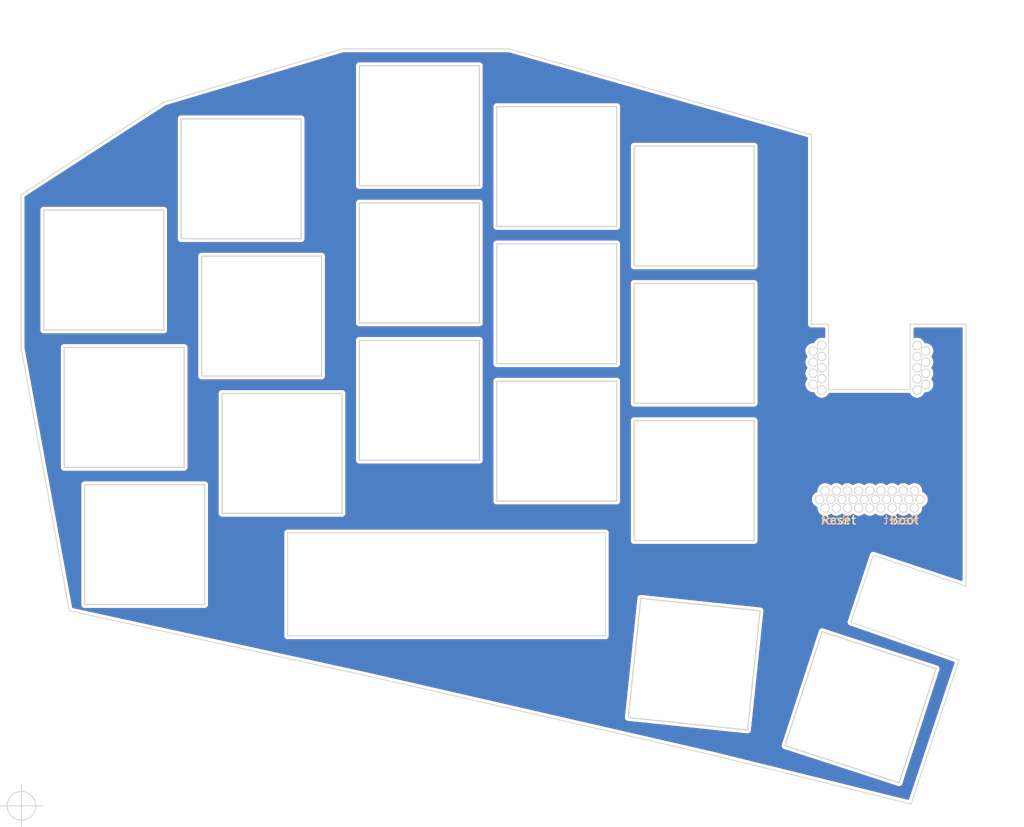
<source format=kicad_pcb>
(kicad_pcb (version 20211014) (generator pcbnew)

  (general
    (thickness 1.6)
  )

  (paper "A4")
  (layers
    (0 "F.Cu" signal)
    (31 "B.Cu" signal)
    (32 "B.Adhes" user "B.Adhesive")
    (33 "F.Adhes" user "F.Adhesive")
    (34 "B.Paste" user)
    (35 "F.Paste" user)
    (36 "B.SilkS" user "B.Silkscreen")
    (37 "F.SilkS" user "F.Silkscreen")
    (38 "B.Mask" user)
    (39 "F.Mask" user)
    (40 "Dwgs.User" user "User.Drawings")
    (41 "Cmts.User" user "User.Comments")
    (42 "Eco1.User" user "User.Eco1")
    (43 "Eco2.User" user "User.Eco2")
    (44 "Edge.Cuts" user)
    (45 "Margin" user)
    (46 "B.CrtYd" user "B.Courtyard")
    (47 "F.CrtYd" user "F.Courtyard")
    (48 "B.Fab" user)
    (49 "F.Fab" user)
    (50 "User.1" user)
    (51 "User.2" user)
    (52 "User.3" user)
    (53 "User.4" user)
    (54 "User.5" user)
    (55 "User.6" user)
    (56 "User.7" user)
    (57 "User.8" user)
    (58 "User.9" user)
  )

  (setup
    (stackup
      (layer "F.SilkS" (type "Top Silk Screen"))
      (layer "F.Paste" (type "Top Solder Paste"))
      (layer "F.Mask" (type "Top Solder Mask") (thickness 0.01))
      (layer "F.Cu" (type "copper") (thickness 0.035))
      (layer "dielectric 1" (type "core") (thickness 1.51) (material "FR4") (epsilon_r 4.5) (loss_tangent 0.02))
      (layer "B.Cu" (type "copper") (thickness 0.035))
      (layer "B.Mask" (type "Bottom Solder Mask") (thickness 0.01))
      (layer "B.Paste" (type "Bottom Solder Paste"))
      (layer "B.SilkS" (type "Bottom Silk Screen"))
      (copper_finish "None")
      (dielectric_constraints no)
    )
    (pad_to_mask_clearance 0)
    (pcbplotparams
      (layerselection 0x00010f0_ffffffff)
      (disableapertmacros false)
      (usegerberextensions true)
      (usegerberattributes true)
      (usegerberadvancedattributes true)
      (creategerberjobfile true)
      (svguseinch false)
      (svgprecision 6)
      (excludeedgelayer true)
      (plotframeref false)
      (viasonmask false)
      (mode 1)
      (useauxorigin false)
      (hpglpennumber 1)
      (hpglpenspeed 20)
      (hpglpendiameter 15.000000)
      (dxfpolygonmode true)
      (dxfimperialunits true)
      (dxfusepcbnewfont true)
      (psnegative false)
      (psa4output false)
      (plotreference true)
      (plotvalue true)
      (plotinvisibletext false)
      (sketchpadsonfab false)
      (subtractmaskfromsilk false)
      (outputformat 1)
      (mirror false)
      (drillshape 0)
      (scaleselection 1)
      (outputdirectory "plate_gerber/")
    )
  )

  (net 0 "")

  (gr_line (start 118.561797 80.187597) (end 118.561797 80.187597) (layer "Edge.Cuts") (width 0.132406) (tstamp 01583462-5e65-49b5-b43e-f9b22103197f))
  (gr_circle (center 194.2 97.9) (end 194.7 97.9) (layer "Edge.Cuts") (width 0.1) (fill none) (tstamp 021fb6a8-7221-4766-b158-947b33c3a14b))
  (gr_circle (center 203.4 114.9) (end 203.9 114.9) (layer "Edge.Cuts") (width 0.1) (fill none) (tstamp 0240641a-f4a6-4bf6-8ccf-e4a9cfa2d616))
  (gr_circle (center 195.6 114.9) (end 196.1 114.9) (layer "Edge.Cuts") (width 0.1) (fill none) (tstamp 038c0f9d-039e-4538-81fe-4a723f7e0f90))
  (gr_circle (center 206.3 99.85) (end 205.8 99.85) (layer "Edge.Cuts") (width 0.1) (fill none) (tstamp 062b43cb-2745-43ce-a548-d25ad91acc8c))
  (gr_line (start 155.324797 63.359847) (end 155.324797 77.327441) (layer "Edge.Cuts") (width 0.132406) (tstamp 065207cd-fba9-46ee-8ca0-5895461e843c))
  (gr_line (start 155.324797 77.327441) (end 155.324797 77.327441) (layer "Edge.Cuts") (width 0.132406) (tstamp 070e7afb-3647-4a3e-bb49-59083e96212d))
  (gr_line (start 125.357203 115.518691) (end 125.357203 115.518691) (layer "Edge.Cuts") (width 0.132406) (tstamp 07c5ae8b-bacf-48d5-93f0-8db6ef3130ab))
  (gr_line (start 157.356703 82.089941) (end 157.356703 82.089941) (layer "Edge.Cuts") (width 0.132406) (tstamp 0801570b-7b1e-427d-8300-1941a725f00c))
  (gr_line (start 187.323797 102.693441) (end 187.323797 102.693441) (layer "Edge.Cuts") (width 0.132406) (tstamp 0bb62bee-4498-459d-8c4e-0a6fccd1efc9))
  (gr_circle (center 206.3 97.25) (end 205.8 97.25) (layer "Edge.Cuts") (width 0.1) (fill none) (tstamp 0d25d1a8-251f-4315-8557-e59313c8908d))
  (gr_line (start 141.357203 93.327441) (end 141.357203 79.359847) (layer "Edge.Cuts") (width 0.132406) (tstamp 0de6dd0b-9b5a-4469-8254-529a82011fac))
  (gr_line (start 195.241029 129.312402) (end 208.525001 133.628626) (layer "Edge.Cuts") (width 0.132406) (tstamp 0ed51139-a4c5-478c-9d14-eb87f8dbaa8b))
  (gr_circle (center 204.7 114.9) (end 205.2 114.9) (layer "Edge.Cuts") (width 0.1) (fill none) (tstamp 102cc106-ee16-46f1-92bd-d9ba90f54197))
  (gr_circle (center 195.2 95.95) (end 195.7 95.95) (layer "Edge.Cuts") (width 0.1) (fill none) (tstamp 1037e104-d2d0-4b78-8b28-438b375c8dcb))
  (gr_line (start 155.324797 109.327441) (end 141.357203 109.327441) (layer "Edge.Cuts") (width 0.132406) (tstamp 10973cbb-a37f-44ce-83bb-9c09d6f873ff))
  (gr_line (start 109.357203 126.154941) (end 109.357203 112.187347) (layer "Edge.Cuts") (width 0.132406) (tstamp 109d6c4c-6fc4-4c57-b7d4-9b2bfab04997))
  (gr_circle (center 199.5 114.9) (end 200 114.9) (layer "Edge.Cuts") (width 0.1) (fill none) (tstamp 15be70ae-4dc0-4cd5-b7d9-75a2e6640b42))
  (gr_line (start 186.555533 140.772127) (end 172.664455 139.312115) (layer "Edge.Cuts") (width 0.132406) (tstamp 15e9fa88-7113-4942-baae-4b5cdae47525))
  (gr_line (start 173.356203 86.693441) (end 173.356203 72.725847) (layer "Edge.Cuts") (width 0.132406) (tstamp 16a545b4-1a4d-456a-b817-015c4f426ef5))
  (gr_circle (center 199.5 112.9) (end 200 112.9) (layer "Edge.Cuts") (width 0.1) (fill none) (tstamp 19688c39-553a-4840-993a-2fab4408263a))
  (gr_line (start 133 117.8) (end 133 129.8) (layer "Edge.Cuts") (width 0.1) (tstamp 1a7b1fa1-203b-4b6b-9551-edd63b052229))
  (gr_line (start 155.324797 95.359847) (end 155.324797 95.359847) (layer "Edge.Cuts") (width 0.132406) (tstamp 1c30b6ba-b973-47b6-aad5-68990f884d88))
  (gr_line (start 188.015545 126.881049) (end 188.015545 126.881049) (layer "Edge.Cuts") (width 0.132406) (tstamp 1cd2f675-9137-45fe-9964-05904dff4fae))
  (gr_line (start 120.594703 83.518691) (end 120.594703 69.551097) (layer "Edge.Cuts") (width 0.132406) (tstamp 1ec0a8d3-6c9a-44a2-a072-7e509b3bd0a2))
  (gr_circle (center 197.55 113.9) (end 198.05 113.9) (layer "Edge.Cuts") (width 0.1) (fill none) (tstamp 1f210ca5-922f-40c8-88c7-c6e82d22095c))
  (gr_line (start 174.124467 125.421037) (end 188.015545 126.881049) (layer "Edge.Cuts") (width 0.132406) (tstamp 20be7e65-2c23-4d8a-a7dd-07e0f1a1f975))
  (gr_line (start 190.924805 142.596374) (end 195.241029 129.312402) (layer "Edge.Cuts") (width 0.132406) (tstamp 21079007-bd50-4916-8d2d-2e28914b92c1))
  (gr_line (start 171.324297 82.089941) (end 171.324297 82.089941) (layer "Edge.Cuts") (width 0.132406) (tstamp 21614cce-1655-49fe-bf52-91781cfca731))
  (gr_line (start 136.943547 85.551097) (end 136.943547 85.551097) (layer "Edge.Cuts") (width 0.132406) (tstamp 221c45f4-05f6-4abb-8b69-9cffaa27f214))
  (gr_circle (center 195.2 97.25) (end 195.7 97.25) (layer "Edge.Cuts") (width 0.1) (fill none) (tstamp 232a0d90-de96-491b-93ad-425d1f0a8690))
  (gr_line (start 187.323797 88.725847) (end 187.323797 88.725847) (layer "Edge.Cuts") (width 0.132406) (tstamp 236b0cfe-9143-4cc2-a2fa-50d107ea9a81))
  (gr_line (start 187.323797 86.693441) (end 173.356203 86.693441) (layer "Edge.Cuts") (width 0.132406) (tstamp 257e73e9-7edc-4c93-b797-86023f718f4c))
  (gr_circle (center 198.2 114.9) (end 198.7 114.9) (layer "Edge.Cuts") (width 0.1) (fill none) (tstamp 26b49541-9fa4-49b7-ab6a-4cc95d933e0c))
  (gr_line (start 106.975953 110.155191) (end 106.975953 110.155191) (layer "Edge.Cuts") (width 0.132406) (tstamp 27e7b25c-0fc1-40e1-bce6-4d54e71e8956))
  (gr_line (start 120.943547 110.155191) (end 120.943547 110.155191) (layer "Edge.Cuts") (width 0.132406) (tstamp 2863a82a-96c6-4a2b-b4d3-df98aa0a16b6))
  (gr_line (start 171.324297 68.122347) (end 171.324297 82.089941) (layer "Edge.Cuts") (width 0.132406) (tstamp 2940ebf4-4457-4c36-8227-4f94ce2e39c8))
  (gr_line (start 171.324297 82.089941) (end 157.356703 82.089941) (layer "Edge.Cuts") (width 0.132406) (tstamp 2945d4e6-8d6d-4963-91b1-bbb22a56e212))
  (gr_line (start 171.324297 100.122347) (end 171.324297 114.089941) (layer "Edge.Cuts") (width 0.132406) (tstamp 2b2b99cc-b85b-4084-b731-7a7d3352e63a))
  (gr_circle (center 194.2 100.5) (end 194.7 100.5) (layer "Edge.Cuts") (width 0.1) (fill none) (tstamp 2ba2b84a-7fb1-4ad8-9c27-4882d284c89d))
  (gr_line (start 134.562297 83.518691) (end 120.594703 83.518691) (layer "Edge.Cuts") (width 0.132406) (tstamp 2d0e4b33-02ac-4098-bc29-6ee0759f108c))
  (gr_line (start 170 129.8) (end 170 117.8) (layer "Edge.Cuts") (width 0.1) (tstamp 2d58f152-c0bb-4336-9de8-8ec123512966))
  (gr_circle (center 206.65 113.9) (end 207.15 113.9) (layer "Edge.Cuts") (width 0.1) (fill none) (tstamp 2f50ff9d-d9d8-47df-81a2-96155657f2d6))
  (gr_circle (center 206.3 101.15) (end 205.8 101.15) (layer "Edge.Cuts") (width 0.1) (fill none) (tstamp 2fe5f7a3-e135-49de-9a20-b8806e3b42eb))
  (gr_circle (center 207.3 99.2) (end 206.8 99.2) (layer "Edge.Cuts") (width 0.1) (fill none) (tstamp 310ce7ae-05ba-4d23-b8d9-f49d66e1a36f))
  (gr_line (start 106.975953 96.187597) (end 120.943547 96.187597) (layer "Edge.Cuts") (width 0.132406) (tstamp 31a51929-ce58-473c-b6e3-8656c6177a13))
  (gr_line (start 208.525001 133.628626) (end 208.525001 133.628626) (layer "Edge.Cuts") (width 0.132406) (tstamp 322c846f-67d7-4345-a77a-ebfdbd57b5bb))
  (gr_circle (center 204.7 112.9) (end 205.2 112.9) (layer "Edge.Cuts") (width 0.1) (fill none) (tstamp 347a187b-92c8-4a45-b76a-4caa9d85423d))
  (gr_line (start 155.324797 77.327441) (end 141.357203 77.327441) (layer "Edge.Cuts") (width 0.132406) (tstamp 3545e4a0-89bf-4b21-a69e-ce3461e33f13))
  (gr_circle (center 194.2 96.6) (end 194.7 96.6) (layer "Edge.Cuts") (width 0.1) (fill none) (tstamp 37669f3d-efa2-4c4a-b464-1f93ca15bbd7))
  (gr_line (start 120.943547 110.155191) (end 106.975953 110.155191) (layer "Edge.Cuts") (width 0.132406) (tstamp 3870c46a-47fe-4285-b9b1-e5ac8a138745))
  (gr_line (start 134.562297 69.551097) (end 134.562297 69.551097) (layer "Edge.Cuts") (width 0.132406) (tstamp 38a65c4e-a1f2-4e88-866c-9db46fe23b4c))
  (gr_line (start 125.357203 101.551097) (end 139.324797 101.551097) (layer "Edge.Cuts") (width 0.132406) (tstamp 38dfa630-56ff-4708-8b2e-cadbca5c526e))
  (gr_line (start 190.924805 142.596374) (end 190.924805 142.596374) (layer "Edge.Cuts") (width 0.132406) (tstamp 3a6f7542-e64f-4bcd-87b5-83bffc9147a8))
  (gr_line (start 141.357203 79.359847) (end 155.324797 79.359847) (layer "Edge.Cuts") (width 0.132406) (tstamp 3c4634d7-7283-4032-b3be-90e9fb2c2d7e))
  (gr_circle (center 195.6 112.9) (end 196.1 112.9) (layer "Edge.Cuts") (width 0.1) (fill none) (tstamp 3f3cc35e-9048-454a-a246-2e0d6c775300))
  (gr_line (start 106.975953 110.155191) (end 106.975953 96.187597) (layer "Edge.Cuts") (width 0.132406) (tstamp 4128978b-41c0-42b9-b33a-b6043eaca5d8))
  (gr_line (start 171.324297 84.122347) (end 171.324297 84.122347) (layer "Edge.Cuts") (width 0.132406) (tstamp 43536034-7c19-4c6c-86f4-13369217c58a))
  (gr_line (start 118.561797 80.187597) (end 118.561797 94.155191) (layer "Edge.Cuts") (width 0.132406) (tstamp 4393c109-7810-40ec-8685-5bfb99bb5f1e))
  (gr_line (start 120.943547 96.187597) (end 120.943547 110.155191) (layer "Edge.Cuts") (width 0.132406) (tstamp 43ddf011-f6e9-4bc0-861a-82410159aec6))
  (gr_circle (center 194.95 113.9) (end 195.45 113.9) (layer "Edge.Cuts") (width 0.1) (fill none) (tstamp 4681534c-82b3-41c0-b125-ead842c8e9d9))
  (gr_line (start 187.323797 104.726097) (end 187.323797 104.726097) (layer "Edge.Cuts") (width 0.132406) (tstamp 4765200c-5cde-4a5e-a38e-36576570e390))
  (gr_line (start 188.015545 126.881049) (end 186.555533 140.772127) (layer "Edge.Cuts") (width 0.132406) (tstamp 4785607d-ad95-47d9-81fc-d54ebb5896c9))
  (gr_circle (center 198.85 113.9) (end 199.35 113.9) (layer "Edge.Cuts") (width 0.1) (fill none) (tstamp 4c22498f-1907-4c38-acf8-229e8f3a47a7))
  (gr_line (start 123.324797 126.154941) (end 123.324797 126.154941) (layer "Edge.Cuts") (width 0.132406) (tstamp 4dfb1b67-5e83-4150-86a4-1c8996889668))
  (gr_line (start 136.943547 99.518691) (end 122.975953 99.518691) (layer "Edge.Cuts") (width 0.132406) (tstamp 4ecfd120-2093-42e3-8228-8a6fd6a6b431))
  (gr_circle (center 200.8 112.9) (end 201.3 112.9) (layer "Edge.Cuts") (width 0.1) (fill none) (tstamp 5049328e-48a5-4ff0-ac60-6e54526fc6b3))
  (gr_line (start 141.357203 63.359847) (end 155.324797 63.359847) (layer "Edge.Cuts") (width 0.132406) (tstamp 507e0dab-997f-4448-86b5-df562868f978))
  (gr_circle (center 196.25 113.9) (end 196.75 113.9) (layer "Edge.Cuts") (width 0.1) (fill none) (tstamp 50962b53-735f-4490-a6ec-cf89b3ee7a8b))
  (gr_line (start 141.357203 109.327441) (end 141.357203 95.359847) (layer "Edge.Cuts") (width 0.132406) (tstamp 50c2f929-911d-4d49-ae8b-2632e28953e7))
  (gr_line (start 173.356203 118.693691) (end 173.356203 118.693691) (layer "Edge.Cuts") (width 0.132406) (tstamp 52ff1744-d8a6-48ad-9741-833c45c5c4bc))
  (gr_line (start 122.975953 85.551097) (end 136.943547 85.551097) (layer "Edge.Cuts") (width 0.132406) (tstamp 574454ce-35e8-4be8-a866-8f2d4b238b09))
  (gr_line (start 171.324297 114.089941) (end 157.356703 114.089941) (layer "Edge.Cuts") (width 0.132406) (tstamp 5c240f24-98df-4ddf-92d3-485152696a46))
  (gr_line (start 173.356203 102.693441) (end 173.356203 102.693441) (layer "Edge.Cuts") (width 0.132406) (tstamp 60285bea-21a0-4ca1-8bc3-edc1063fd37e))
  (gr_line (start 157.356703 98.089941) (end 157.356703 84.122347) (layer "Edge.Cuts") (width 0.132406) (tstamp 60b0a322-5fcf-4cfe-ab31-e96c1a1e7df8))
  (gr_line (start 204.208777 146.912598) (end 190.924805 142.596374) (layer "Edge.Cuts") (width 0.132406) (tstamp 63b9cbe4-a1bd-4ab2-9bbd-30ba3f9f7147))
  (gr_circle (center 196.9 114.9) (end 197.4 114.9) (layer "Edge.Cuts") (width 0.1) (fill none) (tstamp 66021c5c-a341-4268-ada4-4052ea8680cd))
  (gr_line (start 139.324797 101.551097) (end 139.324797 115.518691) (layer "Edge.Cuts") (width 0.132406) (tstamp 66c8ce0c-03d7-4de0-b414-414b5ca26491))
  (gr_line (start 157.356703 84.122347) (end 171.324297 84.122347) (layer "Edge.Cuts") (width 0.132406) (tstamp 682e6c17-0cd7-4f15-ace8-f52796a97760))
  (gr_circle (center 200.15 113.9) (end 200.65 113.9) (layer "Edge.Cuts") (width 0.1) (fill none) (tstamp 691ae54a-8ade-448e-937a-a70ad190ac79))
  (gr_circle (center 198.2 112.9) (end 198.7 112.9) (layer "Edge.Cuts") (width 0.1) (fill none) (tstamp 6bad095b-c67c-4816-8675-123634f6dfc1))
  (gr_line (start 120.943547 96.187597) (end 120.943547 96.187597) (layer "Edge.Cuts") (width 0.132406) (tstamp 6c5b96e1-672b-4db5-acd6-6668887b1667))
  (gr_line (start 155.324797 93.327441) (end 155.324797 93.327441) (layer "Edge.Cuts") (width 0.132406) (tstamp 6ca5518c-3835-4d92-9a7e-93eb7cb699af))
  (gr_line (start 157.356703 100.122347) (end 171.324297 100.122347) (layer "Edge.Cuts") (width 0.132406) (tstamp 6d17dc0a-5ec2-488e-ad92-f547fc8da66f))
  (gr_line (start 134.562297 69.551097) (end 134.562297 83.518691) (layer "Edge.Cuts") (width 0.132406) (tstamp 6f43f6eb-a5a9-43f1-ba38-c2188eede9f4))
  (gr_line (start 141.357203 109.327441) (end 141.357203 109.327441) (layer "Edge.Cuts") (width 0.132406) (tstamp 725565e8-26c4-4a8e-aa5c-d620c1eb1ddb))
  (gr_circle (center 194.2 99.2) (end 194.7 99.2) (layer "Edge.Cuts") (width 0.1) (fill none) (tstamp 728ae590-b89e-4beb-b03f-fb8fab2b4a80))
  (gr_circle (center 196.9 112.9) (end 197.4 112.9) (layer "Edge.Cuts") (width 0.1) (fill none) (tstamp 72d2471f-6371-4d78-a6c0-949c18b75f15))
  (gr_line (start 125.357203 115.518691) (end 125.357203 101.551097) (layer "Edge.Cuts") (width 0.132406) (tstamp 745708f7-45e6-4e47-9b28-72ad5593f556))
  (gr_line (start 104.594203 94.155191) (end 104.594203 94.155191) (layer "Edge.Cuts") (width 0.132406) (tstamp 746ce0c2-d495-469b-b431-6561df77541d))
  (gr_line (start 123.324797 126.154941) (end 109.357203 126.154941) (layer "Edge.Cuts") (width 0.132406) (tstamp 7675700b-034a-414d-9827-ccc438ed50fb))
  (gr_line (start 173.356203 72.725847) (end 187.323797 72.725847) (layer "Edge.Cuts") (width 0.132406) (tstamp 78e39f78-eb63-4978-9894-a045c9478e79))
  (gr_line (start 171.324297 98.089941) (end 157.356703 98.089941) (layer "Edge.Cuts") (width 0.132406) (tstamp 7b344e6d-db49-4210-9e54-ee2dd75d3405))
  (gr_line (start 173.356203 102.693441) (end 173.356203 88.725847) (layer "Edge.Cuts") (width 0.132406) (tstamp 7d54a5f7-b7b9-4111-bffe-54e965021e10))
  (gr_circle (center 195.2 101.15) (end 195.7 101.15) (layer "Edge.Cuts") (width 0.1) (fill none) (tstamp 7f794a18-60d5-4b32-bf3f-a8fd0bfb8dbe))
  (gr_line (start 157.356703 82.089941) (end 157.356703 68.122347) (layer "Edge.Cuts") (width 0.132406) (tstamp 7ff9858f-cf26-46fc-8ce1-5d24abc1272b))
  (gr_line (start 171.324297 100.122347) (end 171.324297 100.122347) (layer "Edge.Cuts") (width 0.132406) (tstamp 809429ee-512d-4487-8fb7-a0377e2925a7))
  (gr_line (start 104.594203 94.155191) (end 104.594203 80.187597) (layer "Edge.Cuts") (width 0.132406) (tstamp 8552d38b-e453-47e0-a3da-e005f9387627))
  (gr_line (start 139.324797 115.518691) (end 139.324797 115.518691) (layer "Edge.Cuts") (width 0.132406) (tstamp 875f2766-3822-4967-888e-b7e5c8ce1c54))
  (gr_line (start 173.356203 118.693691) (end 173.356203 104.726097) (layer "Edge.Cuts") (width 0.132406) (tstamp 879284a5-7408-4c94-921c-2bb0c5064d7c))
  (gr_circle (center 202.1 114.9) (end 202.6 114.9) (layer "Edge.Cuts") (width 0.1) (fill none) (tstamp 8899760e-bac2-44b8-abb3-2491e09a8e12))
  (gr_line (start 173.356203 104.726097) (end 187.323797 104.726097) (layer "Edge.Cuts") (width 0.132406) (tstamp 8b19ac5c-ba13-4f16-96f8-a35e1c2d5858))
  (gr_line (start 155.324797 79.359847) (end 155.324797 79.359847) (layer "Edge.Cuts") (width 0.132406) (tstamp 8b7bfa72-b5b2-449d-8b5e-d4ab0f9e64c4))
  (gr_line (start 136.943547 85.551097) (end 136.943547 99.518691) (layer "Edge.Cuts") (width 0.132406) (tstamp 8ed7b25f-dbc8-46e5-b561-1d9f7485c85d))
  (gr_line (start 187.323797 102.693441) (end 173.356203 102.693441) (layer "Edge.Cuts") (width 0.132406) (tstamp 90067653-19bf-40c3-987b-258353b6105d))
  (gr_line (start 118.561797 94.155191) (end 104.594203 94.155191) (layer "Edge.Cuts") (width 0.132406) (tstamp 93f76e5d-7bfa-45d1-a539-8c9414f6501d))
  (gr_line (start 123.324797 112.187347) (end 123.324797 126.154941) (layer "Edge.Cuts") (width 0.132406) (tstamp 948d0c46-ab83-4835-96fb-51c26036e2fd))
  (gr_circle (center 207.3 100.5) (end 206.8 100.5) (layer "Edge.Cuts") (width 0.1) (fill none) (tstamp 96404f1a-9e93-432f-aecd-d2d8f7537315))
  (gr_line (start 155.324797 95.359847) (end 155.324797 109.327441) (layer "Edge.Cuts") (width 0.132406) (tstamp 96b003ae-a5e6-4f43-bc23-cc6e518298d1))
  (gr_line (start 141.357203 77.327441) (end 141.357203 63.359847) (layer "Edge.Cuts") (width 0.132406) (tstamp 97abd685-332d-490c-af47-417dc0c3b090))
  (gr_line (start 157.356703 68.122347) (end 171.324297 68.122347) (layer "Edge.Cuts") (width 0.132406) (tstamp 98a863b8-61ba-4ec0-bc89-8ba33b6e91ad))
  (gr_circle (center 203.4 112.9) (end 203.9 112.9) (layer "Edge.Cuts") (width 0.1) (fill none) (tstamp 9aa46fc5-1c49-42aa-960e-a99958e9321a))
  (gr_line (start 173.356203 88.725847) (end 187.323797 88.725847) (layer "Edge.Cuts") (width 0.132406) (tstamp 9cb5edf2-eaae-407c-a994-b63ec9aa68e0))
  (gr_line (start 104.594203 80.187597) (end 118.561797 80.187597) (layer "Edge.Cuts") (width 0.132406) (tstamp 9d493e37-2210-4cf5-b793-4fd162218105))
  (gr_line (start 204.208777 146.912598) (end 204.208777 146.912598) (layer "Edge.Cuts") (width 0.132406) (tstamp a13f2f04-a24c-446b-8b85-07541e4ef073))
  (gr_line (start 118.561797 94.155191) (end 118.561797 94.155191) (layer "Edge.Cuts") (width 0.132406) (tstamp a2a39bd1-758d-45fd-8320-942d3da59156))
  (gr_line (start 109.357203 126.154941) (end 109.357203 126.154941) (layer "Edge.Cuts") (width 0.132406) (tstamp a63d1894-01d3-43f1-bfe1-4a5239bec5cd))
  (gr_line (start 171.324297 84.122347) (end 171.324297 98.089941) (layer "Edge.Cuts") (width 0.132406) (tstamp a6ac83fd-bb94-4530-8062-f66b20aa4992))
  (gr_line (start 122.975953 99.518691) (end 122.975953 99.518691) (layer "Edge.Cuts") (width 0.132406) (tstamp a7ff28df-04b3-46b5-bc66-d608315a0ca7))
  (gr_line (start 170 117.8) (end 133 117.8) (layer "Edge.Cuts") (width 0.1) (tstamp a84d9bc5-56d3-4aa9-ab12-ab0d9fd539e2))
  (gr_line (start 120.594703 83.518691) (end 120.594703 83.518691) (layer "Edge.Cuts") (width 0.132406) (tstamp a96fc11a-d6c9-4cde-8387-c2be997c539f))
  (gr_line (start 134.562297 83.518691) (end 134.562297 83.518691) (layer "Edge.Cuts") (width 0.132406) (tstamp abd5e91e-707c-4603-a7fe-faa557f1563a))
  (gr_circle (center 202.1 112.9) (end 202.6 112.9) (layer "Edge.Cuts") (width 0.1) (fill none) (tstamp acbd8a97-1cfe-4a1a-bcb9-faa2565f4b88))
  (gr_circle (center 195.2 99.85) (end 195.7 99.85) (layer "Edge.Cuts") (width 0.1) (fill none) (tstamp adad5add-bd31-4286-877e-18b32d723e1f))
  (gr_line (start 157.356703 114.089941) (end 157.356703 100.122347) (layer "Edge.Cuts") (width 0.132406) (tstamp b2c180b0-786c-419f-b99a-96d99c84c234))
  (gr_line (start 109.357203 112.187347) (end 123.324797 112.187347) (layer "Edge.Cuts") (width 0.132406) (tstamp b34ed9d8-d30a-4786-a5c5-f8a5c9a0fd96))
  (gr_line (start 133 129.8) (end 170 129.8) (layer "Edge.Cuts") (width 0.1) (tstamp b37e456b-6ca3-4e1f-a983-2ee10fa44367))
  (gr_line (start 171.324297 114.089941) (end 171.324297 114.089941) (layer "Edge.Cuts") (width 0.132406) (tstamp b3f43861-998f-4541-bea3-5256e26fce64))
  (gr_circle (center 204.05 113.9) (end 204.55 113.9) (layer "Edge.Cuts") (width 0.1) (fill none) (tstamp b483445c-488e-41f4-a76c-93e9dcc54eb4))
  (gr_line (start 155.324797 79.359847) (end 155.324797 93.327441) (layer "Edge.Cuts") (width 0.132406) (tstamp b4e9984c-773e-495d-973b-5a28a6789b94))
  (gr_line (start 141.357203 77.327441) (end 141.357203 77.327441) (layer "Edge.Cuts") (width 0.132406) (tstamp b4ff1680-9f29-41ac-b038-13a44bdc94c9))
  (gr_line (start 155.324797 63.359847) (end 155.324797 63.359847) (layer "Edge.Cuts") (width 0.132406) (tstamp b60eb482-fc88-47b3-bcf9-4b54bc74d0ee))
  (gr_line (start 155.324797 109.327441) (end 155.324797 109.327441) (layer "Edge.Cuts") (width 0.132406) (tstamp b9815b4e-3140-47b5-b214-a722f9a1b959))
  (gr_line (start 187.323797 86.693441) (end 187.323797 86.693441) (layer "Edge.Cuts") (width 0.132406) (tstamp ba18a949-f6ae-49f5-8949-0a6200b117f2))
  (gr_line (start 187.323797 72.725847) (end 187.323797 86.693441) (layer "Edge.Cuts") (width 0.132406) (tstamp bb155f76-3245-4dfe-8550-ec5110e84535))
  (gr_line (start 187.323797 72.725847) (end 187.323797 72.725847) (layer "Edge.Cuts") (width 0.132406) (tstamp bc4ef0d2-a5de-4d9d-8875-bffabb198c35))
  (gr_line (start 141.357203 93.327441) (end 141.357203 93.327441) (layer "Edge.Cuts") (width 0.132406) (tstamp be2250ac-2c85-4a27-b082-03fd379bc56d))
  (gr_line (start 171.324297 68.122347) (end 171.324297 68.122347) (layer "Edge.Cuts") (width 0.132406) (tstamp bed71ad6-bcc8-4b83-b892-365647f660b8))
  (gr_line (start 139.324797 115.518691) (end 125.357203 115.518691) (layer "Edge.Cuts") (width 0.132406) (tstamp bedb9960-4c52-48d6-b2fa-7d1141925c4e))
  (gr_line (start 139.324797 101.551097) (end 139.324797 101.551097) (layer "Edge.Cuts") (width 0.132406) (tstamp bfcfe9d1-d5c7-4f8f-be74-da07ff8a1199))
  (gr_circle (center 195.2 98.55) (end 195.7 98.55) (layer "Edge.Cuts") (width 0.1) (fill none) (tstamp c018b03e-a28f-45bf-95de-fa60fe0b2219))
  (gr_line (start 122.975953 99.518691) (end 122.975953 85.551097) (layer "Edge.Cuts") (width 0.132406) (tstamp c58dd2ba-997d-4403-aa3c-d911b9471a2c))
  (gr_line (start 172.664455 139.312115) (end 174.124467 125.421037) (layer "Edge.Cuts") (width 0.132406) (tstamp c8e8cb4e-1cdd-4d72-9904-377bf7a8c396))
  (gr_line (start 141.357203 95.359847) (end 155.324797 95.359847) (layer "Edge.Cuts") (width 0.132406) (tstamp c911ddc9-7424-453f-a9f1-f50935760349))
  (gr_circle (center 201.45 113.9) (end 201.95 113.9) (layer "Edge.Cuts") (width 0.1) (fill none) (tstamp c9932ba8-9119-41a5-9eb3-eb08ca360ebd))
  (gr_circle (center 202.75 113.9) (end 203.25 113.9) (layer "Edge.Cuts") (width 0.1) (fill none) (tstamp ca419b7f-9c28-49ad-98b6-7aea785c8b59))
  (gr_circle (center 205.35 113.9) (end 205.85 113.9) (layer "Edge.Cuts") (width 0.1) (fill none) (tstamp ca7b8c75-2c85-4b05-b0d7-2f96c8204439))
  (gr_line (start 187.323797 104.726097) (end 187.323797 118.693691) (layer "Edge.Cuts") (width 0.132406) (tstamp cd18c336-01d5-4061-850a-9a7879760c29))
  (gr_line (start 157.356703 114.089941) (end 157.356703 114.089941) (layer "Edge.Cuts") (width 0.132406) (tstamp cd300072-ab63-4c4b-a178-f9c1fe3c770b))
  (gr_line (start 187.323797 118.693691) (end 173.356203 118.693691) (layer "Edge.Cuts") (width 0.132406) (tstamp d24d9583-d1d3-4e5d-bc00-470de006dc17))
  (gr_circle (center 207.3 97.9) (end 206.8 97.9) (layer "Edge.Cuts") (width 0.1) (fill none) (tstamp d261dc44-054b-4b96-9d10-14848c23d8cf))
  (gr_line (start 123.324797 112.187347) (end 123.324797 112.187347) (layer "Edge.Cuts") (width 0.132406) (tstamp d329874d-0c7a-4812-94cc-afdd40956266))
  (gr_circle (center 206 112.9) (end 206.5 112.9) (layer "Edge.Cuts") (width 0.1) (fill none) (tstamp d43cf67e-7a0f-49c8-ba9b-1485b777ccac))
  (gr_line (start 187.323797 88.725847) (end 187.323797 102.693441) (layer "Edge.Cuts") (width 0.132406) (tstamp d7ae8fad-2742-4a35-a2da-1b07fa8e182e))
  (gr_line (start 155.324797 93.327441) (end 141.357203 93.327441) (layer "Edge.Cuts") (width 0.132406) (tstamp db0e65ff-59ac-4b98-b35b-7cdba3c2db68))
  (gr_line (start 173.356203 86.693441) (end 173.356203 86.693441) (layer "Edge.Cuts") (width 0.132406) (tstamp dbe58578-dcd3-4815-bccb-7fb381c4a09f))
  (gr_circle (center 206.3 98.55) (end 205.8 98.55) (layer "Edge.Cuts") (width 0.1) (fill none) (tstamp e029b7cb-caed-40a0-8a3c-12f0fd21e63a))
  (gr_circle (center 206 114.9) (end 206.5 114.9) (layer "Edge.Cuts") (width 0.1) (fill none) (tstamp e13031d2-cc85-4b42-a2ba-25052a8e957b))
  (gr_circle (center 206.3 95.95) (end 205.8 95.95) (layer "Edge.Cuts") (width 0.1) (fill none) (tstamp e4da5957-8fb5-4a48-bf27-9413e5579c57))
  (gr_line (start 187.323797 118.693691) (end 187.323797 118.693691) (layer "Edge.Cuts") (width 0.132406) (tstamp e8bbe22c-4103-4f55-8a5a-4426cbad4ad6))
  (gr_line (start 186.555533 140.772127) (end 186.555533 140.772127) (layer "Edge.Cuts") (width 0.132406) (tstamp eb6e418a-65da-41b6-83b0-741cc6fdcc95))
  (gr_line (start 120.594703 69.551097) (end 134.562297 69.551097) (layer "Edge.Cuts") (width 0.132406) (tstamp ec98cbee-ae56-44b0-84f2-7c2fd26997d8))
  (gr_circle (center 200.8 114.9) (end 201.3 114.9) (layer "Edge.Cuts") (width 0.1) (fill none) (tstamp ecb9a5d0-a94e-4b00-b329-608a28ed5d8b))
  (gr_line (start 208.525001 133.628626) (end 204.208777 146.912598) (layer "Edge.Cuts") (width 0.132406) (tstamp ed1b02b0-a5bd-46c2-953a-16f0f0278ef7))
  (gr_poly
    (pts
      (xy 194 71.4)
      (xy 194 93.471727)
      (xy 196 93.471757)
      (xy 196 101.1)
      (xy 205.5 101.1)
      (xy 205.5 93.471901)
      (xy 212 93.472)
      (xy 212 124)
      (xy 201.2 120.4)
      (xy 198.6 128.2)
      (xy 211.2 132.6)
      (xy 205.6 149.4)
      (xy 182.75 143.75)
      (xy 163.8 139.4)
      (xy 142 134.4)
      (xy 107.567869 126.873043)
      (xy 101.95 96.2)
      (xy 101.95 78.4)
      (xy 118.6 67.6)
      (xy 139.4 61.4)
      (xy 158.8 61.4)
    ) (layer "Edge.Cuts") (width 0.1) (fill none) (tstamp ed83d477-86a6-4161-931a-a24b2da98a10))
  (gr_line (start 171.324297 98.089941) (end 171.324297 98.089941) (layer "Edge.Cuts") (width 0.132406) (tstamp f7c9934f-1d75-404a-9e38-1301a22032cf))
  (gr_line (start 172.664455 139.312115) (end 172.664455 139.312115) (layer "Edge.Cuts") (width 0.132406) (tstamp fd6a4658-2f0b-4085-a59a-235909c3ca4c))
  (gr_circle (center 207.3 96.6) (end 206.8 96.6) (layer "Edge.Cuts") (width 0.1) (fill none) (tstamp fe27b375-d432-4def-8bc1-2b76b0fdca67))
  (gr_line (start 136.943547 99.518691) (end 136.943547 99.518691) (layer "Edge.Cuts") (width 0.132406) (tstamp ffbb231d-c062-40ff-a76b-d9c7e363150c))
  (gr_line (start 157.356703 98.089941) (end 157.356703 98.089941) (layer "Edge.Cuts") (width 0.132406) (tstamp ffe97129-c857-4883-9b90-4e5e547cb729))
  (gr_poly locked
    (pts
      (xy 194 71.4)
      (xy 194 93.471727)
      (xy 212 93.472)
      (xy 212 130)
      (xy 205.6 149.4)
      (xy 182.75 143.75)
      (xy 163.8 139.4)
      (xy 142 134.4)
      (xy 107.567869 126.873043)
      (xy 101.95 96.2)
      (xy 101.95 78.4)
      (xy 118.6 67.6)
      (xy 139.4 61.4)
      (xy 158.8 61.4)
    ) (layer "User.2") (width 0.1) (fill none) (tstamp 0a7d208b-672f-4134-b4c3-dd11ee277bfe))
  (gr_text "Reset" (at 206.6 116.3) (layer "B.SilkS") (tstamp 3b8f2c3e-9128-419e-b2ed-0ead5cccfba8)
    (effects (font (size 1 1) (thickness 0.15)) (justify left mirror))
  )
  (gr_text "Boot" (at 195 116.3) (layer "B.SilkS") (tstamp 79c92018-44ad-4bbf-86af-dc05065b7422)
    (effects (font (size 1 1) (thickness 0.15)) (justify right mirror))
  )
  (gr_text "Reset" (at 195 116.3) (layer "F.SilkS") (tstamp 30beca02-b69a-43e7-b567-70e2833a0329)
    (effects (font (size 1 1) (thickness 0.15)) (justify left))
  )
  (gr_text "Boot" (at 206.6 116.3) (layer "F.SilkS") (tstamp 5bdc0bdf-321e-4f83-bf07-ed14fc32125d)
    (effects (font (size 1 1) (thickness 0.15)) (justify right))
  )
  (gr_text "PCB Designed by @narinari" (at 149.8 116.5) (layer "B.Mask") (tstamp 434faf9a-d7f8-4321-9852-f810208c60a4)
    (effects (font (size 1 1) (thickness 0.15)) (justify mirror))
  )
  (gr_text "Selen r2 v.0.3.0 narrow\n" (at 149.6 115.1) (layer "B.Mask") (tstamp ab76806a-ff8f-4671-adfc-bf8a95fe1e46)
    (effects (font (size 1 1) (thickness 0.15)) (justify mirror))
  )
  (gr_text "PCB Designed by @narinari" (at 149.8 116.5) (layer "F.Mask") (tstamp 0d4ae92d-aa36-4f96-b46b-666f3a43cc02)
    (effects (font (size 1 1) (thickness 0.15)))
  )
  (gr_text "Selen r2 v.0.3.0 narrow\n" (at 149.6 115) (layer "F.Mask") (tstamp 700844cc-324f-4c59-849d-7386789360a7)
    (effects (font (size 1 1) (thickness 0.15)))
  )
  (dimension (type aligned) (layer "F.Mask") (tstamp a05f8681-07f4-45f2-9050-abc8f9c487e0)
    (pts (xy 212 61.5) (xy 102.2 61.5))
    (height 3.8)
    (gr_text "109.8000 mm" (at 157.1 56.55) (layer "F.Mask") (tstamp a05f8681-07f4-45f2-9050-abc8f9c487e0)
      (effects (font (size 1 1) (thickness 0.15)))
    )
    (format (units 3) (units_format 1) (precision 4))
    (style (thickness 0.15) (arrow_length 1.27) (text_position_mode 0) (extension_height 0.58642) (extension_offset 0.5) keep_text_aligned)
  )
  (dimension (type aligned) (layer "Cmts.User") (tstamp d16b3d32-2c1a-4c15-9353-c441462b323a)
    (pts (xy 212.8 61.6) (xy 212.8 149))
    (height -2.182001)
    (gr_text "87.4000 mm" (at 213.832001 105.3 90) (layer "Cmts.User") (tstamp d16b3d32-2c1a-4c15-9353-c441462b323a)
      (effects (font (size 1 1) (thickness 0.15)))
    )
    (format (units 3) (units_format 1) (precision 4))
    (style (thickness 0.15) (arrow_length 1.27) (text_position_mode 0) (extension_height 0.58642) (extension_offset 0.5) keep_text_aligned)
  )
  (target plus (at 102 149.6) (size 5) (width 0.1) (layer "Edge.Cuts") (tstamp 3487d5fc-91d9-4b1a-821d-57d97a9e5e86))

  (zone (net 0) (net_name "") (layers F&B.Cu) (tstamp 6a1b7778-4f4c-4cf7-8a8d-9ebf89ab6da4) (hatch edge 0.508)
    (connect_pads (clearance 0.4))
    (min_thickness 0.254) (filled_areas_thickness no)
    (fill yes (thermal_gap 0.508) (thermal_bridge_width 0.508))
    (polygon
      (pts
        (xy 194 71.4)
        (xy 194 93.471727)
        (xy 212 93.472)
        (xy 212 130)
        (xy 205.6 149.4)
        (xy 182.75 143.75)
        (xy 163.8 139.4)
        (xy 142 134.4)
        (xy 107.567869 126.873043)
        (xy 101.95 96.2)
        (xy 101.95 78.4)
        (xy 118.6 67.6)
        (xy 139.4 61.4)
        (xy 158.8 61.4)
      )
    )
    (filled_polygon
      (layer "F.Cu")
      (island)
      (pts
        (xy 158.761095 61.805296)
        (xy 193.507933 71.676556)
        (xy 193.567995 71.714413)
        (xy 193.598055 71.778731)
        (xy 193.5995 71.79776)
        (xy 193.5995 93.430291)
        (xy 193.597948 93.450004)
        (xy 193.594508 93.471721)
        (xy 193.5995 93.503243)
        (xy 193.5995 93.503246)
        (xy 193.604389 93.534112)
        (xy 193.614352 93.597025)
        (xy 193.614354 93.597028)
        (xy 193.614354 93.597031)
        (xy 193.638614 93.644644)
        (xy 193.671946 93.710064)
        (xy 193.671949 93.710067)
        (xy 193.67195 93.710069)
        (xy 193.694814 93.732933)
        (xy 193.761653 93.799773)
        (xy 193.761655 93.799774)
        (xy 193.761658 93.799777)
        (xy 193.815363 93.827141)
        (xy 193.87469 93.857371)
        (xy 193.874693 93.857371)
        (xy 193.874696 93.857373)
        (xy 193.888153 93.859504)
        (xy 193.888155 93.859505)
        (xy 193.922297 93.864912)
        (xy 193.9223 93.864913)
        (xy 193.968443 93.872222)
        (xy 193.968475 93.872227)
        (xy 193.968481 93.872227)
        (xy 194 93.877219)
        (xy 194.021722 93.873779)
        (xy 194.041429 93.872228)
        (xy 195.473503 93.872249)
        (xy 195.541622 93.892252)
        (xy 195.588114 93.945908)
        (xy 195.5995 93.998249)
        (xy 195.5995 94.958701)
        (xy 195.579498 95.026822)
        (xy 195.525842 95.073315)
        (xy 195.455568 95.083419)
        (xy 195.447303 95.081948)
        (xy 195.301103 95.050872)
        (xy 195.301099 95.050872)
        (xy 195.294646 95.0495)
        (xy 195.105354 95.0495)
        (xy 195.098901 95.050872)
        (xy 195.098897 95.050872)
        (xy 195.018212 95.068022)
        (xy 194.920197 95.088856)
        (xy 194.74727 95.165849)
        (xy 194.594129 95.277112)
        (xy 194.589716 95.282014)
        (xy 194.589714 95.282015)
        (xy 194.471886 95.412876)
        (xy 194.467467 95.417784)
        (xy 194.372821 95.581716)
        (xy 194.362839 95.612436)
        (xy 194.322768 95.671041)
        (xy 194.257372 95.698678)
        (xy 194.243007 95.6995)
        (xy 194.105354 95.6995)
        (xy 194.098901 95.700872)
        (xy 194.098897 95.700872)
        (xy 194.018212 95.718022)
        (xy 193.920197 95.738856)
        (xy 193.74727 95.815849)
        (xy 193.741929 95.819729)
        (xy 193.741928 95.81973)
        (xy 193.677475 95.866558)
        (xy 193.594129 95.927112)
        (xy 193.467467 96.067784)
        (xy 193.464164 96.073505)
        (xy 193.380096 96.219116)
        (xy 193.372821 96.231716)
        (xy 193.314326 96.411744)
        (xy 193.29454 96.6)
        (xy 193.314326 96.788256)
        (xy 193.372821 96.968284)
        (xy 193.467467 97.132216)
        (xy 193.471885 97.137123)
        (xy 193.471886 97.137124)
        (xy 193.497607 97.16569)
        (xy 193.528325 97.229697)
        (xy 193.51956 97.300151)
        (xy 193.497607 97.33431)
        (xy 193.467467 97.367784)
        (xy 193.372821 97.531716)
        (xy 193.314326 97.711744)
        (xy 193.29454 97.9)
        (xy 193.29523 97.906565)
        (xy 193.31222 98.068215)
        (xy 193.314326 98.088256)
        (xy 193.372821 98.268284)
        (xy 193.467467 98.432216)
        (xy 193.471885 98.437123)
        (xy 193.471886 98.437124)
        (xy 193.497607 98.46569)
        (xy 193.528325 98.529697)
        (xy 193.51956 98.600151)
        (xy 193.497607 98.63431)
        (xy 193.467467 98.667784)
        (xy 193.372821 98.831716)
        (xy 193.314326 99.011744)
        (xy 193.29454 99.2)
        (xy 193.314326 99.388256)
        (xy 193.372821 99.568284)
        (xy 193.467467 99.732216)
        (xy 193.471885 99.737123)
        (xy 193.471886 99.737124)
        (xy 193.497607 99.76569)
        (xy 193.528325 99.829697)
        (xy 193.51956 99.900151)
        (xy 193.497607 99.93431)
        (xy 193.467467 99.967784)
        (xy 193.413567 100.061142)
        (xy 193.383884 100.112555)
        (xy 193.372821 100.131716)
        (xy 193.314326 100.311744)
        (xy 193.29454 100.5)
        (xy 193.314326 100.688256)
        (xy 193.372821 100.868284)
        (xy 193.467467 101.032216)
        (xy 193.471885 101.037123)
        (xy 193.471886 101.037124)
        (xy 193.587433 101.165451)
        (xy 193.594129 101.172888)
        (xy 193.74727 101.284151)
        (xy 193.920197 101.361144)
        (xy 194.018212 101.381978)
        (xy 194.098897 101.399128)
        (xy 194.098901 101.399128)
        (xy 194.105354 101.4005)
        (xy 194.243007 101.4005)
        (xy 194.311128 101.420502)
        (xy 194.357621 101.474158)
        (xy 194.362836 101.487553)
        (xy 194.372821 101.518284)
        (xy 194.376124 101.524006)
        (xy 194.376125 101.524007)
        (xy 194.398926 101.5635)
        (xy 194.467467 101.682216)
        (xy 194.594129 101.822888)
        (xy 194.74727 101.934151)
        (xy 194.920197 102.011144)
        (xy 195.018212 102.031978)
        (xy 195.098897 102.049128)
        (xy 195.098901 102.049128)
        (xy 195.105354 102.0505)
        (xy 195.294646 102.0505)
        (xy 195.301099 102.049128)
        (xy 195.301103 102.049128)
        (xy 195.381788 102.031978)
        (xy 195.479803 102.011144)
        (xy 195.65273 101.934151)
        (xy 195.805871 101.822888)
        (xy 195.932533 101.682216)
        (xy 195.938012 101.672726)
        (xy 196.001074 101.5635)
        (xy 196.052457 101.514507)
        (xy 196.110193 101.5005)
        (xy 205.389807 101.5005)
        (xy 205.457928 101.520502)
        (xy 205.498926 101.5635)
        (xy 205.561988 101.672726)
        (xy 205.567467 101.682216)
        (xy 205.694129 101.822888)
        (xy 205.84727 101.934151)
        (xy 206.020197 102.011144)
        (xy 206.118212 102.031978)
        (xy 206.198897 102.049128)
        (xy 206.198901 102.049128)
        (xy 206.205354 102.0505)
        (xy 206.394646 102.0505)
        (xy 206.401099 102.049128)
        (xy 206.401103 102.049128)
        (xy 206.481788 102.031978)
        (xy 206.579803 102.011144)
        (xy 206.75273 101.934151)
        (xy 206.905871 101.822888)
        (xy 207.032533 101.682216)
        (xy 207.101074 101.5635)
        (xy 207.123875 101.524007)
        (xy 207.123876 101.524006)
        (xy 207.127179 101.518284)
        (xy 207.137161 101.487564)
        (xy 207.177232 101.428959)
        (xy 207.242628 101.401322)
        (xy 207.256993 101.4005)
        (xy 207.394646 101.4005)
        (xy 207.401099 101.399128)
        (xy 207.401103 101.399128)
        (xy 207.481788 101.381978)
        (xy 207.579803 101.361144)
        (xy 207.75273 101.284151)
        (xy 207.905871 101.172888)
        (xy 207.912568 101.165451)
        (xy 208.028114 101.037124)
        (xy 208.028115 101.037123)
        (xy 208.032533 101.032216)
        (xy 208.127179 100.868284)
        (xy 208.185674 100.688256)
        (xy 208.20546 100.5)
        (xy 208.185674 100.311744)
        (xy 208.127179 100.131716)
        (xy 208.116117 100.112555)
        (xy 208.086433 100.061142)
        (xy 208.032533 99.967784)
        (xy 208.002393 99.93431)
        (xy 207.971675 99.870303)
        (xy 207.98044 99.799849)
        (xy 208.002393 99.76569)
        (xy 208.028114 99.737124)
        (xy 208.028115 99.737123)
        (xy 208.032533 99.732216)
        (xy 208.127179 99.568284)
        (xy 208.185674 99.388256)
        (xy 208.20546 99.2)
        (xy 208.185674 99.011744)
        (xy 208.127179 98.831716)
        (xy 208.032533 98.667784)
        (xy 208.002393 98.63431)
        (xy 207.971675 98.570303)
        (xy 207.98044 98.499849)
        (xy 208.002393 98.46569)
        (xy 208.028114 98.437124)
        (xy 208.028115 98.437123)
        (xy 208.032533 98.432216)
        (xy 208.127179 98.268284)
        (xy 208.185674 98.088256)
        (xy 208.187781 98.068215)
        (xy 208.20477 97.906565)
        (xy 208.20546 97.9)
        (xy 208.185674 97.711744)
        (xy 208.127179 97.531716)
        (xy 208.032533 97.367784)
        (xy 208.002393 97.33431)
        (xy 207.971675 97.270303)
        (xy 207.98044 97.199849)
        (xy 208.002393 97.16569)
        (xy 208.028114 97.137124)
        (xy 208.028115 97.137123)
        (xy 208.032533 97.132216)
        (xy 208.127179 96.968284)
        (xy 208.185674 96.788256)
        (xy 208.20546 96.6)
        (xy 208.185674 96.411744)
        (xy 208.127179 96.231716)
        (xy 208.119905 96.219116)
        (xy 208.035836 96.073505)
        (xy 208.032533 96.067784)
        (xy 207.905871 95.927112)
        (xy 207.822525 95.866558)
        (xy 207.758072 95.81973)
        (xy 207.758071 95.819729)
        (xy 207.75273 95.815849)
        (xy 207.579803 95.738856)
        (xy 207.481788 95.718022)
        (xy 207.401103 95.700872)
        (xy 207.401099 95.700872)
        (xy 207.394646 95.6995)
        (xy 207.256993 95.6995)
        (xy 207.188872 95.679498)
        (xy 207.142379 95.625842)
        (xy 207.137164 95.612447)
        (xy 207.127179 95.581716)
        (xy 207.032533 95.417784)
        (xy 207.028114 95.412876)
        (xy 206.910286 95.282015)
        (xy 206.910284 95.282014)
        (xy 206.905871 95.277112)
        (xy 206.75273 95.165849)
        (xy 206.579803 95.088856)
        (xy 206.481788 95.068022)
        (xy 206.401103 95.050872)
        (xy 206.401099 95.050872)
        (xy 206.394646 95.0495)
        (xy 206.205354 95.0495)
        (xy 206.198901 95.050872)
        (xy 206.198897 95.050872)
        (xy 206.052697 95.081948)
        (xy 205.981906 95.076546)
        (xy 205.925273 95.033729)
        (xy 205.90078 94.967091)
        (xy 205.9005 94.958701)
        (xy 205.9005 93.99841)
        (xy 205.920502 93.930289)
        (xy 205.974158 93.883796)
        (xy 206.026502 93.87241)
        (xy 208.749329 93.87245)
        (xy 211.473502 93.872491)
        (xy 211.541622 93.892494)
        (xy 211.588114 93.94615)
        (xy 211.5995 93.998491)
        (xy 211.5995 123.26952)
        (xy 211.579498 123.337641)
        (xy 211.525842 123.384134)
        (xy 211.455568 123.394238)
        (xy 211.433655 123.389054)
        (xy 201.36596 120.033155)
        (xy 201.347753 120.025451)
        (xy 201.337031 120.019885)
        (xy 201.337027 120.019884)
        (xy 201.328228 120.015316)
        (xy 201.318445 120.01369)
        (xy 201.318444 120.01369)
        (xy 201.295447 120.009869)
        (xy 201.203078 119.994519)
        (xy 201.131093 120.005361)
        (xy 201.087431 120.011937)
        (xy 201.087429 120.011938)
        (xy 201.077627 120.013414)
        (xy 200.964155 120.07015)
        (xy 200.873769 120.159174)
        (xy 200.815317 120.271772)
        (xy 200.813692 120.281552)
        (xy 200.811711 120.29347)
        (xy 200.806951 120.312655)
        (xy 199.821329 123.26952)
        (xy 198.234347 128.030466)
        (xy 198.225806 128.050258)
        (xy 198.221871 128.057581)
        (xy 198.22187 128.057584)
        (xy 198.217178 128.066316)
        (xy 198.215414 128.076073)
        (xy 198.211258 128.099054)
        (xy 198.210851 128.100952)
        (xy 198.210085 128.103252)
        (xy 198.209275 128.108125)
        (xy 198.209274 128.10813)
        (xy 198.205524 128.1307)
        (xy 198.205219 128.132454)
        (xy 198.194604 128.191158)
        (xy 198.194997 128.194046)
        (xy 198.194519 128.196922)
        (xy 198.195839 128.205685)
        (xy 198.203414 128.255977)
        (xy 198.203668 128.257752)
        (xy 198.211713 128.316864)
        (xy 198.21298 128.31949)
        (xy 198.213414 128.322373)
        (xy 198.217378 128.330301)
        (xy 198.217379 128.330304)
        (xy 198.240137 128.375819)
        (xy 198.240926 128.377427)
        (xy 198.266831 128.431132)
        (xy 198.268846 128.433237)
        (xy 198.27015 128.435845)
        (xy 198.276367 128.442157)
        (xy 198.276369 128.44216)
        (xy 198.312033 128.47837)
        (xy 198.313281 128.479655)
        (xy 198.348434 128.516376)
        (xy 198.348438 128.516379)
        (xy 198.354561 128.522775)
        (xy 198.357129 128.524155)
        (xy 198.359174 128.526231)
        (xy 198.367028 128.530308)
        (xy 198.41213 128.553721)
        (xy 198.413717 128.554559)
        (xy 198.433845 128.565375)
        (xy 198.433852 128.565378)
        (xy 198.438205 128.567717)
        (xy 198.440494 128.568517)
        (xy 198.442239 128.569352)
        (xy 198.471772 128.584683)
        (xy 198.489751 128.587671)
        (xy 198.510633 128.59301)
        (xy 210.577916 132.806982)
        (xy 210.635633 132.848323)
        (xy 210.661837 132.914307)
        (xy 210.655909 132.96578)
        (xy 208.015291 140.887637)
        (xy 205.373833 148.81201)
        (xy 205.333316 148.87031)
        (xy 205.267711 148.897449)
        (xy 205.224055 148.894481)
        (xy 197.67599 147.02811)
        (xy 182.875293 143.368418)
        (xy 182.872956 143.367763)
        (xy 182.870325 143.366704)
        (xy 182.843904 143.360639)
        (xy 182.841868 143.360154)
        (xy 182.815537 143.353643)
        (xy 182.812704 143.3534)
        (xy 182.810346 143.352935)
        (xy 179.514522 142.596374)
        (xy 190.519313 142.596374)
        (xy 190.539159 142.721678)
        (xy 190.596755 142.834716)
        (xy 190.686463 142.924424)
        (xy 190.799501 142.98202)
        (xy 190.809292 142.983571)
        (xy 190.809293 142.983571)
        (xy 190.821228 142.985461)
        (xy 190.840454 142.990077)
        (xy 204.045605 147.280691)
        (xy 204.063871 147.288257)
        (xy 204.074636 147.293742)
        (xy 204.07464 147.293743)
        (xy 204.083473 147.298244)
        (xy 204.114992 147.303236)
        (xy 204.208777 147.31809)
        (xy 204.302563 147.303236)
        (xy 204.334081 147.298244)
        (xy 204.353682 147.288257)
        (xy 204.438283 147.245151)
        (xy 204.438285 147.24515)
        (xy 204.44712 147.240648)
        (xy 204.536827 147.15094)
        (xy 204.594423 147.037902)
        (xy 204.597864 147.016175)
        (xy 204.60248 146.996949)
        (xy 208.893094 133.791798)
        (xy 208.90066 133.773532)
        (xy 208.906145 133.762766)
        (xy 208.906145 133.762765)
        (xy 208.910647 133.75393)
        (xy 208.930493 133.628626)
        (xy 208.910647 133.503322)
        (xy 208.896159 133.474888)
        (xy 208.853051 133.390283)
        (xy 208.808197 133.34543)
        (xy 208.763344 133.300576)
        (xy 208.678739 133.257468)
        (xy 208.650305 133.24298)
        (xy 208.640514 133.241429)
        (xy 208.640513 133.241429)
        (xy 208.628578 133.239539)
        (xy 208.609352 133.234923)
        (xy 195.404201 128.944309)
        (xy 195.385935 128.936743)
        (xy 195.375169 128.931258)
        (xy 195.375168 128.931258)
        (xy 195.366333 128.926756)
        (xy 195.356544 128.925206)
        (xy 195.356542 128.925205)
        (xy 195.250822 128.908461)
        (xy 195.241029 128.90691)
        (xy 195.231236 128.908461)
        (xy 195.125516 128.925205)
        (xy 195.125514 128.925206)
        (xy 195.115725 128.926756)
        (xy 195.002687 128.984352)
        (xy 194.912979 129.074059)
        (xy 194.876183 129.146276)
        (xy 194.855383 129.187098)
        (xy 194.853832 129.196891)
        (xy 194.851942 129.208825)
        (xy 194.847326 129.228051)
        (xy 190.556712 142.433202)
        (xy 190.549146 142.451468)
        (xy 190.543661 142.462233)
        (xy 190.54366 142.462237)
        (xy 190.539159 142.47107)
        (xy 190.534167 142.502589)
        (xy 190.519313 142.596374)
        (xy 179.514522 142.596374)
        (xy 165.531357 139.386519)
        (xy 165.207229 139.312115)
        (xy 172.258963 139.312115)
        (xy 172.260514 139.321907)
        (xy 172.26457 139.347516)
        (xy 172.265948 139.360627)
        (xy 172.267824 139.396422)
        (xy 172.271379 139.405682)
        (xy 172.272136 139.409244)
        (xy 172.276131 139.424156)
        (xy 172.277258 139.427624)
        (xy 172.278809 139.437419)
        (xy 172.283311 139.446254)
        (xy 172.283311 139.446255)
        (xy 172.295079 139.469351)
        (xy 172.300442 139.481396)
        (xy 172.313289 139.514861)
        (xy 172.319528 139.522566)
        (xy 172.321346 139.525714)
        (xy 172.329763 139.538674)
        (xy 172.3319 139.541615)
        (xy 172.336405 139.550457)
        (xy 172.361744 139.575796)
        (xy 172.370569 139.585596)
        (xy 172.393128 139.613454)
        (xy 172.401446 139.618856)
        (xy 172.404145 139.621286)
        (xy 172.416143 139.631002)
        (xy 172.419095 139.633147)
        (xy 172.426113 139.640165)
        (xy 172.434952 139.644669)
        (xy 172.434954 139.64467)
        (xy 172.458046 139.656436)
        (xy 172.469467 139.66303)
        (xy 172.499526 139.682551)
        (xy 172.509109 139.685118)
        (xy 172.512434 139.686599)
        (xy 172.526851 139.692133)
        (xy 172.530315 139.693258)
        (xy 172.539151 139.697761)
        (xy 172.564505 139.701777)
        (xy 172.574547 139.703367)
        (xy 172.587447 139.706109)
        (xy 172.612492 139.71282)
        (xy 172.612495 139.71282)
        (xy 172.62207 139.715386)
        (xy 172.644035 139.714235)
        (xy 172.663797 139.714752)
        (xy 176.323284 140.09938)
        (xy 186.472464 141.166103)
        (xy 186.491901 141.169706)
        (xy 186.503565 141.172831)
        (xy 186.503569 141.172831)
        (xy 186.513148 141.175398)
        (xy 186.545015 141.173728)
        (xy 186.545019 141.173728)
        (xy 186.562721 141.1728)
        (xy 186.569316 141.172627)
        (xy 186.587052 141.172627)
        (xy 186.591952 141.171851)
        (xy 186.593986 141.171691)
        (xy 186.604042 141.170635)
        (xy 186.621846 141.169701)
        (xy 186.63984 141.168758)
        (xy 186.6491 141.165203)
        (xy 186.652662 141.164446)
        (xy 186.667574 141.160451)
        (xy 186.671042 141.159324)
        (xy 186.680837 141.157773)
        (xy 186.71277 141.141503)
        (xy 186.724815 141.136139)
        (xy 186.749024 141.126846)
        (xy 186.749025 141.126845)
        (xy 186.758279 141.123293)
        (xy 186.765984 141.117054)
        (xy 186.769132 141.115236)
        (xy 186.782092 141.106819)
        (xy 186.785033 141.104682)
        (xy 186.793875 141.100177)
        (xy 186.819214 141.074838)
        (xy 186.829015 141.066012)
        (xy 186.849165 141.049695)
        (xy 186.856872 141.043454)
        (xy 186.862274 141.035136)
        (xy 186.864704 141.032437)
        (xy 186.87442 141.020439)
        (xy 186.876565 141.017487)
        (xy 186.883583 141.010469)
        (xy 186.899854 140.978536)
        (xy 186.906448 140.967115)
        (xy 186.920566 140.945375)
        (xy 186.925969 140.937056)
        (xy 186.928536 140.927473)
        (xy 186.930017 140.924148)
        (xy 186.935551 140.909731)
        (xy 186.936676 140.906267)
        (xy 186.941179 140.897431)
        (xy 186.946785 140.862035)
        (xy 186.949527 140.849135)
        (xy 186.956238 140.82409)
        (xy 186.956238 140.824087)
        (xy 186.958804 140.814512)
        (xy 186.958285 140.804611)
        (xy 186.958666 140.800986)
        (xy 186.959474 140.785557)
        (xy 186.959474 140.781919)
        (xy 186.961025 140.772127)
        (xy 186.959657 140.763489)
        (xy 186.960164 140.753807)
        (xy 188.409521 126.964118)
        (xy 188.413124 126.944681)
        (xy 188.416249 126.933017)
        (xy 188.416249 126.933013)
        (xy 188.418816 126.923434)
        (xy 188.418297 126.913532)
        (xy 188.418678 126.909906)
        (xy 188.419486 126.894479)
        (xy 188.419486 126.890841)
        (xy 188.421037 126.881049)
        (xy 188.415429 126.845643)
        (xy 188.414051 126.832524)
        (xy 188.412695 126.806651)
        (xy 188.412176 126.796742)
        (xy 188.40862 126.787479)
        (xy 188.407861 126.783908)
        (xy 188.403869 126.769008)
        (xy 188.402742 126.76554)
        (xy 188.401191 126.755745)
        (xy 188.384921 126.723812)
        (xy 188.379557 126.711767)
        (xy 188.370264 126.687558)
        (xy 188.370263 126.687557)
        (xy 188.366711 126.678303)
        (xy 188.360472 126.670598)
        (xy 188.358654 126.66745)
        (xy 188.350237 126.65449)
        (xy 188.3481 126.651549)
        (xy 188.343595 126.642707)
        (xy 188.318256 126.617368)
        (xy 188.30943 126.607567)
        (xy 188.293113 126.587417)
        (xy 188.286872 126.57971)
        (xy 188.278554 126.574308)
        (xy 188.275855 126.571878)
        (xy 188.263857 126.562162)
        (xy 188.260905 126.560017)
        (xy 188.253887 126.552999)
        (xy 188.245048 126.548495)
        (xy 188.245046 126.548494)
        (xy 188.221954 126.536728)
        (xy 188.210533 126.530134)
        (xy 188.198816 126.522525)
        (xy 188.180474 126.510613)
        (xy 188.170891 126.508046)
        (xy 188.167566 126.506565)
        (xy 188.153149 126.501031)
        (xy 188.149685 126.499906)
        (xy 188.140849 126.495403)
        (xy 188.115495 126.491387)
        (xy 188.105453 126.489797)
        (xy 188.092553 126.487055)
        (xy 188.067508 126.480344)
        (xy 188.067505 126.480344)
        (xy 188.05793 126.477778)
        (xy 188.035965 126.478929)
        (xy 188.016203 126.478412)
        (xy 184.356717 126.093784)
        (xy 174.207536 125.027061)
        (xy 174.188099 125.023458)
        (xy 174.176435 125.020333)
        (xy 174.176431 125.020333)
        (xy 174.166852 125.017766)
        (xy 174.134985 125.019436)
        (xy 174.134981 125.019436)
        (xy 174.091478 125.021716)
        (xy 174.04016 125.024406)
        (xy 174.030902 125.02796)
        (xy 174.030901 125.02796)
        (xy 173.930979 125.066317)
        (xy 173.921721 125.069871)
        (xy 173.823128 125.14971)
        (xy 173.817726 125.158028)
        (xy 173.759431 125.247792)
        (xy 173.75943 125.247795)
        (xy 173.754031 125.256108)
        (xy 173.721196 125.378652)
        (xy 173.721715 125.388556)
        (xy 173.722347 125.400616)
        (xy 173.72183 125.420379)
        (xy 173.42361 128.257752)
        (xy 172.270479 139.229046)
        (xy 172.266876 139.248483)
        (xy 172.263751 139.260147)
        (xy 172.263751 139.260151)
        (xy 172.261184 139.26973)
        (xy 172.261703 139.279632)
        (xy 172.261322 139.283258)
        (xy 172.260514 139.298685)
        (xy 172.260514 139.302323)
        (xy 172.258963 139.312115)
        (xy 165.207229 139.312115)
        (xy 163.920315 139.016702)
        (xy 163.920286 139.016694)
        (xy 163.920255 139.016682)
        (xy 163.886323 139.0089)
        (xy 163.886323 139.008899)
        (xy 163.886303 139.008895)
        (xy 163.858885 139.002601)
        (xy 163.858854 139.002599)
        (xy 163.858848 139.002598)
        (xy 145.495539 134.79083)
        (xy 142.119203 134.016441)
        (xy 142.117966 134.016112)
        (xy 142.116323 134.015471)
        (xy 142.111956 134.014516)
        (xy 142.111951 134.014515)
        (xy 142.0881 134.0093)
        (xy 142.086848 134.00902)
        (xy 142.058812 134.00259)
        (xy 142.057048 134.002469)
        (xy 142.055808 134.002242)
        (xy 123.446232 129.934138)
        (xy 122.832617 129.8)
        (xy 132.594508 129.8)
        (xy 132.5995 129.831519)
        (xy 132.614354 129.925304)
        (xy 132.67195 130.038342)
        (xy 132.761658 130.12805)
        (xy 132.874696 130.185646)
        (xy 132.884485 130.187196)
        (xy 132.884487 130.187197)
        (xy 132.990207 130.203941)
        (xy 133 130.205492)
        (xy 133.021726 130.202051)
        (xy 133.041436 130.2005)
        (xy 169.958564 130.2005)
        (xy 169.978274 130.202051)
        (xy 170 130.205492)
        (xy 170.009793 130.203941)
        (xy 170.115513 130.187197)
        (xy 170.115515 130.187196)
        (xy 170.125304 130.185646)
        (xy 170.238342 130.12805)
        (xy 170.32805 130.038342)
        (xy 170.385646 129.925304)
        (xy 170.4005 129.831519)
        (xy 170.405492 129.8)
        (xy 170.402051 129.778274)
        (xy 170.4005 129.758564)
        (xy 170.4005 118.693691)
        (xy 172.950711 118.693691)
        (xy 172.955703 118.72521)
        (xy 172.970557 118.818995)
        (xy 173.028153 118.932033)
        (xy 173.117861 119.021741)
        (xy 173.230899 119.079337)
        (xy 173.240688 119.080887)
        (xy 173.24069 119.080888)
        (xy 173.34641 119.097632)
        (xy 173.356203 119.099183)
        (xy 173.377929 119.095742)
        (xy 173.397639 119.094191)
        (xy 187.282361 119.094191)
        (xy 187.302071 119.095742)
        (xy 187.323797 119.099183)
        (xy 187.33359 119.097632)
        (xy 187.43931 119.080888)
        (xy 187.439312 119.080887)
        (xy 187.449101 119.079337)
        (xy 187.562139 119.021741)
        (xy 187.651847 118.932033)
        (xy 187.709443 118.818995)
        (xy 187.724297 118.72521)
        (xy 187.729289 118.693691)
        (xy 187.725848 118.671965)
        (xy 187.724297 118.652255)
        (xy 187.724297 113.9)
        (xy 194.04454 113.9)
        (xy 194.04523 113.906565)
        (xy 194.06222 114.068215)
        (xy 194.064326 114.088256)
        (xy 194.122821 114.268284)
        (xy 194.217467 114.432216)
        (xy 194.221885 114.437123)
        (xy 194.221886 114.437124)
        (xy 194.27129 114.491992)
        (xy 194.344129 114.572888)
        (xy 194.49727 114.684151)
        (xy 194.623768 114.740472)
        (xy 194.67786 114.786449)
        (xy 194.698509 114.854377)
        (xy 194.697825 114.868742)
        (xy 194.69454 114.9)
        (xy 194.714326 115.088256)
        (xy 194.772821 115.268284)
        (xy 194.867467 115.432216)
        (xy 194.871885 115.437123)
        (xy 194.871886 115.437124)
        (xy 194.97371 115.55021)
        (xy 194.994129 115.572888)
        (xy 194.999468 115.576767)
        (xy 195.078524 115.634204)
        (xy 195.14727 115.684151)
        (xy 195.320197 115.761144)
        (xy 195.418212 115.781978)
        (xy 195.498897 115.799128)
        (xy 195.498901 115.799128)
        (xy 195.505354 115.8005)
        (xy 195.694646 115.8005)
        (xy 195.701099 115.799128)
        (xy 195.701103 115.799128)
        (xy 195.781788 115.781978)
        (xy 195.879803 115.761144)
        (xy 196.05273 115.684151)
        (xy 196.108 115.643995)
        (xy 196.175939 115.594635)
        (xy 196.242807 115.570776)
        (xy 196.311959 115.586857)
        (xy 196.324061 115.594635)
        (xy 196.392 115.643995)
        (xy 196.44727 115.684151)
        (xy 196.620197 115.761144)
        (xy 196.718212 115.781978)
        (xy 196.798897 115.799128)
        (xy 196.798901 115.799128)
        (xy 196.805354 115.8005)
        (xy 196.994646 115.8005)
        (xy 197.001099 115.799128)
        (xy 197.001103 115.799128)
        (xy 197.081788 115.781978)
        (xy 197.179803 115.761144)
        (xy 197.35273 115.684151)
        (xy 197.408 115.643995)
        (xy 197.475939 115.594635)
        (xy 197.542807 115.570776)
        (xy 197.611959 115.586857)
        (xy 197.624061 115.594635)
        (xy 197.692 115.643995)
        (xy 197.74727 115.684151)
        (xy 197.920197 115.761144)
        (xy 198.018212 115.781978)
        (xy 198.098897 115.799128)
        (xy 198.098901 115.799128)
        (xy 198.105354 115.8005)
        (xy 198.294646 115.8005)
        (xy 198.301099 115.799128)
        (xy 198.301103 115.799128)
        (xy 198.381788 115.781978)
        (xy 198.479803 115.761144)
        (xy 198.65273 115.684151)
        (xy 198.708 115.643995)
        (xy 198.775939 115.594635)
        (xy 198.842807 115.570776)
        (xy 198.911959 115.586857)
        (xy 198.924061 115.594635)
        (xy 198.992 115.643995)
        (xy 199.04727 115.684151)
        (xy 199.220197 115.761144)
        (xy 199.318212 115.781978)
        (xy 199.398897 115.799128)
        (xy 199.398901 115.799128)
        (xy 199.405354 115.8005)
        (xy 199.594646 115.8005)
        (xy 199.601099 115.799128)
        (xy 199.601103 115.799128)
        (xy 199.681788 115.781978)
        (xy 199.779803 115.761144)
        (xy 199.95273 115.684151)
        (xy 200.008 115.643995)
        (xy 200.075939 115.594635)
        (xy 200.142807 115.570776)
        (xy 200.211959 115.586857)
        (xy 200.224061 115.594635)
        (xy 200.292 115.643995)
        (xy 200.34727 115.684151)
        (xy 200.520197 115.761144)
        (xy 200.618212 115.781978)
        (xy 200.698897 115.799128)
        (xy 200.698901 115.799128)
        (xy 200.705354 115.8005)
        (xy 200.894646 115.8005)
        (xy 200.901099 115.799128)
        (xy 200.901103 115.799128)
        (xy 200.981788 115.781978)
        (xy 201.079803 115.761144)
        (xy 201.25273 115.684151)
        (xy 201.308 115.643995)
        (xy 201.375939 115.594635)
        (xy 201.442807 115.570776)
        (xy 201.511959 115.586857)
        (xy 201.524061 115.594635)
        (xy 201.592 115.643995)
        (xy 201.64727 115.684151)
        (xy 201.820197 115.761144)
        (xy 201.918212 115.781978)
        (xy 201.998897 115.799128)
        (xy 201.998901 115.799128)
        (xy 202.005354 115.8005)
        (xy 202.194646 115.8005)
        (xy 202.201099 115.799128)
        (xy 202.201103 115.799128)
        (xy 202.281788 115.781978)
        (xy 202.379803 115.761144)
        (xy 202.55273 115.684151)
        (xy 202.608 115.643995)
        (xy 202.675939 115.594635)
        (xy 202.742807 115.570776)
        (xy 202.811959 115.586857)
        (xy 202.824061 115.594635)
        (xy 202.892 115.643995)
        (xy 202.94727 115.684151)
        (xy 203.120197 115.761144)
        (xy 203.218212 115.781978)
        (xy 203.298897 115.799128)
        (xy 203.298901 115.799128)
        (xy 203.305354 115.8005)
        (xy 203.494646 115.8005)
        (xy 203.501099 115.799128)
        (xy 203.501103 115.799128)
        (xy 203.581788 115.781978)
        (xy 203.679803 115.761144)
        (xy 203.85273 115.684151)
        (xy 203.908 115.643995)
        (xy 203.975939 115.594635)
        (xy 204.042807 115.570776)
        (xy 204.111959 115.586857)
        (xy 204.124061 115.594635)
        (xy 204.192 115.643995)
        (xy 204.24727 115.684151)
        (xy 204.420197 115.761144)
        (xy 204.518212 115.781978)
        (xy 204.598897 115.799128)
        (xy 204.598901 115.799128)
        (xy 204.605354 115.8005)
        (xy 204.794646 115.8005)
        (xy 204.801099 115.799128)
        (xy 204.801103 115.799128)
        (xy 204.881788 115.781978)
        (xy 204.979803 115.761144)
        (xy 205.15273 115.684151)
        (xy 205.208 115.643995)
        (xy 205.275939 115.594635)
        (xy 205.342807 115.570776)
        (xy 205.411959 115.586857)
        (xy 205.424061 115.594635)
        (xy 205.492 115.643995)
        (xy 205.54727 115.684151)
        (xy 205.720197 115.761144)
        (xy 205.818212 115.781978)
        (xy 205.898897 115.799128)
        (xy 205.898901 115.799128)
        (xy 205.905354 115.8005)
        (xy 206.094646 115.8005)
        (xy 206.101099 115.799128)
        (xy 206.101103 115.799128)
        (xy 206.181788 115.781978)
        (xy 206.279803 115.761144)
        (xy 206.45273 115.684151)
        (xy 206.521477 115.634204)
        (xy 206.600532 115.576767)
        (xy 206.605871 115.572888)
        (xy 206.626291 115.55021)
        (xy 206.728114 115.437124)
        (xy 206.728115 115.437123)
        (xy 206.732533 115.432216)
        (xy 206.827179 115.268284)
        (xy 206.885674 115.088256)
        (xy 206.90546 114.9)
        (xy 206.902175 114.868746)
        (xy 206.914947 114.798908)
        (xy 206.963449 114.747062)
        (xy 206.976215 114.74048)
        (xy 207.10273 114.684151)
        (xy 207.255871 114.572888)
        (xy 207.328711 114.491992)
        (xy 207.378114 114.437124)
        (xy 207.378115 114.437123)
        (xy 207.382533 114.432216)
        (xy 207.477179 114.268284)
        (xy 207.535674 114.088256)
        (xy 207.537781 114.068215)
        (xy 207.55477 113.906565)
        (xy 207.55546 113.9)
        (xy 207.535674 113.711744)
        (xy 207.477179 113.531716)
        (xy 207.382533 113.367784)
        (xy 207.255871 113.227112)
        (xy 207.10273 113.115849)
        (xy 206.976232 113.059528)
        (xy 206.92214 113.013551)
        (xy 206.901491 112.945623)
        (xy 206.902175 112.931253)
        (xy 206.90477 112.906564)
        (xy 206.90546 112.9)
        (xy 206.885674 112.711744)
        (xy 206.827179 112.531716)
        (xy 206.732533 112.367784)
        (xy 206.605871 112.227112)
        (xy 206.45273 112.115849)
        (xy 206.279803 112.038856)
        (xy 206.181788 112.018022)
        (xy 206.101103 112.000872)
        (xy 206.101099 112.000872)
        (xy 206.094646 111.9995)
        (xy 205.905354 111.9995)
        (xy 205.898901 112.000872)
        (xy 205.898897 112.000872)
        (xy 205.818212 112.018022)
        (xy 205.720197 112.038856)
        (xy 205.54727 112.115849)
        (xy 205.541929 112.119729)
        (xy 205.541928 112.11973)
        (xy 205.424061 112.205365)
        (xy 205.357193 112.229224)
        (xy 205.288041 112.213143)
        (xy 205.275939 112.205365)
        (xy 205.158072 112.11973)
        (xy 205.158071 112.119729)
        (xy 205.15273 112.115849)
        (xy 204.979803 112.038856)
        (xy 204.881788 112.018022)
        (xy 204.801103 112.000872)
        (xy 204.801099 112.000872)
        (xy 204.794646 111.9995)
        (xy 204.605354 111.9995)
        (xy 204.598901 112.000872)
        (xy 204.598897 112.000872)
        (xy 204.518212 112.018022)
        (xy 204.420197 112.038856)
        (xy 204.24727 112.115849)
        (xy 204.241929 112.119729)
        (xy 204.241928 112.11973)
        (xy 204.124061 112.205365)
        (xy 204.057193 112.229224)
        (xy 203.988041 112.213143)
        (xy 203.975939 112.205365)
        (xy 203.858072 112.11973)
        (xy 203.858071 112.119729)
        (xy 203.85273 112.115849)
        (xy 203.679803 112.038856)
        (xy 203.581788 112.018022)
        (xy 203.501103 112.000872)
        (xy 203.501099 112.000872)
        (xy 203.494646 111.9995)
        (xy 203.305354 111.9995)
        (xy 203.298901 112.000872)
        (xy 203.298897 112.000872)
        (xy 203.218212 112.018022)
        (xy 203.120197 112.038856)
        (xy 202.94727 112.115849)
        (xy 202.941929 112.119729)
        (xy 202.941928 112.11973)
        (xy 202.824061 112.205365)
        (xy 202.757193 112.229224)
        (xy 202.688041 112.213143)
        (xy 202.675939 112.205365)
        (xy 202.558072 112.11973)
        (xy 202.558071 112.119729)
        (xy 202.55273 112.115849)
        (xy 202.379803 112.038856)
        (xy 202.281788 112.018022)
        (xy 202.201103 112.000872)
        (xy 202.201099 112.000872)
        (xy 202.194646 111.9995)
        (xy 202.005354 111.9995)
        (xy 201.998901 112.000872)
        (xy 201.998897 112.000872)
        (xy 201.918212 112.018022)
        (xy 201.820197 112.038856)
        (xy 201.64727 112.115849)
        (xy 201.641929 112.119729)
        (xy 201.641928 112.11973)
        (xy 201.524061 112.205365)
        (xy 201.457193 112.229224)
        (xy 201.388041 112.213143)
        (xy 201.375939 112.205365)
        (xy 201.258072 112.11973)
        (xy 201.258071 112.119729)
        (xy 201.25273 112.115849)
        (xy 201.079803 112.038856)
        (xy 200.981788 112.018022)
        (xy 200.901103 112.000872)
        (xy 200.901099 112.000872)
        (xy 200.894646 111.9995)
        (xy 200.705354 111.9995)
        (xy 200.698901 112.000872)
        (xy 200.698897 112.000872)
        (xy 200.618212 112.018022)
        (xy 200.520197 112.038856)
        (xy 200.34727 112.115849)
        (xy 200.341929 112.119729)
        (xy 200.341928 112.11973)
        (xy 200.224061 112.205365)
        (xy 200.157193 112.229224)
        (xy 200.088041 112.213143)
        (xy 200.075939 112.205365)
        (xy 199.958072 112.11973)
        (xy 199.958071 112.119729)
        (xy 199.95273 112.115849)
        (xy 199.779803 112.038856)
        (xy 199.681788 112.018022)
        (xy 199.601103 112.000872)
        (xy 199.601099 112.000872)
        (xy 199.594646 111.9995)
        (xy 199.405354 111.9995)
        (xy 199.398901 112.000872)
        (xy 199.398897 112.000872)
        (xy 199.318212 112.018022)
        (xy 199.220197 112.038856)
        (xy 199.04727 112.115849)
        (xy 199.041929 112.119729)
        (xy 199.041928 112.11973)
        (xy 198.924061 112.205365)
        (xy 198.857193 112.229224)
        (xy 198.788041 112.213143)
        (xy 198.775939 112.205365)
        (xy 198.658072 112.11973)
        (xy 198.658071 112.119729)
        (xy 198.65273 112.115849)
        (xy 198.479803 112.038856)
        (xy 198.381788 112.018022)
        (xy 198.301103 112.000872)
        (xy 198.301099 112.000872)
        (xy 198.294646 111.9995)
        (xy 198.105354 111.9995)
        (xy 198.098901 112.000872)
        (xy 198.098897 112.000872)
        (xy 198.018212 112.018022)
        (xy 197.920197 112.038856)
        (xy 197.74727 112.115849)
        (xy 197.741929 112.119729)
        (xy 197.741928 112.11973)
        (xy 197.624061 112.205365)
        (xy 197.557193 112.229224)
        (xy 197.488041 112.213143)
        (xy 197.475939 112.205365)
        (xy 197.358072 112.11973)
        (xy 197.358071 112.119729)
        (xy 197.35273 112.115849)
        (xy 197.179803 112.038856)
        (xy 197.081788 112.018022)
        (xy 197.001103 112.000872)
        (xy 197.001099 112.000872)
        (xy 196.994646 111.9995)
        (xy 196.805354 111.9995)
        (xy 196.798901 112.000872)
        (xy 196.798897 112.000872)
        (xy 196.718212 112.018022)
        (xy 196.620197 112.038856)
        (xy 196.44727 112.115849)
        (xy 196.441929 112.119729)
        (xy 196.441928 112.11973)
        (xy 196.324061 112.205365)
        (xy 196.257193 112.229224)
        (xy 196.188041 112.213143)
        (xy 196.175939 112.205365)
        (xy 196.058072 112.11973)
        (xy 196.058071 112.119729)
        (xy 196.05273 112.115849)
        (xy 195.879803 112.038856)
        (xy 195.781788 112.018022)
        (xy 195.701103 112.000872)
        (xy 195.701099 112.000872)
        (xy 195.694646 111.9995)
        (xy 195.505354 111.9995)
        (xy 195.498901 112.000872)
        (xy 195.498897 112.000872)
        (xy 195.418212 112.018022)
        (xy 195.320197 112.038856)
        (xy 195.14727 112.115849)
        (xy 194.994129 112.227112)
        (xy 194.867467 112.367784)
        (xy 194.772821 112.531716)
        (xy 194.714326 112.711744)
        (xy 194.69454 112.9)
        (xy 194.69523 112.906564)
        (xy 194.697825 112.931253)
        (xy 194.685053 113.001092)
        (xy 194.636551 113.052938)
        (xy 194.623785 113.05952)
        (xy 194.49727 113.115849)
        (xy 194.344129 113.227112)
        (xy 194.217467 113.367784)
        (xy 194.122821 113.531716)
        (xy 194.064326 113.711744)
        (xy 194.04454 113.9)
        (xy 187.724297 113.9)
        (xy 187.724297 104.767533)
        (xy 187.725848 104.747823)
        (xy 187.727738 104.73589)
        (xy 187.729289 104.726097)
        (xy 187.709443 104.600793)
        (xy 187.651847 104.487755)
        (xy 187.562139 104.398047)
        (xy 187.449101 104.340451)
        (xy 187.439312 104.338901)
        (xy 187.43931 104.3389)
        (xy 187.355316 104.325597)
        (xy 187.33359 104.322156)
        (xy 187.323797 104.320605)
        (xy 187.314004 104.322156)
        (xy 187.302071 104.324046)
        (xy 187.282361 104.325597)
        (xy 173.397639 104.325597)
        (xy 173.377929 104.324046)
        (xy 173.365996 104.322156)
        (xy 173.356203 104.320605)
        (xy 173.324684 104.325597)
        (xy 173.230899 104.340451)
        (xy 173.117861 104.398047)
        (xy 173.028153 104.487755)
        (xy 172.970557 104.600793)
        (xy 172.950711 104.726097)
        (xy 172.952262 104.73589)
        (xy 172.954152 104.747823)
        (xy 172.955703 104.767533)
        (xy 172.955703 118.652255)
        (xy 172.954152 118.671965)
        (xy 172.950711 118.693691)
        (xy 170.4005 118.693691)
        (xy 170.4005 117.841436)
        (xy 170.402051 117.821726)
        (xy 170.403941 117.809793)
        (xy 170.405492 117.8)
        (xy 170.385646 117.674696)
        (xy 170.32805 117.561658)
        (xy 170.238342 117.47195)
        (xy 170.125304 117.414354)
        (xy 170.115515 117.412804)
        (xy 170.115513 117.412803)
        (xy 170.031519 117.3995)
        (xy 170.009793 117.396059)
        (xy 170 117.394508)
        (xy 169.990207 117.396059)
        (xy 169.978274 117.397949)
        (xy 169.958564 117.3995)
        (xy 133.041436 117.3995)
        (xy 133.021726 117.397949)
        (xy 133.009793 117.396059)
        (xy 133 117.394508)
        (xy 132.968481 117.3995)
        (xy 132.874696 117.414354)
        (xy 132.761658 117.47195)
        (xy 132.67195 117.561658)
        (xy 132.614354 117.674696)
        (xy 132.594508 117.8)
        (xy 132.596059 117.809793)
        (xy 132.597949 117.821726)
        (xy 132.5995 117.841436)
        (xy 132.5995 129.758564)
        (xy 132.597949 129.778274)
        (xy 132.594508 129.8)
        (xy 122.832617 129.8)
        (xy 107.995718 126.556613)
        (xy 107.933441 126.522525)
        (xy 107.898689 126.45622)
        (xy 107.843509 126.154941)
        (xy 108.951711 126.154941)
        (xy 108.956703 126.18646)
        (xy 108.971557 126.280245)
        (xy 109.029153 126.393283)
        (xy 109.118861 126.482991)
        (xy 109.231899 126.540587)
        (xy 109.241688 126.542137)
        (xy 109.24169 126.542138)
        (xy 109.34741 126.558882)
        (xy 109.357203 126.560433)
        (xy 109.378929 126.556992)
        (xy 109.398639 126.555441)
        (xy 123.283361 126.555441)
        (xy 123.303071 126.556992)
        (xy 123.324797 126.560433)
        (xy 123.33459 126.558882)
        (xy 123.44031 126.542138)
        (xy 123.440312 126.542137)
        (xy 123.450101 126.540587)
        (xy 123.563139 126.482991)
        (xy 123.652847 126.393283)
        (xy 123.710443 126.280245)
        (xy 123.725297 126.18646)
        (xy 123.730289 126.154941)
        (xy 123.726848 126.133215)
        (xy 123.725297 126.113505)
        (xy 123.725297 115.518691)
        (xy 124.951711 115.518691)
        (xy 124.956703 115.55021)
        (xy 124.971557 115.643995)
        (xy 125.029153 115.757033)
        (xy 125.118861 115.846741)
        (xy 125.231899 115.904337)
        (xy 125.241688 115.905887)
        (xy 125.24169 115.905888)
        (xy 125.34741 115.922632)
        (xy 125.357203 115.924183)
        (xy 125.378929 115.920742)
        (xy 125.398639 115.919191)
        (xy 139.283361 115.919191)
        (xy 139.303071 115.920742)
        (xy 139.324797 115.924183)
        (xy 139.33459 115.922632)
        (xy 139.44031 115.905888)
        (xy 139.440312 115.905887)
        (xy 139.450101 115.904337)
        (xy 139.563139 115.846741)
        (xy 139.652847 115.757033)
        (xy 139.710443 115.643995)
        (xy 139.725297 115.55021)
        (xy 139.730289 115.518691)
        (xy 139.726848 115.496965)
        (xy 139.725297 115.477255)
        (xy 139.725297 114.089941)
        (xy 156.951211 114.089941)
        (xy 156.956203 114.12146)
        (xy 156.971057 114.215245)
        (xy 157.028653 114.328283)
        (xy 157.118361 114.417991)
        (xy 157.231399 114.475587)
        (xy 157.241188 114.477137)
        (xy 157.24119 114.477138)
        (xy 157.34691 114.493882)
        (xy 157.356703 114.495433)
        (xy 157.378429 114.491992)
        (xy 157.398139 114.490441)
        (xy 171.282861 114.490441)
        (xy 171.302571 114.491992)
        (xy 171.324297 114.495433)
        (xy 171.33409 114.493882)
        (xy 171.43981 114.477138)
        (xy 171.439812 114.477137)
        (xy 171.449601 114.475587)
        (xy 171.562639 114.417991)
        (xy 171.652347 114.328283)
        (xy 171.709943 114.215245)
        (xy 171.724797 114.12146)
        (xy 171.729789 114.089941)
        (xy 171.726348 114.068215)
        (xy 171.724797 114.048505)
        (xy 171.724797 102.693441)
        (xy 172.950711 102.693441)
        (xy 172.955703 102.72496)
        (xy 172.970557 102.818745)
        (xy 173.028153 102.931783)
        (xy 173.117861 103.021491)
        (xy 173.230899 103.079087)
        (xy 173.240688 103.080637)
        (xy 173.24069 103.080638)
        (xy 173.34641 103.097382)
        (xy 173.356203 103.098933)
        (xy 173.377929 103.095492)
        (xy 173.397639 103.093941)
        (xy 187.282361 103.093941)
        (xy 187.302071 103.095492)
        (xy 187.323797 103.098933)
        (xy 187.33359 103.097382)
        (xy 187.43931 103.080638)
        (xy 187.439312 103.080637)
        (xy 187.449101 103.079087)
        (xy 187.562139 103.021491)
        (xy 187.651847 102.931783)
        (xy 187.709443 102.818745)
        (xy 187.724297 102.72496)
        (xy 187.729289 102.693441)
        (xy 187.725848 102.671715)
        (xy 187.724297 102.652005)
        (xy 187.724297 88.767283)
        (xy 187.725848 88.747573)
        (xy 187.727738 88.73564)
        (xy 187.729289 88.725847)
        (xy 187.709443 88.600543)
        (xy 187.651847 88.487505)
        (xy 187.562139 88.397797)
        (xy 187.449101 88.340201)
        (xy 187.439312 88.338651)
        (xy 187.43931 88.33865)
        (xy 187.355316 88.325347)
        (xy 187.33359 88.321906)
        (xy 187.323797 88.320355)
        (xy 187.314004 88.321906)
        (xy 187.302071 88.323796)
        (xy 187.282361 88.325347)
        (xy 173.397639 88.325347)
        (xy 173.377929 88.323796)
        (xy 173.365996 88.321906)
        (xy 173.356203 88.320355)
        (xy 173.324684 88.325347)
        (xy 173.230899 88.340201)
        (xy 173.117861 88.397797)
        (xy 173.028153 88.487505)
        (xy 172.970557 88.600543)
        (xy 172.950711 88.725847)
        (xy 172.952262 88.73564)
        (xy 172.954152 88.747573)
        (xy 172.955703 88.767283)
        (xy 172.955703 102.652005)
        (xy 172.954152 102.671715)
        (xy 172.950711 102.693441)
        (xy 171.724797 102.693441)
        (xy 171.724797 100.163783)
        (xy 171.726348 100.144073)
        (xy 171.728238 100.13214)
        (xy 171.729789 100.122347)
        (xy 171.720096 100.061144)
        (xy 171.709943 99.997043)
        (xy 171.652347 99.884005)
        (xy 171.562639 99.794297)
        (xy 171.449601 99.736701)
        (xy 171.439812 99.735151)
        (xy 171.43981 99.73515)
        (xy 171.33409 99.718406)
        (xy 171.324297 99.716855)
        (xy 171.314504 99.718406)
        (xy 171.302571 99.720296)
        (xy 171.282861 99.721847)
        (xy 157.398139 99.721847)
        (xy 157.378429 99.720296)
        (xy 157.366496 99.718406)
        (xy 157.356703 99.716855)
        (xy 157.34691 99.718406)
        (xy 157.24119 99.73515)
        (xy 157.241188 99.735151)
        (xy 157.231399 99.736701)
        (xy 157.118361 99.794297)
        (xy 157.028653 99.884005)
        (xy 156.971057 99.997043)
        (xy 156.960905 100.061144)
        (xy 156.951211 100.122347)
        (xy 156.952762 100.13214)
        (xy 156.954652 100.144073)
        (xy 156.956203 100.163783)
        (xy 156.956203 114.048505)
        (xy 156.954652 114.068215)
        (xy 156.951211 114.089941)
        (xy 139.725297 114.089941)
        (xy 139.725297 109.327441)
        (xy 140.951711 109.327441)
        (xy 140.956703 109.35896)
        (xy 140.971557 109.452745)
        (xy 141.029153 109.565783)
        (xy 141.118861 109.655491)
        (xy 141.231899 109.713087)
        (xy 141.241688 109.714637)
        (xy 141.24169 109.714638)
        (xy 141.34741 109.731382)
        (xy 141.357203 109.732933)
        (xy 141.378929 109.729492)
        (xy 141.398639 109.727941)
        (xy 155.283361 109.727941)
        (xy 155.303071 109.729492)
        (xy 155.324797 109.732933)
        (xy 155.33459 109.731382)
        (xy 155.44031 109.714638)
        (xy 155.440312 109.714637)
        (xy 155.450101 109.713087)
        (xy 155.563139 109.655491)
        (xy 155.652847 109.565783)
        (xy 155.710443 109.452745)
        (xy 155.725297 109.35896)
        (xy 155.730289 109.327441)
        (xy 155.726848 109.305715)
        (xy 155.725297 109.286005)
        (xy 155.725297 98.089941)
        (xy 156.951211 98.089941)
        (xy 156.956203 98.12146)
        (xy 156.971057 98.215245)
        (xy 157.028653 98.328283)
        (xy 157.118361 98.417991)
        (xy 157.231399 98.475587)
        (xy 157.241188 98.477137)
        (xy 157.24119 98.477138)
        (xy 157.34691 98.493882)
        (xy 157.356703 98.495433)
        (xy 157.378429 98.491992)
        (xy 157.398139 98.490441)
        (xy 171.282861 98.490441)
        (xy 171.302571 98.491992)
        (xy 171.324297 98.495433)
        (xy 171.33409 98.493882)
        (xy 171.43981 98.477138)
        (xy 171.439812 98.477137)
        (xy 171.449601 98.475587)
        (xy 171.562639 98.417991)
        (xy 171.652347 98.328283)
        (xy 171.709943 98.215245)
        (xy 171.724797 98.12146)
        (xy 171.729789 98.089941)
        (xy 171.726348 98.068215)
        (xy 171.724797 98.048505)
        (xy 171.724797 86.693441)
        (xy 172.950711 86.693441)
        (xy 172.955703 86.72496)
        (xy 172.970557 86.818745)
        (xy 173.028153 86.931783)
        (xy 173.117861 87.021491)
        (xy 173.230899 87.079087)
        (xy 173.240688 87.080637)
        (xy 173.24069 87.080638)
        (xy 173.34641 87.097382)
        (xy 173.356203 87.098933)
        (xy 173.377929 87.095492)
        (xy 173.397639 87.093941)
        (xy 187.282361 87.093941)
        (xy 187.302071 87.095492)
        (xy 187.323797 87.098933)
        (xy 187.33359 87.097382)
        (xy 187.43931 87.080638)
        (xy 187.439312 87.080637)
        (xy 187.449101 87.079087)
        (xy 187.562139 87.021491)
        (xy 187.651847 86.931783)
        (xy 187.709443 86.818745)
        (xy 187.724297 86.72496)
        (xy 187.729289 86.693441)
        (xy 187.725848 86.671715)
        (xy 187.724297 86.652005)
        (xy 187.724297 72.767283)
        (xy 187.725848 72.747573)
        (xy 187.727738 72.73564)
        (xy 187.729289 72.725847)
        (xy 187.709443 72.600543)
        (xy 187.651847 72.487505)
        (xy 187.562139 72.397797)
        (xy 187.449101 72.340201)
        (xy 187.439312 72.338651)
        (xy 187.43931 72.33865)
        (xy 187.355316 72.325347)
        (xy 187.33359 72.321906)
        (xy 187.323797 72.320355)
        (xy 187.314004 72.321906)
        (xy 187.302071 72.323796)
        (xy 187.282361 72.325347)
        (xy 173.397639 72.325347)
        (xy 173.377929 72.323796)
        (xy 173.365996 72.321906)
        (xy 173.356203 72.320355)
        (xy 173.324684 72.325347)
        (xy 173.230899 72.340201)
        (xy 173.117861 72.397797)
        (xy 173.028153 72.487505)
        (xy 172.970557 72.600543)
        (xy 172.950711 72.725847)
        (xy 172.952262 72.73564)
        (xy 172.954152 72.747573)
        (xy 172.955703 72.767283)
        (xy 172.955703 86.652005)
        (xy 172.954152 86.671715)
        (xy 172.950711 86.693441)
        (xy 171.724797 86.693441)
        (xy 171.724797 84.163783)
        (xy 171.726348 84.144073)
        (xy 171.728238 84.13214)
        (xy 171.729789 84.122347)
        (xy 171.709943 83.997043)
        (xy 171.652347 83.884005)
        (xy 171.562639 83.794297)
        (xy 171.449601 83.736701)
        (xy 171.439812 83.735151)
        (xy 171.43981 83.73515)
        (xy 171.355816 83.721847)
        (xy 171.33409 83.718406)
        (xy 171.324297 83.716855)
        (xy 171.314504 83.718406)
        (xy 171.302571 83.720296)
        (xy 171.282861 83.721847)
        (xy 157.398139 83.721847)
        (xy 157.378429 83.720296)
        (xy 157.366496 83.718406)
        (xy 157.356703 83.716855)
        (xy 157.325184 83.721847)
        (xy 157.231399 83.736701)
        (xy 157.118361 83.794297)
        (xy 157.028653 83.884005)
        (xy 156.971057 83.997043)
        (xy 156.951211 84.122347)
        (xy 156.952762 84.13214)
        (xy 156.954652 84.144073)
        (xy 156.956203 84.163783)
        (xy 156.956203 98.048505)
        (xy 156.954652 98.068215)
        (xy 156.951211 98.089941)
        (xy 155.725297 98.089941)
        (xy 155.725297 95.401283)
        (xy 155.726848 95.381573)
        (xy 155.728738 95.36964)
        (xy 155.730289 95.359847)
        (xy 155.710443 95.234543)
        (xy 155.652847 95.121505)
        (xy 155.563139 95.031797)
        (xy 155.450101 94.974201)
        (xy 155.440312 94.972651)
        (xy 155.44031 94.97265)
        (xy 155.356316 94.959347)
        (xy 155.33459 94.955906)
        (xy 155.324797 94.954355)
        (xy 155.315004 94.955906)
        (xy 155.303071 94.957796)
        (xy 155.283361 94.959347)
        (xy 141.398639 94.959347)
        (xy 141.378929 94.957796)
        (xy 141.366996 94.955906)
        (xy 141.357203 94.954355)
        (xy 141.325684 94.959347)
        (xy 141.231899 94.974201)
        (xy 141.118861 95.031797)
        (xy 141.029153 95.121505)
        (xy 140.971557 95.234543)
        (xy 140.951711 95.359847)
        (xy 140.953262 95.36964)
        (xy 140.955152 95.381573)
        (xy 140.956703 95.401283)
        (xy 140.956703 109.286005)
        (xy 140.955152 109.305715)
        (xy 140.951711 109.327441)
        (xy 139.725297 109.327441)
        (xy 139.725297 101.592533)
        (xy 139.726848 101.572823)
        (xy 139.728738 101.56089)
        (xy 139.730289 101.551097)
        (xy 139.710443 101.425793)
        (xy 139.652847 101.312755)
        (xy 139.563139 101.223047)
        (xy 139.450101 101.165451)
        (xy 139.440312 101.163901)
        (xy 139.44031 101.1639)
        (xy 139.356316 101.150597)
        (xy 139.33459 101.147156)
        (xy 139.324797 101.145605)
        (xy 139.315004 101.147156)
        (xy 139.303071 101.149046)
        (xy 139.283361 101.150597)
        (xy 125.398639 101.150597)
        (xy 125.378929 101.149046)
        (xy 125.366996 101.147156)
        (xy 125.357203 101.145605)
        (xy 125.325684 101.150597)
        (xy 125.231899 101.165451)
        (xy 125.118861 101.223047)
        (xy 125.029153 101.312755)
        (xy 124.971557 101.425793)
        (xy 124.951711 101.551097)
        (xy 124.953262 101.56089)
        (xy 124.955152 101.572823)
        (xy 124.956703 101.592533)
        (xy 124.956703 115.477255)
        (xy 124.955152 115.496965)
        (xy 124.951711 115.518691)
        (xy 123.725297 115.518691)
        (xy 123.725297 112.228783)
        (xy 123.726848 112.209073)
        (xy 123.728738 112.19714)
        (xy 123.730289 112.187347)
        (xy 123.710443 112.062043)
        (xy 123.652847 111.949005)
        (xy 123.563139 111.859297)
        (xy 123.450101 111.801701)
        (xy 123.440312 111.800151)
        (xy 123.44031 111.80015)
        (xy 123.356316 111.786847)
        (xy 123.33459 111.783406)
        (xy 123.324797 111.781855)
        (xy 123.315004 111.783406)
        (xy 123.303071 111.785296)
        (xy 123.283361 111.786847)
        (xy 109.398639 111.786847)
        (xy 109.378929 111.785296)
        (xy 109.366996 111.783406)
        (xy 109.357203 111.781855)
        (xy 109.325684 111.786847)
        (xy 109.231899 111.801701)
        (xy 109.118861 111.859297)
        (xy 109.029153 111.949005)
        (xy 108.971557 112.062043)
        (xy 108.951711 112.187347)
        (xy 108.953262 112.19714)
        (xy 108.955152 112.209073)
        (xy 108.956703 112.228783)
        (xy 108.956703 126.113505)
        (xy 108.955152 126.133215)
        (xy 108.951711 126.154941)
        (xy 107.843509 126.154941)
        (xy 104.913102 110.155191)
        (xy 106.570461 110.155191)
        (xy 106.575453 110.18671)
        (xy 106.590307 110.280495)
        (xy 106.647903 110.393533)
        (xy 106.737611 110.483241)
        (xy 106.850649 110.540837)
        (xy 106.860438 110.542387)
        (xy 106.86044 110.542388)
        (xy 106.96616 110.559132)
        (xy 106.975953 110.560683)
        (xy 106.997679 110.557242)
        (xy 107.017389 110.555691)
        (xy 120.902111 110.555691)
        (xy 120.921821 110.557242)
        (xy 120.943547 110.560683)
        (xy 120.95334 110.559132)
        (xy 121.05906 110.542388)
        (xy 121.059062 110.542387)
        (xy 121.068851 110.540837)
        (xy 121.181889 110.483241)
        (xy 121.271597 110.393533)
        (xy 121.329193 110.280495)
        (xy 121.344047 110.18671)
        (xy 121.349039 110.155191)
        (xy 121.345598 110.133465)
        (xy 121.344047 110.113755)
        (xy 121.344047 99.518691)
        (xy 122.570461 99.518691)
        (xy 122.575453 99.55021)
        (xy 122.590307 99.643995)
        (xy 122.647903 99.757033)
        (xy 122.737611 99.846741)
        (xy 122.850649 99.904337)
        (xy 122.860438 99.905887)
        (xy 122.86044 99.905888)
        (xy 122.96616 99.922632)
        (xy 122.975953 99.924183)
        (xy 122.997679 99.920742)
        (xy 123.017389 99.919191)
        (xy 136.902111 99.919191)
        (xy 136.921821 99.920742)
        (xy 136.943547 99.924183)
        (xy 136.95334 99.922632)
        (xy 137.05906 99.905888)
        (xy 137.059062 99.905887)
        (xy 137.068851 99.904337)
        (xy 137.181889 99.846741)
        (xy 137.271597 99.757033)
        (xy 137.329193 99.643995)
        (xy 137.344047 99.55021)
        (xy 137.349039 99.518691)
        (xy 137.345598 99.496965)
        (xy 137.344047 99.477255)
        (xy 137.344047 93.327441)
        (xy 140.951711 93.327441)
        (xy 140.956703 93.35896)
        (xy 140.971557 93.452745)
        (xy 141.029153 93.565783)
        (xy 141.118861 93.655491)
        (xy 141.231899 93.713087)
        (xy 141.241688 93.714637)
        (xy 141.24169 93.714638)
        (xy 141.34741 93.731382)
        (xy 141.357203 93.732933)
        (xy 141.378929 93.729492)
        (xy 141.398639 93.727941)
        (xy 155.283361 93.727941)
        (xy 155.303071 93.729492)
        (xy 155.324797 93.732933)
        (xy 155.33459 93.731382)
        (xy 155.44031 93.714638)
        (xy 155.440312 93.714637)
        (xy 155.450101 93.713087)
        (xy 155.563139 93.655491)
        (xy 155.652847 93.565783)
        (xy 155.710443 93.452745)
        (xy 155.712386 93.440481)
        (xy 155.725297 93.35896)
        (xy 155.728738 93.337234)
        (xy 155.730289 93.327441)
        (xy 155.726848 93.305715)
        (xy 155.725297 93.286005)
        (xy 155.725297 82.089941)
        (xy 156.951211 82.089941)
        (xy 156.956203 82.12146)
        (xy 156.971057 82.215245)
        (xy 157.028653 82.328283)
        (xy 157.118361 82.417991)
        (xy 157.231399 82.475587)
        (xy 157.241188 82.477137)
        (xy 157.24119 82.477138)
        (xy 157.34691 82.493882)
        (xy 157.356703 82.495433)
        (xy 157.378429 82.491992)
        (xy 157.398139 82.490441)
        (xy 171.282861 82.490441)
        (xy 171.302571 82.491992)
        (xy 171.324297 82.495433)
        (xy 171.33409 82.493882)
        (xy 171.43981 82.477138)
        (xy 171.439812 82.477137)
        (xy 171.449601 82.475587)
        (xy 171.562639 82.417991)
        (xy 171.652347 82.328283)
        (xy 171.709943 82.215245)
        (xy 171.724797 82.12146)
        (xy 171.729789 82.089941)
        (xy 171.726348 82.068215)
        (xy 171.724797 82.048505)
        (xy 171.724797 68.163783)
        (xy 171.726348 68.144073)
        (xy 171.728238 68.13214)
        (xy 171.729789 68.122347)
        (xy 171.709943 67.997043)
        (xy 171.652347 67.884005)
        (xy 171.562639 67.794297)
        (xy 171.449601 67.736701)
        (xy 171.439812 67.735151)
        (xy 171.43981 67.73515)
        (xy 171.355816 67.721847)
        (xy 171.33409 67.718406)
        (xy 171.324297 67.716855)
        (xy 171.314504 67.718406)
        (xy 171.302571 67.720296)
        (xy 171.282861 67.721847)
        (xy 157.398139 67.721847)
        (xy 157.378429 67.720296)
        (xy 157.366496 67.718406)
        (xy 157.356703 67.716855)
        (xy 157.325184 67.721847)
        (xy 157.231399 67.736701)
        (xy 157.118361 67.794297)
        (xy 157.028653 67.884005)
        (xy 156.971057 67.997043)
        (xy 156.951211 68.122347)
        (xy 156.952762 68.13214)
        (xy 156.954652 68.144073)
        (xy 156.956203 68.163783)
        (xy 156.956203 82.048505)
        (xy 156.954652 82.068215)
        (xy 156.951211 82.089941)
        (xy 155.725297 82.089941)
        (xy 155.725297 79.401283)
        (xy 155.726848 79.381573)
        (xy 155.728738 79.36964)
        (xy 155.730289 79.359847)
        (xy 155.710443 79.234543)
        (xy 155.652847 79.121505)
        (xy 155.563139 79.031797)
        (xy 155.450101 78.974201)
        (xy 155.440312 78.972651)
        (xy 155.44031 78.97265)
        (xy 155.356316 78.959347)
        (xy 155.33459 78.955906)
        (xy 155.324797 78.954355)
        (xy 155.315004 78.955906)
        (xy 155.303071 78.957796)
        (xy 155.283361 78.959347)
        (xy 141.398639 78.959347)
        (xy 141.378929 78.957796)
        (xy 141.366996 78.955906)
        (xy 141.357203 78.954355)
        (xy 141.325684 78.959347)
        (xy 141.231899 78.974201)
        (xy 141.118861 79.031797)
        (xy 141.029153 79.121505)
        (xy 140.971557 79.234543)
        (xy 140.951711 79.359847)
        (xy 140.953262 79.36964)
        (xy 140.955152 79.381573)
        (xy 140.956703 79.401283)
        (xy 140.956703 93.286005)
        (xy 140.955152 93.305715)
        (xy 140.951711 93.327441)
        (xy 137.344047 93.327441)
        (xy 137.344047 85.592533)
        (xy 137.345598 85.572823)
        (xy 137.347488 85.56089)
        (xy 137.349039 85.551097)
        (xy 137.329193 85.425793)
        (xy 137.271597 85.312755)
        (xy 137.181889 85.223047)
        (xy 137.068851 85.165451)
        (xy 137.059062 85.163901)
        (xy 137.05906 85.1639)
        (xy 136.975066 85.150597)
        (xy 136.95334 85.147156)
        (xy 136.943547 85.145605)
        (xy 136.933754 85.147156)
        (xy 136.921821 85.149046)
        (xy 136.902111 85.150597)
        (xy 123.017389 85.150597)
        (xy 122.997679 85.149046)
        (xy 122.985746 85.147156)
        (xy 122.975953 85.145605)
        (xy 122.944434 85.150597)
        (xy 122.850649 85.165451)
        (xy 122.737611 85.223047)
        (xy 122.647903 85.312755)
        (xy 122.590307 85.425793)
        (xy 122.570461 85.551097)
        (xy 122.572012 85.56089)
        (xy 122.573902 85.572823)
        (xy 122.575453 85.592533)
        (xy 122.575453 99.477255)
        (xy 122.573902 99.496965)
        (xy 122.570461 99.518691)
        (xy 121.344047 99.518691)
        (xy 121.344047 96.229033)
        (xy 121.345598 96.209323)
        (xy 121.347488 96.19739)
        (xy 121.349039 96.187597)
        (xy 121.329193 96.062293)
        (xy 121.271597 95.949255)
        (xy 121.181889 95.859547)
        (xy 121.068851 95.801951)
        (xy 121.059062 95.800401)
        (xy 121.05906 95.8004)
        (xy 120.975066 95.787097)
        (xy 120.95334 95.783656)
        (xy 120.943547 95.782105)
        (xy 120.933754 95.783656)
        (xy 120.921821 95.785546)
        (xy 120.902111 95.787097)
        (xy 107.017389 95.787097)
        (xy 106.997679 95.785546)
        (xy 106.985746 95.783656)
        (xy 106.975953 95.782105)
        (xy 106.944434 95.787097)
        (xy 106.850649 95.801951)
        (xy 106.737611 95.859547)
        (xy 106.647903 95.949255)
        (xy 106.590307 96.062293)
        (xy 106.570461 96.187597)
        (xy 106.572012 96.19739)
        (xy 106.573902 96.209323)
        (xy 106.575453 96.229033)
        (xy 106.575453 110.113755)
        (xy 106.573902 110.133465)
        (xy 106.570461 110.155191)
        (xy 104.913102 110.155191)
        (xy 102.352562 96.174882)
        (xy 102.3505 96.152182)
        (xy 102.3505 94.155191)
        (xy 104.188711 94.155191)
        (xy 104.193703 94.18671)
        (xy 104.208557 94.280495)
        (xy 104.266153 94.393533)
        (xy 104.355861 94.483241)
        (xy 104.468899 94.540837)
        (xy 104.478688 94.542387)
        (xy 104.47869 94.542388)
        (xy 104.58441 94.559132)
        (xy 104.594203 94.560683)
        (xy 104.615929 94.557242)
        (xy 104.635639 94.555691)
        (xy 118.520361 94.555691)
        (xy 118.540071 94.557242)
        (xy 118.561797 94.560683)
        (xy 118.57159 94.559132)
        (xy 118.67731 94.542388)
        (xy 118.677312 94.542387)
        (xy 118.687101 94.540837)
        (xy 118.800139 94.483241)
        (xy 118.889847 94.393533)
        (xy 118.947443 94.280495)
        (xy 118.962297 94.18671)
        (xy 118.967289 94.155191)
        (xy 118.963848 94.133465)
        (xy 118.962297 94.113755)
        (xy 118.962297 83.518691)
        (xy 120.189211 83.518691)
        (xy 120.194203 83.55021)
        (xy 120.209057 83.643995)
        (xy 120.266653 83.757033)
        (xy 120.356361 83.846741)
        (xy 120.469399 83.904337)
        (xy 120.479188 83.905887)
        (xy 120.47919 83.905888)
        (xy 120.58491 83.922632)
        (xy 120.594703 83.924183)
        (xy 120.616429 83.920742)
        (xy 120.636139 83.919191)
        (xy 134.520861 83.919191)
        (xy 134.540571 83.920742)
        (xy 134.562297 83.924183)
        (xy 134.57209 83.922632)
        (xy 134.67781 83.905888)
        (xy 134.677812 83.905887)
        (xy 134.687601 83.904337)
        (xy 134.800639 83.846741)
        (xy 134.890347 83.757033)
        (xy 134.947943 83.643995)
        (xy 134.962797 83.55021)
        (xy 134.967789 83.518691)
        (xy 134.964348 83.496965)
        (xy 134.962797 83.477255)
        (xy 134.962797 77.327441)
        (xy 140.951711 77.327441)
        (xy 140.956703 77.35896)
        (xy 140.971557 77.452745)
        (xy 141.029153 77.565783)
        (xy 141.118861 77.655491)
        (xy 141.231899 77.713087)
        (xy 141.241688 77.714637)
        (xy 141.24169 77.714638)
        (xy 141.34741 77.731382)
        (xy 141.357203 77.732933)
        (xy 141.378929 77.729492)
        (xy 141.398639 77.727941)
        (xy 155.283361 77.727941)
        (xy 155.303071 77.729492)
        (xy 155.324797 77.732933)
        (xy 155.33459 77.731382)
        (xy 155.44031 77.714638)
        (xy 155.440312 77.714637)
        (xy 155.450101 77.713087)
        (xy 155.563139 77.655491)
        (xy 155.652847 77.565783)
        (xy 155.710443 77.452745)
        (xy 155.725297 77.35896)
        (xy 155.730289 77.327441)
        (xy 155.726848 77.305715)
        (xy 155.725297 77.286005)
        (xy 155.725297 63.401283)
        (xy 155.726848 63.381573)
        (xy 155.728738 63.36964)
        (xy 155.730289 63.359847)
        (xy 155.710443 63.234543)
        (xy 155.652847 63.121505)
        (xy 155.563139 63.031797)
        (xy 155.450101 62.974201)
        (xy 155.440312 62.972651)
        (xy 155.44031 62.97265)
        (xy 155.356316 62.959347)
        (xy 155.33459 62.955906)
        (xy 155.324797 62.954355)
        (xy 155.315004 62.955906)
        (xy 155.303071 62.957796)
        (xy 155.283361 62.959347)
        (xy 141.398639 62.959347)
        (xy 141.378929 62.957796)
        (xy 141.366996 62.955906)
        (xy 141.357203 62.954355)
        (xy 141.325684 62.959347)
        (xy 141.231899 62.974201)
        (xy 141.118861 63.031797)
        (xy 141.029153 63.121505)
        (xy 140.971557 63.234543)
        (xy 140.951711 63.359847)
        (xy 140.953262 63.36964)
        (xy 140.955152 63.381573)
        (xy 140.956703 63.401283)
        (xy 140.956703 77.286005)
        (xy 140.955152 77.305715)
        (xy 140.951711 77.327441)
        (xy 134.962797 77.327441)
        (xy 134.962797 69.592533)
        (xy 134.964348 69.572823)
        (xy 134.966238 69.56089)
        (xy 134.967789 69.551097)
        (xy 134.947943 69.425793)
        (xy 134.890347 69.312755)
        (xy 134.800639 69.223047)
        (xy 134.687601 69.165451)
        (xy 134.677812 69.163901)
        (xy 134.67781 69.1639)
        (xy 134.593816 69.150597)
        (xy 134.57209 69.147156)
        (xy 134.562297 69.145605)
        (xy 134.552504 69.147156)
        (xy 134.540571 69.149046)
        (xy 134.520861 69.150597)
        (xy 120.636139 69.150597)
        (xy 120.616429 69.149046)
        (xy 120.604496 69.147156)
        (xy 120.594703 69.145605)
        (xy 120.563184 69.150597)
        (xy 120.469399 69.165451)
        (xy 120.356361 69.223047)
        (xy 120.266653 69.312755)
        (xy 120.209057 69.425793)
        (xy 120.189211 69.551097)
        (xy 120.190762 69.56089)
        (xy 120.192652 69.572823)
        (xy 120.194203 69.592533)
        (xy 120.194203 83.477255)
        (xy 120.192652 83.496965)
        (xy 120.189211 83.518691)
        (xy 118.962297 83.518691)
        (xy 118.962297 80.229033)
        (xy 118.963848 80.209323)
        (xy 118.965738 80.19739)
        (xy 118.967289 80.187597)
        (xy 118.947443 80.062293)
        (xy 118.889847 79.949255)
        (xy 118.800139 79.859547)
        (xy 118.687101 79.801951)
        (xy 118.677312 79.800401)
        (xy 118.67731 79.8004)
        (xy 118.593316 79.787097)
        (xy 118.57159 79.783656)
        (xy 118.561797 79.782105)
        (xy 118.552004 79.783656)
        (xy 118.540071 79.785546)
        (xy 118.520361 79.787097)
        (xy 104.635639 79.787097)
        (xy 104.615929 79.785546)
        (xy 104.603996 79.783656)
        (xy 104.594203 79.782105)
        (xy 104.562684 79.787097)
        (xy 104.468899 79.801951)
        (xy 104.355861 79.859547)
        (xy 104.266153 79.949255)
        (xy 104.208557 80.062293)
        (xy 104.188711 80.187597)
        (xy 104.190262 80.19739)
        (xy 104.192152 80.209323)
        (xy 104.193703 80.229033)
        (xy 104.193703 94.113755)
        (xy 104.192152 94.133465)
        (xy 104.188711 94.155191)
        (xy 102.3505 94.155191)
        (xy 102.3505 78.686048)
        (xy 102.370502 78.617927)
        (xy 102.407932 78.580339)
        (xy 118.754407 67.97722)
        (xy 118.786982 67.962179)
        (xy 134.259915 63.350054)
        (xy 139.440805 61.80575)
        (xy 139.476798 61.8005)
        (xy 158.726662 61.8005)
      )
    )
    (filled_polygon
      (layer "B.Cu")
      (island)
      (pts
        (xy 158.761095 61.805296)
        (xy 193.507933 71.676556)
        (xy 193.567995 71.714413)
        (xy 193.598055 71.778731)
        (xy 193.5995 71.79776)
        (xy 193.5995 93.430291)
        (xy 193.597948 93.450004)
        (xy 193.594508 93.471721)
        (xy 193.5995 93.503243)
        (xy 193.5995 93.503246)
        (xy 193.604389 93.534112)
        (xy 193.614352 93.597025)
        (xy 193.614354 93.597028)
        (xy 193.614354 93.597031)
        (xy 193.638614 93.644644)
        (xy 193.671946 93.710064)
        (xy 193.671949 93.710067)
        (xy 193.67195 93.710069)
        (xy 193.694814 93.732933)
        (xy 193.761653 93.799773)
        (xy 193.761655 93.799774)
        (xy 193.761658 93.799777)
        (xy 193.815363 93.827141)
        (xy 193.87469 93.857371)
        (xy 193.874693 93.857371)
        (xy 193.874696 93.857373)
        (xy 193.888153 93.859504)
        (xy 193.888155 93.859505)
        (xy 193.922297 93.864912)
        (xy 193.9223 93.864913)
        (xy 193.968443 93.872222)
        (xy 193.968475 93.872227)
        (xy 193.968481 93.872227)
        (xy 194 93.877219)
        (xy 194.021722 93.873779)
        (xy 194.041429 93.872228)
        (xy 195.473503 93.872249)
        (xy 195.541622 93.892252)
        (xy 195.588114 93.945908)
        (xy 195.5995 93.998249)
        (xy 195.5995 94.958701)
        (xy 195.579498 95.026822)
        (xy 195.525842 95.073315)
        (xy 195.455568 95.083419)
        (xy 195.447303 95.081948)
        (xy 195.301103 95.050872)
        (xy 195.301099 95.050872)
        (xy 195.294646 95.0495)
        (xy 195.105354 95.0495)
        (xy 195.098901 95.050872)
        (xy 195.098897 95.050872)
        (xy 195.018212 95.068022)
        (xy 194.920197 95.088856)
        (xy 194.74727 95.165849)
        (xy 194.594129 95.277112)
        (xy 194.589716 95.282014)
        (xy 194.589714 95.282015)
        (xy 194.471886 95.412876)
        (xy 194.467467 95.417784)
        (xy 194.372821 95.581716)
        (xy 194.362839 95.612436)
        (xy 194.322768 95.671041)
        (xy 194.257372 95.698678)
        (xy 194.243007 95.6995)
        (xy 194.105354 95.6995)
        (xy 194.098901 95.700872)
        (xy 194.098897 95.700872)
        (xy 194.018212 95.718022)
        (xy 193.920197 95.738856)
        (xy 193.74727 95.815849)
        (xy 193.741929 95.819729)
        (xy 193.741928 95.81973)
        (xy 193.677475 95.866558)
        (xy 193.594129 95.927112)
        (xy 193.467467 96.067784)
        (xy 193.464164 96.073505)
        (xy 193.380096 96.219116)
        (xy 193.372821 96.231716)
        (xy 193.314326 96.411744)
        (xy 193.29454 96.6)
        (xy 193.314326 96.788256)
        (xy 193.372821 96.968284)
        (xy 193.467467 97.132216)
        (xy 193.471885 97.137123)
        (xy 193.471886 97.137124)
        (xy 193.497607 97.16569)
        (xy 193.528325 97.229697)
        (xy 193.51956 97.300151)
        (xy 193.497607 97.33431)
        (xy 193.467467 97.367784)
        (xy 193.372821 97.531716)
        (xy 193.314326 97.711744)
        (xy 193.29454 97.9)
        (xy 193.29523 97.906565)
        (xy 193.31222 98.068215)
        (xy 193.314326 98.088256)
        (xy 193.372821 98.268284)
        (xy 193.467467 98.432216)
        (xy 193.471885 98.437123)
        (xy 193.471886 98.437124)
        (xy 193.497607 98.46569)
        (xy 193.528325 98.529697)
        (xy 193.51956 98.600151)
        (xy 193.497607 98.63431)
        (xy 193.467467 98.667784)
        (xy 193.372821 98.831716)
        (xy 193.314326 99.011744)
        (xy 193.29454 99.2)
        (xy 193.314326 99.388256)
        (xy 193.372821 99.568284)
        (xy 193.467467 99.732216)
        (xy 193.471885 99.737123)
        (xy 193.471886 99.737124)
        (xy 193.497607 99.76569)
        (xy 193.528325 99.829697)
        (xy 193.51956 99.900151)
        (xy 193.497607 99.93431)
        (xy 193.467467 99.967784)
        (xy 193.413567 100.061142)
        (xy 193.383884 100.112555)
        (xy 193.372821 100.131716)
        (xy 193.314326 100.311744)
        (xy 193.29454 100.5)
        (xy 193.314326 100.688256)
        (xy 193.372821 100.868284)
        (xy 193.467467 101.032216)
        (xy 193.471885 101.037123)
        (xy 193.471886 101.037124)
        (xy 193.587433 101.165451)
        (xy 193.594129 101.172888)
        (xy 193.74727 101.284151)
        (xy 193.920197 101.361144)
        (xy 194.018212 101.381978)
        (xy 194.098897 101.399128)
        (xy 194.098901 101.399128)
        (xy 194.105354 101.4005)
        (xy 194.243007 101.4005)
        (xy 194.311128 101.420502)
        (xy 194.357621 101.474158)
        (xy 194.362836 101.487553)
        (xy 194.372821 101.518284)
        (xy 194.376124 101.524006)
        (xy 194.376125 101.524007)
        (xy 194.398926 101.5635)
        (xy 194.467467 101.682216)
        (xy 194.594129 101.822888)
        (xy 194.74727 101.934151)
        (xy 194.920197 102.011144)
        (xy 195.018212 102.031978)
        (xy 195.098897 102.049128)
        (xy 195.098901 102.049128)
        (xy 195.105354 102.0505)
        (xy 195.294646 102.0505)
        (xy 195.301099 102.049128)
        (xy 195.301103 102.049128)
        (xy 195.381788 102.031978)
        (xy 195.479803 102.011144)
        (xy 195.65273 101.934151)
        (xy 195.805871 101.822888)
        (xy 195.932533 101.682216)
        (xy 195.938012 101.672726)
        (xy 196.001074 101.5635)
        (xy 196.052457 101.514507)
        (xy 196.110193 101.5005)
        (xy 205.389807 101.5005)
        (xy 205.457928 101.520502)
        (xy 205.498926 101.5635)
        (xy 205.561988 101.672726)
        (xy 205.567467 101.682216)
        (xy 205.694129 101.822888)
        (xy 205.84727 101.934151)
        (xy 206.020197 102.011144)
        (xy 206.118212 102.031978)
        (xy 206.198897 102.049128)
        (xy 206.198901 102.049128)
        (xy 206.205354 102.0505)
        (xy 206.394646 102.0505)
        (xy 206.401099 102.049128)
        (xy 206.401103 102.049128)
        (xy 206.481788 102.031978)
        (xy 206.579803 102.011144)
        (xy 206.75273 101.934151)
        (xy 206.905871 101.822888)
        (xy 207.032533 101.682216)
        (xy 207.101074 101.5635)
        (xy 207.123875 101.524007)
        (xy 207.123876 101.524006)
        (xy 207.127179 101.518284)
        (xy 207.137161 101.487564)
        (xy 207.177232 101.428959)
        (xy 207.242628 101.401322)
        (xy 207.256993 101.4005)
        (xy 207.394646 101.4005)
        (xy 207.401099 101.399128)
        (xy 207.401103 101.399128)
        (xy 207.481788 101.381978)
        (xy 207.579803 101.361144)
        (xy 207.75273 101.284151)
        (xy 207.905871 101.172888)
        (xy 207.912568 101.165451)
        (xy 208.028114 101.037124)
        (xy 208.028115 101.037123)
        (xy 208.032533 101.032216)
        (xy 208.127179 100.868284)
        (xy 208.185674 100.688256)
        (xy 208.20546 100.5)
        (xy 208.185674 100.311744)
        (xy 208.127179 100.131716)
        (xy 208.116117 100.112555)
        (xy 208.086433 100.061142)
        (xy 208.032533 99.967784)
        (xy 208.002393 99.93431)
        (xy 207.971675 99.870303)
        (xy 207.98044 99.799849)
        (xy 208.002393 99.76569)
        (xy 208.028114 99.737124)
        (xy 208.028115 99.737123)
        (xy 208.032533 99.732216)
        (xy 208.127179 99.568284)
        (xy 208.185674 99.388256)
        (xy 208.20546 99.2)
        (xy 208.185674 99.011744)
        (xy 208.127179 98.831716)
        (xy 208.032533 98.667784)
        (xy 208.002393 98.63431)
        (xy 207.971675 98.570303)
        (xy 207.98044 98.499849)
        (xy 208.002393 98.46569)
        (xy 208.028114 98.437124)
        (xy 208.028115 98.437123)
        (xy 208.032533 98.432216)
        (xy 208.127179 98.268284)
        (xy 208.185674 98.088256)
        (xy 208.187781 98.068215)
        (xy 208.20477 97.906565)
        (xy 208.20546 97.9)
        (xy 208.185674 97.711744)
        (xy 208.127179 97.531716)
        (xy 208.032533 97.367784)
        (xy 208.002393 97.33431)
        (xy 207.971675 97.270303)
        (xy 207.98044 97.199849)
        (xy 208.002393 97.16569)
        (xy 208.028114 97.137124)
        (xy 208.028115 97.137123)
        (xy 208.032533 97.132216)
        (xy 208.127179 96.968284)
        (xy 208.185674 96.788256)
        (xy 208.20546 96.6)
        (xy 208.185674 96.411744)
        (xy 208.127179 96.231716)
        (xy 208.119905 96.219116)
        (xy 208.035836 96.073505)
        (xy 208.032533 96.067784)
        (xy 207.905871 95.927112)
        (xy 207.822525 95.866558)
        (xy 207.758072 95.81973)
        (xy 207.758071 95.819729)
        (xy 207.75273 95.815849)
        (xy 207.579803 95.738856)
        (xy 207.481788 95.718022)
        (xy 207.401103 95.700872)
        (xy 207.401099 95.700872)
        (xy 207.394646 95.6995)
        (xy 207.256993 95.6995)
        (xy 207.188872 95.679498)
        (xy 207.142379 95.625842)
        (xy 207.137164 95.612447)
        (xy 207.127179 95.581716)
        (xy 207.032533 95.417784)
        (xy 207.028114 95.412876)
        (xy 206.910286 95.282015)
        (xy 206.910284 95.282014)
        (xy 206.905871 95.277112)
        (xy 206.75273 95.165849)
        (xy 206.579803 95.088856)
        (xy 206.481788 95.068022)
        (xy 206.401103 95.050872)
        (xy 206.401099 95.050872)
        (xy 206.394646 95.0495)
        (xy 206.205354 95.0495)
        (xy 206.198901 95.050872)
        (xy 206.198897 95.050872)
        (xy 206.052697 95.081948)
        (xy 205.981906 95.076546)
        (xy 205.925273 95.033729)
        (xy 205.90078 94.967091)
        (xy 205.9005 94.958701)
        (xy 205.9005 93.99841)
        (xy 205.920502 93.930289)
        (xy 205.974158 93.883796)
        (xy 206.026502 93.87241)
        (xy 208.749329 93.87245)
        (xy 211.473502 93.872491)
        (xy 211.541622 93.892494)
        (xy 211.588114 93.94615)
        (xy 211.5995 93.998491)
        (xy 211.5995 123.26952)
        (xy 211.579498 123.337641)
        (xy 211.525842 123.384134)
        (xy 211.455568 123.394238)
        (xy 211.433655 123.389054)
        (xy 201.36596 120.033155)
        (xy 201.347753 120.025451)
        (xy 201.337031 120.019885)
        (xy 201.337027 120.019884)
        (xy 201.328228 120.015316)
        (xy 201.318445 120.01369)
        (xy 201.318444 120.01369)
        (xy 201.295447 120.009869)
        (xy 201.203078 119.994519)
        (xy 201.131093 120.005361)
        (xy 201.087431 120.011937)
        (xy 201.087429 120.011938)
        (xy 201.077627 120.013414)
        (xy 200.964155 120.07015)
        (xy 200.873769 120.159174)
        (xy 200.815317 120.271772)
        (xy 200.813692 120.281552)
        (xy 200.811711 120.29347)
        (xy 200.806951 120.312655)
        (xy 199.821329 123.26952)
        (xy 198.234347 128.030466)
        (xy 198.225806 128.050258)
        (xy 198.221871 128.057581)
        (xy 198.22187 128.057584)
        (xy 198.217178 128.066316)
        (xy 198.215414 128.076073)
        (xy 198.211258 128.099054)
        (xy 198.210851 128.100952)
        (xy 198.210085 128.103252)
        (xy 198.209275 128.108125)
        (xy 198.209274 128.10813)
        (xy 198.205524 128.1307)
        (xy 198.205219 128.132454)
        (xy 198.194604 128.191158)
        (xy 198.194997 128.194046)
        (xy 198.194519 128.196922)
        (xy 198.195839 128.205685)
        (xy 198.203414 128.255977)
        (xy 198.203668 128.257752)
        (xy 198.211713 128.316864)
        (xy 198.21298 128.31949)
        (xy 198.213414 128.322373)
        (xy 198.217378 128.330301)
        (xy 198.217379 128.330304)
        (xy 198.240137 128.375819)
        (xy 198.240926 128.377427)
        (xy 198.266831 128.431132)
        (xy 198.268846 128.433237)
        (xy 198.27015 128.435845)
        (xy 198.276367 128.442157)
        (xy 198.276369 128.44216)
        (xy 198.312033 128.47837)
        (xy 198.313281 128.479655)
        (xy 198.348434 128.516376)
        (xy 198.348438 128.516379)
        (xy 198.354561 128.522775)
        (xy 198.357129 128.524155)
        (xy 198.359174 128.526231)
        (xy 198.367028 128.530308)
        (xy 198.41213 128.553721)
        (xy 198.413717 128.554559)
        (xy 198.433845 128.565375)
        (xy 198.433852 128.565378)
        (xy 198.438205 128.567717)
        (xy 198.440494 128.568517)
        (xy 198.442239 128.569352)
        (xy 198.471772 128.584683)
        (xy 198.489751 128.587671)
        (xy 198.510633 128.59301)
        (xy 210.577916 132.806982)
        (xy 210.635633 132.848323)
        (xy 210.661837 132.914307)
        (xy 210.655909 132.96578)
        (xy 208.015291 140.887637)
        (xy 205.373833 148.81201)
        (xy 205.333316 148.87031)
        (xy 205.267711 148.897449)
        (xy 205.224055 148.894481)
        (xy 197.67599 147.02811)
        (xy 182.875293 143.368418)
        (xy 182.872956 143.367763)
        (xy 182.870325 143.366704)
        (xy 182.843904 143.360639)
        (xy 182.841868 143.360154)
        (xy 182.815537 143.353643)
        (xy 182.812704 143.3534)
        (xy 182.810346 143.352935)
        (xy 179.514522 142.596374)
        (xy 190.519313 142.596374)
        (xy 190.539159 142.721678)
        (xy 190.596755 142.834716)
        (xy 190.686463 142.924424)
        (xy 190.799501 142.98202)
        (xy 190.809292 142.983571)
        (xy 190.809293 142.983571)
        (xy 190.821228 142.985461)
        (xy 190.840454 142.990077)
        (xy 204.045605 147.280691)
        (xy 204.063871 147.288257)
        (xy 204.074636 147.293742)
        (xy 204.07464 147.293743)
        (xy 204.083473 147.298244)
        (xy 204.114992 147.303236)
        (xy 204.208777 147.31809)
        (xy 204.302563 147.303236)
        (xy 204.334081 147.298244)
        (xy 204.353682 147.288257)
        (xy 204.438283 147.245151)
        (xy 204.438285 147.24515)
        (xy 204.44712 147.240648)
        (xy 204.536827 147.15094)
        (xy 204.594423 147.037902)
        (xy 204.597864 147.016175)
        (xy 204.60248 146.996949)
        (xy 208.893094 133.791798)
        (xy 208.90066 133.773532)
        (xy 208.906145 133.762766)
        (xy 208.906145 133.762765)
        (xy 208.910647 133.75393)
        (xy 208.930493 133.628626)
        (xy 208.910647 133.503322)
        (xy 208.896159 133.474888)
        (xy 208.853051 133.390283)
        (xy 208.808197 133.34543)
        (xy 208.763344 133.300576)
        (xy 208.678739 133.257468)
        (xy 208.650305 133.24298)
        (xy 208.640514 133.241429)
        (xy 208.640513 133.241429)
        (xy 208.628578 133.239539)
        (xy 208.609352 133.234923)
        (xy 195.404201 128.944309)
        (xy 195.385935 128.936743)
        (xy 195.375169 128.931258)
        (xy 195.375168 128.931258)
        (xy 195.366333 128.926756)
        (xy 195.356544 128.925206)
        (xy 195.356542 128.925205)
        (xy 195.250822 128.908461)
        (xy 195.241029 128.90691)
        (xy 195.231236 128.908461)
        (xy 195.125516 128.925205)
        (xy 195.125514 128.925206)
        (xy 195.115725 128.926756)
        (xy 195.002687 128.984352)
        (xy 194.912979 129.074059)
        (xy 194.876183 129.146276)
        (xy 194.855383 129.187098)
        (xy 194.853832 129.196891)
        (xy 194.851942 129.208825)
        (xy 194.847326 129.228051)
        (xy 190.556712 142.433202)
        (xy 190.549146 142.451468)
        (xy 190.543661 142.462233)
        (xy 190.54366 142.462237)
        (xy 190.539159 142.47107)
        (xy 190.534167 142.502589)
        (xy 190.519313 142.596374)
        (xy 179.514522 142.596374)
        (xy 165.531357 139.386519)
        (xy 165.207229 139.312115)
        (xy 172.258963 139.312115)
        (xy 172.260514 139.321907)
        (xy 172.26457 139.347516)
        (xy 172.265948 139.360627)
        (xy 172.267824 139.396422)
        (xy 172.271379 139.405682)
        (xy 172.272136 139.409244)
        (xy 172.276131 139.424156)
        (xy 172.277258 139.427624)
        (xy 172.278809 139.437419)
        (xy 172.283311 139.446254)
        (xy 172.283311 139.446255)
        (xy 172.295079 139.469351)
        (xy 172.300442 139.481396)
        (xy 172.313289 139.514861)
        (xy 172.319528 139.522566)
        (xy 172.321346 139.525714)
        (xy 172.329763 139.538674)
        (xy 172.3319 139.541615)
        (xy 172.336405 139.550457)
        (xy 172.361744 139.575796)
        (xy 172.370569 139.585596)
        (xy 172.393128 139.613454)
        (xy 172.401446 139.618856)
        (xy 172.404145 139.621286)
        (xy 172.416143 139.631002)
        (xy 172.419095 139.633147)
        (xy 172.426113 139.640165)
        (xy 172.434952 139.644669)
        (xy 172.434954 139.64467)
        (xy 172.458046 139.656436)
        (xy 172.469467 139.66303)
        (xy 172.499526 139.682551)
        (xy 172.509109 139.685118)
        (xy 172.512434 139.686599)
        (xy 172.526851 139.692133)
        (xy 172.530315 139.693258)
        (xy 172.539151 139.697761)
        (xy 172.564505 139.701777)
        (xy 172.574547 139.703367)
        (xy 172.587447 139.706109)
        (xy 172.612492 139.71282)
        (xy 172.612495 139.71282)
        (xy 172.62207 139.715386)
        (xy 172.644035 139.714235)
        (xy 172.663797 139.714752)
        (xy 176.323284 140.09938)
        (xy 186.472464 141.166103)
        (xy 186.491901 141.169706)
        (xy 186.503565 141.172831)
        (xy 186.503569 141.172831)
        (xy 186.513148 141.175398)
        (xy 186.545015 141.173728)
        (xy 186.545019 141.173728)
        (xy 186.562721 141.1728)
        (xy 186.569316 141.172627)
        (xy 186.587052 141.172627)
        (xy 186.591952 141.171851)
        (xy 186.593986 141.171691)
        (xy 186.604042 141.170635)
        (xy 186.621846 141.169701)
        (xy 186.63984 141.168758)
        (xy 186.6491 141.165203)
        (xy 186.652662 141.164446)
        (xy 186.667574 141.160451)
        (xy 186.671042 141.159324)
        (xy 186.680837 141.157773)
        (xy 186.71277 141.141503)
        (xy 186.724815 141.136139)
        (xy 186.749024 141.126846)
        (xy 186.749025 141.126845)
        (xy 186.758279 141.123293)
        (xy 186.765984 141.117054)
        (xy 186.769132 141.115236)
        (xy 186.782092 141.106819)
        (xy 186.785033 141.104682)
        (xy 186.793875 141.100177)
        (xy 186.819214 141.074838)
        (xy 186.829015 141.066012)
        (xy 186.849165 141.049695)
        (xy 186.856872 141.043454)
        (xy 186.862274 141.035136)
        (xy 186.864704 141.032437)
        (xy 186.87442 141.020439)
        (xy 186.876565 141.017487)
        (xy 186.883583 141.010469)
        (xy 186.899854 140.978536)
        (xy 186.906448 140.967115)
        (xy 186.920566 140.945375)
        (xy 186.925969 140.937056)
        (xy 186.928536 140.927473)
        (xy 186.930017 140.924148)
        (xy 186.935551 140.909731)
        (xy 186.936676 140.906267)
        (xy 186.941179 140.897431)
        (xy 186.946785 140.862035)
        (xy 186.949527 140.849135)
        (xy 186.956238 140.82409)
        (xy 186.956238 140.824087)
        (xy 186.958804 140.814512)
        (xy 186.958285 140.804611)
        (xy 186.958666 140.800986)
        (xy 186.959474 140.785557)
        (xy 186.959474 140.781919)
        (xy 186.961025 140.772127)
        (xy 186.959657 140.763489)
        (xy 186.960164 140.753807)
        (xy 188.409521 126.964118)
        (xy 188.413124 126.944681)
        (xy 188.416249 126.933017)
        (xy 188.416249 126.933013)
        (xy 188.418816 126.923434)
        (xy 188.418297 126.913532)
        (xy 188.418678 126.909906)
        (xy 188.419486 126.894479)
        (xy 188.419486 126.890841)
        (xy 188.421037 126.881049)
        (xy 188.415429 126.845643)
        (xy 188.414051 126.832524)
        (xy 188.412695 126.806651)
        (xy 188.412176 126.796742)
        (xy 188.40862 126.787479)
        (xy 188.407861 126.783908)
        (xy 188.403869 126.769008)
        (xy 188.402742 126.76554)
        (xy 188.401191 126.755745)
        (xy 188.384921 126.723812)
        (xy 188.379557 126.711767)
        (xy 188.370264 126.687558)
        (xy 188.370263 126.687557)
        (xy 188.366711 126.678303)
        (xy 188.360472 126.670598)
        (xy 188.358654 126.66745)
        (xy 188.350237 126.65449)
        (xy 188.3481 126.651549)
        (xy 188.343595 126.642707)
        (xy 188.318256 126.617368)
        (xy 188.30943 126.607567)
        (xy 188.293113 126.587417)
        (xy 188.286872 126.57971)
        (xy 188.278554 126.574308)
        (xy 188.275855 126.571878)
        (xy 188.263857 126.562162)
        (xy 188.260905 126.560017)
        (xy 188.253887 126.552999)
        (xy 188.245048 126.548495)
        (xy 188.245046 126.548494)
        (xy 188.221954 126.536728)
        (xy 188.210533 126.530134)
        (xy 188.198816 126.522525)
        (xy 188.180474 126.510613)
        (xy 188.170891 126.508046)
        (xy 188.167566 126.506565)
        (xy 188.153149 126.501031)
        (xy 188.149685 126.499906)
        (xy 188.140849 126.495403)
        (xy 188.115495 126.491387)
        (xy 188.105453 126.489797)
        (xy 188.092553 126.487055)
        (xy 188.067508 126.480344)
        (xy 188.067505 126.480344)
        (xy 188.05793 126.477778)
        (xy 188.035965 126.478929)
        (xy 188.016203 126.478412)
        (xy 184.356717 126.093784)
        (xy 174.207536 125.027061)
        (xy 174.188099 125.023458)
        (xy 174.176435 125.020333)
        (xy 174.176431 125.020333)
        (xy 174.166852 125.017766)
        (xy 174.134985 125.019436)
        (xy 174.134981 125.019436)
        (xy 174.091478 125.021716)
        (xy 174.04016 125.024406)
        (xy 174.030902 125.02796)
        (xy 174.030901 125.02796)
        (xy 173.930979 125.066317)
        (xy 173.921721 125.069871)
        (xy 173.823128 125.14971)
        (xy 173.817726 125.158028)
        (xy 173.759431 125.247792)
        (xy 173.75943 125.247795)
        (xy 173.754031 125.256108)
        (xy 173.721196 125.378652)
        (xy 173.721715 125.388556)
        (xy 173.722347 125.400616)
        (xy 173.72183 125.420379)
        (xy 173.42361 128.257752)
        (xy 172.270479 139.229046)
        (xy 172.266876 139.248483)
        (xy 172.263751 139.260147)
        (xy 172.263751 139.260151)
        (xy 172.261184 139.26973)
        (xy 172.261703 139.279632)
        (xy 172.261322 139.283258)
        (xy 172.260514 139.298685)
        (xy 172.260514 139.302323)
        (xy 172.258963 139.312115)
        (xy 165.207229 139.312115)
        (xy 163.920315 139.016702)
        (xy 163.920286 139.016694)
        (xy 163.920255 139.016682)
        (xy 163.886323 139.0089)
        (xy 163.886323 139.008899)
        (xy 163.886303 139.008895)
        (xy 163.858885 139.002601)
        (xy 163.858854 139.002599)
        (xy 163.858848 139.002598)
        (xy 145.495539 134.79083)
        (xy 142.119203 134.016441)
        (xy 142.117966 134.016112)
        (xy 142.116323 134.015471)
        (xy 142.111956 134.014516)
        (xy 142.111951 134.014515)
        (xy 142.0881 134.0093)
        (xy 142.086848 134.00902)
        (xy 142.058812 134.00259)
        (xy 142.057048 134.002469)
        (xy 142.055808 134.002242)
        (xy 123.446232 129.934138)
        (xy 122.832617 129.8)
        (xy 132.594508 129.8)
        (xy 132.5995 129.831519)
        (xy 132.614354 129.925304)
        (xy 132.67195 130.038342)
        (xy 132.761658 130.12805)
        (xy 132.874696 130.185646)
        (xy 132.884485 130.187196)
        (xy 132.884487 130.187197)
        (xy 132.990207 130.203941)
        (xy 133 130.205492)
        (xy 133.021726 130.202051)
        (xy 133.041436 130.2005)
        (xy 169.958564 130.2005)
        (xy 169.978274 130.202051)
        (xy 170 130.205492)
        (xy 170.009793 130.203941)
        (xy 170.115513 130.187197)
        (xy 170.115515 130.187196)
        (xy 170.125304 130.185646)
        (xy 170.238342 130.12805)
        (xy 170.32805 130.038342)
        (xy 170.385646 129.925304)
        (xy 170.4005 129.831519)
        (xy 170.405492 129.8)
        (xy 170.402051 129.778274)
        (xy 170.4005 129.758564)
        (xy 170.4005 118.693691)
        (xy 172.950711 118.693691)
        (xy 172.955703 118.72521)
        (xy 172.970557 118.818995)
        (xy 173.028153 118.932033)
        (xy 173.117861 119.021741)
        (xy 173.230899 119.079337)
        (xy 173.240688 119.080887)
        (xy 173.24069 119.080888)
        (xy 173.34641 119.097632)
        (xy 173.356203 119.099183)
        (xy 173.377929 119.095742)
        (xy 173.397639 119.094191)
        (xy 187.282361 119.094191)
        (xy 187.302071 119.095742)
        (xy 187.323797 119.099183)
        (xy 187.33359 119.097632)
        (xy 187.43931 119.080888)
        (xy 187.439312 119.080887)
        (xy 187.449101 119.079337)
        (xy 187.562139 119.021741)
        (xy 187.651847 118.932033)
        (xy 187.709443 118.818995)
        (xy 187.724297 118.72521)
        (xy 187.729289 118.693691)
        (xy 187.725848 118.671965)
        (xy 187.724297 118.652255)
        (xy 187.724297 113.9)
        (xy 194.04454 113.9)
        (xy 194.04523 113.906565)
        (xy 194.06222 114.068215)
        (xy 194.064326 114.088256)
        (xy 194.122821 114.268284)
        (xy 194.217467 114.432216)
        (xy 194.221885 114.437123)
        (xy 194.221886 114.437124)
        (xy 194.27129 114.491992)
        (xy 194.344129 114.572888)
        (xy 194.49727 114.684151)
        (xy 194.623768 114.740472)
        (xy 194.67786 114.786449)
        (xy 194.698509 114.854377)
        (xy 194.697825 114.868742)
        (xy 194.69454 114.9)
        (xy 194.714326 115.088256)
        (xy 194.772821 115.268284)
        (xy 194.867467 115.432216)
        (xy 194.871885 115.437123)
        (xy 194.871886 115.437124)
        (xy 194.97371 115.55021)
        (xy 194.994129 115.572888)
        (xy 194.999468 115.576767)
        (xy 195.078524 115.634204)
        (xy 195.14727 115.684151)
        (xy 195.320197 115.761144)
        (xy 195.418212 115.781978)
        (xy 195.498897 115.799128)
        (xy 195.498901 115.799128)
        (xy 195.505354 115.8005)
        (xy 195.694646 115.8005)
        (xy 195.701099 115.799128)
        (xy 195.701103 115.799128)
        (xy 195.781788 115.781978)
        (xy 195.879803 115.761144)
        (xy 196.05273 115.684151)
        (xy 196.108 115.643995)
        (xy 196.175939 115.594635)
        (xy 196.242807 115.570776)
        (xy 196.311959 115.586857)
        (xy 196.324061 115.594635)
        (xy 196.392 115.643995)
        (xy 196.44727 115.684151)
        (xy 196.620197 115.761144)
        (xy 196.718212 115.781978)
        (xy 196.798897 115.799128)
        (xy 196.798901 115.799128)
        (xy 196.805354 115.8005)
        (xy 196.994646 115.8005)
        (xy 197.001099 115.799128)
        (xy 197.001103 115.799128)
        (xy 197.081788 115.781978)
        (xy 197.179803 115.761144)
        (xy 197.35273 115.684151)
        (xy 197.408 115.643995)
        (xy 197.475939 115.594635)
        (xy 197.542807 115.570776)
        (xy 197.611959 115.586857)
        (xy 197.624061 115.594635)
        (xy 197.692 115.643995)
        (xy 197.74727 115.684151)
        (xy 197.920197 115.761144)
        (xy 198.018212 115.781978)
        (xy 198.098897 115.799128)
        (xy 198.098901 115.799128)
        (xy 198.105354 115.8005)
        (xy 198.294646 115.8005)
        (xy 198.301099 115.799128)
        (xy 198.301103 115.799128)
        (xy 198.381788 115.781978)
        (xy 198.479803 115.761144)
        (xy 198.65273 115.684151)
        (xy 198.708 115.643995)
        (xy 198.775939 115.594635)
        (xy 198.842807 115.570776)
        (xy 198.911959 115.586857)
        (xy 198.924061 115.594635)
        (xy 198.992 115.643995)
        (xy 199.04727 115.684151)
        (xy 199.220197 115.761144)
        (xy 199.318212 115.781978)
        (xy 199.398897 115.799128)
        (xy 199.398901 115.799128)
        (xy 199.405354 115.8005)
        (xy 199.594646 115.8005)
        (xy 199.601099 115.799128)
        (xy 199.601103 115.799128)
        (xy 199.681788 115.781978)
        (xy 199.779803 115.761144)
        (xy 199.95273 115.684151)
        (xy 200.008 115.643995)
        (xy 200.075939 115.594635)
        (xy 200.142807 115.570776)
        (xy 200.211959 115.586857)
        (xy 200.224061 115.594635)
        (xy 200.292 115.643995)
        (xy 200.34727 115.684151)
        (xy 200.520197 115.761144)
        (xy 200.618212 115.781978)
        (xy 200.698897 115.799128)
        (xy 200.698901 115.799128)
        (xy 200.705354 115.8005)
        (xy 200.894646 115.8005)
        (xy 200.901099 115.799128)
        (xy 200.901103 115.799128)
        (xy 200.981788 115.781978)
        (xy 201.079803 115.761144)
        (xy 201.25273 115.684151)
        (xy 201.308 115.643995)
        (xy 201.375939 115.594635)
        (xy 201.442807 115.570776)
        (xy 201.511959 115.586857)
        (xy 201.524061 115.594635)
        (xy 201.592 115.643995)
        (xy 201.64727 115.684151)
        (xy 201.820197 115.761144)
        (xy 201.918212 115.781978)
        (xy 201.998897 115.799128)
        (xy 201.998901 115.799128)
        (xy 202.005354 115.8005)
        (xy 202.194646 115.8005)
        (xy 202.201099 115.799128)
        (xy 202.201103 115.799128)
        (xy 202.281788 115.781978)
        (xy 202.379803 115.761144)
        (xy 202.55273 115.684151)
        (xy 202.608 115.643995)
        (xy 202.675939 115.594635)
        (xy 202.742807 115.570776)
        (xy 202.811959 115.586857)
        (xy 202.824061 115.594635)
        (xy 202.892 115.643995)
        (xy 202.94727 115.684151)
        (xy 203.120197 115.761144)
        (xy 203.218212 115.781978)
        (xy 203.298897 115.799128)
        (xy 203.298901 115.799128)
        (xy 203.305354 115.8005)
        (xy 203.494646 115.8005)
        (xy 203.501099 115.799128)
        (xy 203.501103 115.799128)
        (xy 203.581788 115.781978)
        (xy 203.679803 115.761144)
        (xy 203.85273 115.684151)
        (xy 203.908 115.643995)
        (xy 203.975939 115.594635)
        (xy 204.042807 115.570776)
        (xy 204.111959 115.586857)
        (xy 204.124061 115.594635)
        (xy 204.192 115.643995)
        (xy 204.24727 115.684151)
        (xy 204.420197 115.761144)
        (xy 204.518212 115.781978)
        (xy 204.598897 115.799128)
        (xy 204.598901 115.799128)
        (xy 204.605354 115.8005)
        (xy 204.794646 115.8005)
        (xy 204.801099 115.799128)
        (xy 204.801103 115.799128)
        (xy 204.881788 115.781978)
        (xy 204.979803 115.761144)
        (xy 205.15273 115.684151)
        (xy 205.208 115.643995)
        (xy 205.275939 115.594635)
        (xy 205.342807 115.570776)
        (xy 205.411959 115.586857)
        (xy 205.424061 115.594635)
        (xy 205.492 115.643995)
        (xy 205.54727 115.684151)
        (xy 205.720197 115.761144)
        (xy 205.818212 115.781978)
        (xy 205.898897 115.799128)
        (xy 205.898901 115.799128)
        (xy 205.905354 115.8005)
        (xy 206.094646 115.8005)
        (xy 206.101099 115.799128)
        (xy 206.101103 115.799128)
        (xy 206.181788 115.781978)
        (xy 206.279803 115.761144)
        (xy 206.45273 115.684151)
        (xy 206.521477 115.634204)
        (xy 206.600532 115.576767)
        (xy 206.605871 115.572888)
        (xy 206.626291 115.55021)
        (xy 206.728114 115.437124)
        (xy 206.728115 115.437123)
        (xy 206.732533 115.432216)
        (xy 206.827179 115.268284)
        (xy 206.885674 115.088256)
        (xy 206.90546 114.9)
        (xy 206.902175 114.868746)
        (xy 206.914947 114.798908)
        (xy 206.963449 114.747062)
        (xy 206.976215 114.74048)
        (xy 207.10273 114.684151)
        (xy 207.255871 114.572888)
        (xy 207.328711 114.491992)
        (xy 207.378114 114.437124)
        (xy 207.378115 114.437123)
        (xy 207.382533 114.432216)
        (xy 207.477179 114.268284)
        (xy 207.535674 114.088256)
        (xy 207.537781 114.068215)
        (xy 207.55477 113.906565)
        (xy 207.55546 113.9)
        (xy 207.535674 113.711744)
        (xy 207.477179 113.531716)
        (xy 207.382533 113.367784)
        (xy 207.255871 113.227112)
        (xy 207.10273 113.115849)
        (xy 206.976232 113.059528)
        (xy 206.92214 113.013551)
        (xy 206.901491 112.945623)
        (xy 206.902175 112.931253)
        (xy 206.90477 112.906564)
        (xy 206.90546 112.9)
        (xy 206.885674 112.711744)
        (xy 206.827179 112.531716)
        (xy 206.732533 112.367784)
        (xy 206.605871 112.227112)
        (xy 206.45273 112.115849)
        (xy 206.279803 112.038856)
        (xy 206.181788 112.018022)
        (xy 206.101103 112.000872)
        (xy 206.101099 112.000872)
        (xy 206.094646 111.9995)
        (xy 205.905354 111.9995)
        (xy 205.898901 112.000872)
        (xy 205.898897 112.000872)
        (xy 205.818212 112.018022)
        (xy 205.720197 112.038856)
        (xy 205.54727 112.115849)
        (xy 205.541929 112.119729)
        (xy 205.541928 112.11973)
        (xy 205.424061 112.205365)
        (xy 205.357193 112.229224)
        (xy 205.288041 112.213143)
        (xy 205.275939 112.205365)
        (xy 205.158072 112.11973)
        (xy 205.158071 112.119729)
        (xy 205.15273 112.115849)
        (xy 204.979803 112.038856)
        (xy 204.881788 112.018022)
        (xy 204.801103 112.000872)
        (xy 204.801099 112.000872)
        (xy 204.794646 111.9995)
        (xy 204.605354 111.9995)
        (xy 204.598901 112.000872)
        (xy 204.598897 112.000872)
        (xy 204.518212 112.018022)
        (xy 204.420197 112.038856)
        (xy 204.24727 112.115849)
        (xy 204.241929 112.119729)
        (xy 204.241928 112.11973)
        (xy 204.124061 112.205365)
        (xy 204.057193 112.229224)
        (xy 203.988041 112.213143)
        (xy 203.975939 112.205365)
        (xy 203.858072 112.11973)
        (xy 203.858071 112.119729)
        (xy 203.85273 112.115849)
        (xy 203.679803 112.038856)
        (xy 203.581788 112.018022)
        (xy 203.501103 112.000872)
        (xy 203.501099 112.000872)
        (xy 203.494646 111.9995)
        (xy 203.305354 111.9995)
        (xy 203.298901 112.000872)
        (xy 203.298897 112.000872)
        (xy 203.218212 112.018022)
        (xy 203.120197 112.038856)
        (xy 202.94727 112.115849)
        (xy 202.941929 112.119729)
        (xy 202.941928 112.11973)
        (xy 202.824061 112.205365)
        (xy 202.757193 112.229224)
        (xy 202.688041 112.213143)
        (xy 202.675939 112.205365)
        (xy 202.558072 112.11973)
        (xy 202.558071 112.119729)
        (xy 202.55273 112.115849)
        (xy 202.379803 112.038856)
        (xy 202.281788 112.018022)
        (xy 202.201103 112.000872)
        (xy 202.201099 112.000872)
        (xy 202.194646 111.9995)
        (xy 202.005354 111.9995)
        (xy 201.998901 112.000872)
        (xy 201.998897 112.000872)
        (xy 201.918212 112.018022)
        (xy 201.820197 112.038856)
        (xy 201.64727 112.115849)
        (xy 201.641929 112.119729)
        (xy 201.641928 112.11973)
        (xy 201.524061 112.205365)
        (xy 201.457193 112.229224)
        (xy 201.388041 112.213143)
        (xy 201.375939 112.205365)
        (xy 201.258072 112.11973)
        (xy 201.258071 112.119729)
        (xy 201.25273 112.115849)
        (xy 201.079803 112.038856)
        (xy 200.981788 112.018022)
        (xy 200.901103 112.000872)
        (xy 200.901099 112.000872)
        (xy 200.894646 111.9995)
        (xy 200.705354 111.9995)
        (xy 200.698901 112.000872)
        (xy 200.698897 112.000872)
        (xy 200.618212 112.018022)
        (xy 200.520197 112.038856)
        (xy 200.34727 112.115849)
        (xy 200.341929 112.119729)
        (xy 200.341928 112.11973)
        (xy 200.224061 112.205365)
        (xy 200.157193 112.229224)
        (xy 200.088041 112.213143)
        (xy 200.075939 112.205365)
        (xy 199.958072 112.11973)
        (xy 199.958071 112.119729)
        (xy 199.95273 112.115849)
        (xy 199.779803 112.038856)
        (xy 199.681788 112.018022)
        (xy 199.601103 112.000872)
        (xy 199.601099 112.000872)
        (xy 199.594646 111.9995)
        (xy 199.405354 111.9995)
        (xy 199.398901 112.000872)
        (xy 199.398897 112.000872)
        (xy 199.318212 112.018022)
        (xy 199.220197 112.038856)
        (xy 199.04727 112.115849)
        (xy 199.041929 112.119729)
        (xy 199.041928 112.11973)
        (xy 198.924061 112.205365)
        (xy 198.857193 112.229224)
        (xy 198.788041 112.213143)
        (xy 198.775939 112.205365)
        (xy 198.658072 112.11973)
        (xy 198.658071 112.119729)
        (xy 198.65273 112.115849)
        (xy 198.479803 112.038856)
        (xy 198.381788 112.018022)
        (xy 198.301103 112.000872)
        (xy 198.301099 112.000872)
        (xy 198.294646 111.9995)
        (xy 198.105354 111.9995)
        (xy 198.098901 112.000872)
        (xy 198.098897 112.000872)
        (xy 198.018212 112.018022)
        (xy 197.920197 112.038856)
        (xy 197.74727 112.115849)
        (xy 197.741929 112.119729)
        (xy 197.741928 112.11973)
        (xy 197.624061 112.205365)
        (xy 197.557193 112.229224)
        (xy 197.488041 112.213143)
        (xy 197.475939 112.205365)
        (xy 197.358072 112.11973)
        (xy 197.358071 112.119729)
        (xy 197.35273 112.115849)
        (xy 197.179803 112.038856)
        (xy 197.081788 112.018022)
        (xy 197.001103 112.000872)
        (xy 197.001099 112.000872)
        (xy 196.994646 111.9995)
        (xy 196.805354 111.9995)
        (xy 196.798901 112.000872)
        (xy 196.798897 112.000872)
        (xy 196.718212 112.018022)
        (xy 196.620197 112.038856)
        (xy 196.44727 112.115849)
        (xy 196.441929 112.119729)
        (xy 196.441928 112.11973)
        (xy 196.324061 112.205365)
        (xy 196.257193 112.229224)
        (xy 196.188041 112.213143)
        (xy 196.175939 112.205365)
        (xy 196.058072 112.11973)
        (xy 196.058071 112.119729)
        (xy 196.05273 112.115849)
        (xy 195.879803 112.038856)
        (xy 195.781788 112.018022)
        (xy 195.701103 112.000872)
        (xy 195.701099 112.000872)
        (xy 195.694646 111.9995)
        (xy 195.505354 111.9995)
        (xy 195.498901 112.000872)
        (xy 195.498897 112.000872)
        (xy 195.418212 112.018022)
        (xy 195.320197 112.038856)
        (xy 195.14727 112.115849)
        (xy 194.994129 112.227112)
        (xy 194.867467 112.367784)
        (xy 194.772821 112.531716)
        (xy 194.714326 112.711744)
        (xy 194.69454 112.9)
        (xy 194.69523 112.906564)
        (xy 194.697825 112.931253)
        (xy 194.685053 113.001092)
        (xy 194.636551 113.052938)
        (xy 194.623785 113.05952)
        (xy 194.49727 113.115849)
        (xy 194.344129 113.227112)
        (xy 194.217467 113.367784)
        (xy 194.122821 113.531716)
        (xy 194.064326 113.711744)
        (xy 194.04454 113.9)
        (xy 187.724297 113.9)
        (xy 187.724297 104.767533)
        (xy 187.725848 104.747823)
        (xy 187.727738 104.73589)
        (xy 187.729289 104.726097)
        (xy 187.709443 104.600793)
        (xy 187.651847 104.487755)
        (xy 187.562139 104.398047)
        (xy 187.449101 104.340451)
        (xy 187.439312 104.338901)
        (xy 187.43931 104.3389)
        (xy 187.355316 104.325597)
        (xy 187.33359 104.322156)
        (xy 187.323797 104.320605)
        (xy 187.314004 104.322156)
        (xy 187.302071 104.324046)
        (xy 187.282361 104.325597)
        (xy 173.397639 104.325597)
        (xy 173.377929 104.324046)
        (xy 173.365996 104.322156)
        (xy 173.356203 104.320605)
        (xy 173.324684 104.325597)
        (xy 173.230899 104.340451)
        (xy 173.117861 104.398047)
        (xy 173.028153 104.487755)
        (xy 172.970557 104.600793)
        (xy 172.950711 104.726097)
        (xy 172.952262 104.73589)
        (xy 172.954152 104.747823)
        (xy 172.955703 104.767533)
        (xy 172.955703 118.652255)
        (xy 172.954152 118.671965)
        (xy 172.950711 118.693691)
        (xy 170.4005 118.693691)
        (xy 170.4005 117.841436)
        (xy 170.402051 117.821726)
        (xy 170.403941 117.809793)
        (xy 170.405492 117.8)
        (xy 170.385646 117.674696)
        (xy 170.32805 117.561658)
        (xy 170.238342 117.47195)
        (xy 170.125304 117.414354)
        (xy 170.115515 117.412804)
        (xy 170.115513 117.412803)
        (xy 170.031519 117.3995)
        (xy 170.009793 117.396059)
        (xy 170 117.394508)
        (xy 169.990207 117.396059)
        (xy 169.978274 117.397949)
        (xy 169.958564 117.3995)
        (xy 133.041436 117.3995)
        (xy 133.021726 117.397949)
        (xy 133.009793 117.396059)
        (xy 133 117.394508)
        (xy 132.968481 117.3995)
        (xy 132.874696 117.414354)
        (xy 132.761658 117.47195)
        (xy 132.67195 117.561658)
        (xy 132.614354 117.674696)
        (xy 132.594508 117.8)
        (xy 132.596059 117.809793)
        (xy 132.597949 117.821726)
        (xy 132.5995 117.841436)
        (xy 132.5995 129.758564)
        (xy 132.597949 129.778274)
        (xy 132.594508 129.8)
        (xy 122.832617 129.8)
        (xy 107.995718 126.556613)
        (xy 107.933441 126.522525)
        (xy 107.898689 126.45622)
        (xy 107.843509 126.154941)
        (xy 108.951711 126.154941)
        (xy 108.956703 126.18646)
        (xy 108.971557 126.280245)
        (xy 109.029153 126.393283)
        (xy 109.118861 126.482991)
        (xy 109.231899 126.540587)
        (xy 109.241688 126.542137)
        (xy 109.24169 126.542138)
        (xy 109.34741 126.558882)
        (xy 109.357203 126.560433)
        (xy 109.378929 126.556992)
        (xy 109.398639 126.555441)
        (xy 123.283361 126.555441)
        (xy 123.303071 126.556992)
        (xy 123.324797 126.560433)
        (xy 123.33459 126.558882)
        (xy 123.44031 126.542138)
        (xy 123.440312 126.542137)
        (xy 123.450101 126.540587)
        (xy 123.563139 126.482991)
        (xy 123.652847 126.393283)
        (xy 123.710443 126.280245)
        (xy 123.725297 126.18646)
        (xy 123.730289 126.154941)
        (xy 123.726848 126.133215)
        (xy 123.725297 126.113505)
        (xy 123.725297 115.518691)
        (xy 124.951711 115.518691)
        (xy 124.956703 115.55021)
        (xy 124.971557 115.643995)
        (xy 125.029153 115.757033)
        (xy 125.118861 115.846741)
        (xy 125.231899 115.904337)
        (xy 125.241688 115.905887)
        (xy 125.24169 115.905888)
        (xy 125.34741 115.922632)
        (xy 125.357203 115.924183)
        (xy 125.378929 115.920742)
        (xy 125.398639 115.919191)
        (xy 139.283361 115.919191)
        (xy 139.303071 115.920742)
        (xy 139.324797 115.924183)
        (xy 139.33459 115.922632)
        (xy 139.44031 115.905888)
        (xy 139.440312 115.905887)
        (xy 139.450101 115.904337)
        (xy 139.563139 115.846741)
        (xy 139.652847 115.757033)
        (xy 139.710443 115.643995)
        (xy 139.725297 115.55021)
        (xy 139.730289 115.518691)
        (xy 139.726848 115.496965)
        (xy 139.725297 115.477255)
        (xy 139.725297 114.089941)
        (xy 156.951211 114.089941)
        (xy 156.956203 114.12146)
        (xy 156.971057 114.215245)
        (xy 157.028653 114.328283)
        (xy 157.118361 114.417991)
        (xy 157.231399 114.475587)
        (xy 157.241188 114.477137)
        (xy 157.24119 114.477138)
        (xy 157.34691 114.493882)
        (xy 157.356703 114.495433)
        (xy 157.378429 114.491992)
        (xy 157.398139 114.490441)
        (xy 171.282861 114.490441)
        (xy 171.302571 114.491992)
        (xy 171.324297 114.495433)
        (xy 171.33409 114.493882)
        (xy 171.43981 114.477138)
        (xy 171.439812 114.477137)
        (xy 171.449601 114.475587)
        (xy 171.562639 114.417991)
        (xy 171.652347 114.328283)
        (xy 171.709943 114.215245)
        (xy 171.724797 114.12146)
        (xy 171.729789 114.089941)
        (xy 171.726348 114.068215)
        (xy 171.724797 114.048505)
        (xy 171.724797 102.693441)
        (xy 172.950711 102.693441)
        (xy 172.955703 102.72496)
        (xy 172.970557 102.818745)
        (xy 173.028153 102.931783)
        (xy 173.117861 103.021491)
        (xy 173.230899 103.079087)
        (xy 173.240688 103.080637)
        (xy 173.24069 103.080638)
        (xy 173.34641 103.097382)
        (xy 173.356203 103.098933)
        (xy 173.377929 103.095492)
        (xy 173.397639 103.093941)
        (xy 187.282361 103.093941)
        (xy 187.302071 103.095492)
        (xy 187.323797 103.098933)
        (xy 187.33359 103.097382)
        (xy 187.43931 103.080638)
        (xy 187.439312 103.080637)
        (xy 187.449101 103.079087)
        (xy 187.562139 103.021491)
        (xy 187.651847 102.931783)
        (xy 187.709443 102.818745)
        (xy 187.724297 102.72496)
        (xy 187.729289 102.693441)
        (xy 187.725848 102.671715)
        (xy 187.724297 102.652005)
        (xy 187.724297 88.767283)
        (xy 187.725848 88.747573)
        (xy 187.727738 88.73564)
        (xy 187.729289 88.725847)
        (xy 187.709443 88.600543)
        (xy 187.651847 88.487505)
        (xy 187.562139 88.397797)
        (xy 187.449101 88.340201)
        (xy 187.439312 88.338651)
        (xy 187.43931 88.33865)
        (xy 187.355316 88.325347)
        (xy 187.33359 88.321906)
        (xy 187.323797 88.320355)
        (xy 187.314004 88.321906)
        (xy 187.302071 88.323796)
        (xy 187.282361 88.325347)
        (xy 173.397639 88.325347)
        (xy 173.377929 88.323796)
        (xy 173.365996 88.321906)
        (xy 173.356203 88.320355)
        (xy 173.324684 88.325347)
        (xy 173.230899 88.340201)
        (xy 173.117861 88.397797)
        (xy 173.028153 88.487505)
        (xy 172.970557 88.600543)
        (xy 172.950711 88.725847)
        (xy 172.952262 88.73564)
        (xy 172.954152 88.747573)
        (xy 172.955703 88.767283)
        (xy 172.955703 102.652005)
        (xy 172.954152 102.671715)
        (xy 172.950711 102.693441)
        (xy 171.724797 102.693441)
        (xy 171.724797 100.163783)
        (xy 171.726348 100.144073)
        (xy 171.728238 100.13214)
        (xy 171.729789 100.122347)
        (xy 171.720096 100.061144)
        (xy 171.709943 99.997043)
        (xy 171.652347 99.884005)
        (xy 171.562639 99.794297)
        (xy 171.449601 99.736701)
        (xy 171.439812 99.735151)
        (xy 171.43981 99.73515)
        (xy 171.33409 99.718406)
        (xy 171.324297 99.716855)
        (xy 171.314504 99.718406)
        (xy 171.302571 99.720296)
        (xy 171.282861 99.721847)
        (xy 157.398139 99.721847)
        (xy 157.378429 99.720296)
        (xy 157.366496 99.718406)
        (xy 157.356703 99.716855)
        (xy 157.34691 99.718406)
        (xy 157.24119 99.73515)
        (xy 157.241188 99.735151)
        (xy 157.231399 99.736701)
        (xy 157.118361 99.794297)
        (xy 157.028653 99.884005)
        (xy 156.971057 99.997043)
        (xy 156.960905 100.061144)
        (xy 156.951211 100.122347)
        (xy 156.952762 100.13214)
        (xy 156.954652 100.144073)
        (xy 156.956203 100.163783)
        (xy 156.956203 114.048505)
        (xy 156.954652 114.068215)
        (xy 156.951211 114.089941)
        (xy 139.725297 114.089941)
        (xy 139.725297 109.327441)
        (xy 140.951711 109.327441)
        (xy 140.956703 109.35896)
        (xy 140.971557 109.452745)
        (xy 141.029153 109.565783)
        (xy 141.118861 109.655491)
        (xy 141.231899 109.713087)
        (xy 141.241688 109.714637)
        (xy 141.24169 109.714638)
        (xy 141.34741 109.731382)
        (xy 141.357203 109.732933)
        (xy 141.378929 109.729492)
        (xy 141.398639 109.727941)
        (xy 155.283361 109.727941)
        (xy 155.303071 109.729492)
        (xy 155.324797 109.732933)
        (xy 155.33459 109.731382)
        (xy 155.44031 109.714638)
        (xy 155.440312 109.714637)
        (xy 155.450101 109.713087)
        (xy 155.563139 109.655491)
        (xy 155.652847 109.565783)
        (xy 155.710443 109.452745)
        (xy 155.725297 109.35896)
        (xy 155.730289 109.327441)
        (xy 155.726848 109.305715)
        (xy 155.725297 109.286005)
        (xy 155.725297 98.089941)
        (xy 156.951211 98.089941)
        (xy 156.956203 98.12146)
        (xy 156.971057 98.215245)
        (xy 157.028653 98.328283)
        (xy 157.118361 98.417991)
        (xy 157.231399 98.475587)
        (xy 157.241188 98.477137)
        (xy 157.24119 98.477138)
        (xy 157.34691 98.493882)
        (xy 157.356703 98.495433)
        (xy 157.378429 98.491992)
        (xy 157.398139 98.490441)
        (xy 171.282861 98.490441)
        (xy 171.302571 98.491992)
        (xy 171.324297 98.495433)
        (xy 171.33409 98.493882)
        (xy 171.43981 98.477138)
        (xy 171.439812 98.477137)
        (xy 171.449601 98.475587)
        (xy 171.562639 98.417991)
        (xy 171.652347 98.328283)
        (xy 171.709943 98.215245)
        (xy 171.724797 98.12146)
        (xy 171.729789 98.089941)
        (xy 171.726348 98.068215)
        (xy 171.724797 98.048505)
        (xy 171.724797 86.693441)
        (xy 172.950711 86.693441)
        (xy 172.955703 86.72496)
        (xy 172.970557 86.818745)
        (xy 173.028153 86.931783)
        (xy 173.117861 87.021491)
        (xy 173.230899 87.079087)
        (xy 173.240688 87.080637)
        (xy 173.24069 87.080638)
        (xy 173.34641 87.097382)
        (xy 173.356203 87.098933)
        (xy 173.377929 87.095492)
        (xy 173.397639 87.093941)
        (xy 187.282361 87.093941)
        (xy 187.302071 87.095492)
        (xy 187.323797 87.098933)
        (xy 187.33359 87.097382)
        (xy 187.43931 87.080638)
        (xy 187.439312 87.080637)
        (xy 187.449101 87.079087)
        (xy 187.562139 87.021491)
        (xy 187.651847 86.931783)
        (xy 187.709443 86.818745)
        (xy 187.724297 86.72496)
        (xy 187.729289 86.693441)
        (xy 187.725848 86.671715)
        (xy 187.724297 86.652005)
        (xy 187.724297 72.767283)
        (xy 187.725848 72.747573)
        (xy 187.727738 72.73564)
        (xy 187.729289 72.725847)
        (xy 187.709443 72.600543)
        (xy 187.651847 72.487505)
        (xy 187.562139 72.397797)
        (xy 187.449101 72.340201)
        (xy 187.439312 72.338651)
        (xy 187.43931 72.33865)
        (xy 187.355316 72.325347)
        (xy 187.33359 72.321906)
        (xy 187.323797 72.320355)
        (xy 187.314004 72.321906)
        (xy 187.302071 72.323796)
        (xy 187.282361 72.325347)
        (xy 173.397639 72.325347)
        (xy 173.377929 72.323796)
        (xy 173.365996 72.321906)
        (xy 173.356203 72.320355)
        (xy 173.324684 72.325347)
        (xy 173.230899 72.340201)
        (xy 173.117861 72.397797)
        (xy 173.028153 72.487505)
        (xy 172.970557 72.600543)
        (xy 172.950711 72.725847)
        (xy 172.952262 72.73564)
        (xy 172.954152 72.747573)
        (xy 172.955703 72.767283)
        (xy 172.955703 86.652005)
        (xy 172.954152 86.671715)
        (xy 172.950711 86.693441)
        (xy 171.724797 86.693441)
        (xy 171.724797 84.163783)
        (xy 171.726348 84.144073)
        (xy 171.728238 84.13214)
        (xy 171.729789 84.122347)
        (xy 171.709943 83.997043)
        (xy 171.652347 83.884005)
        (xy 171.562639 83.794297)
        (xy 171.449601 83.736701)
        (xy 171.439812 83.735151)
        (xy 171.43981 83.73515)
        (xy 171.355816 83.721847)
        (xy 171.33409 83.718406)
        (xy 171.324297 83.716855)
        (xy 171.314504 83.718406)
        (xy 171.302571 83.720296)
        (xy 171.282861 83.721847)
        (xy 157.398139 83.721847)
        (xy 157.378429 83.720296)
        (xy 157.366496 83.718406)
        (xy 157.356703 83.716855)
        (xy 157.325184 83.721847)
        (xy 157.231399 83.736701)
        (xy 157.118361 83.794297)
        (xy 157.028653 83.884005)
        (xy 156.971057 83.997043)
        (xy 156.951211 84.122347)
        (xy 156.952762 84.13214)
        (xy 156.954652 84.144073)
        (xy 156.956203 84.163783)
        (xy 156.956203 98.048505)
        (xy 156.954652 98.068215)
        (xy 156.951211 98.089941)
        (xy 155.725297 98.089941)
        (xy 155.725297 95.401283)
        (xy 155.726848 95.381573)
        (xy 155.728738 95.36964)
        (xy 155.730289 95.359847)
        (xy 155.710443 95.234543)
        (xy 155.652847 95.121505)
        (xy 155.563139 95.031797)
        (xy 155.450101 94.974201)
        (xy 155.440312 94.972651)
        (xy 155.44031 94.97265)
        (xy 155.356316 94.959347)
        (xy 155.33459 94.955906)
        (xy 155.324797 94.954355)
        (xy 155.315004 94.955906)
        (xy 155.303071 94.957796)
        (xy 155.283361 94.959347)
        (xy 141.398639 94.959347)
        (xy 141.378929 94.957796)
        (xy 141.366996 94.955906)
        (xy 141.357203 94.954355)
        (xy 141.325684 94.959347)
        (xy 141.231899 94.974201)
        (xy 141.118861 95.031797)
        (xy 141.029153 95.121505)
        (xy 140.971557 95.234543)
        (xy 140.951711 95.359847)
        (xy 140.953262 95.36964)
        (xy 140.955152 95.381573)
        (xy 140.956703 95.401283)
        (xy 140.956703 109.286005)
        (xy 140.955152 109.305715)
        (xy 140.951711 109.327441)
        (xy 139.725297 109.327441)
        (xy 139.725297 101.592533)
        (xy 139.726848 101.572823)
        (xy 139.728738 101.56089)
        (xy 139.730289 101.551097)
        (xy 139.710443 101.425793)
        (xy 139.652847 101.312755)
        (xy 139.563139 101.223047)
        (xy 139.450101 101.165451)
        (xy 139.440312 101.163901)
        (xy 139.44031 101.1639)
        (xy 139.356316 101.150597)
        (xy 139.33459 101.147156)
        (xy 139.324797 101.145605)
        (xy 139.315004 101.147156)
        (xy 139.303071 101.149046)
        (xy 139.283361 101.150597)
        (xy 125.398639 101.150597)
        (xy 125.378929 101.149046)
        (xy 125.366996 101.147156)
        (xy 125.357203 101.145605)
        (xy 125.325684 101.150597)
        (xy 125.231899 101.165451)
        (xy 125.118861 101.223047)
        (xy 125.029153 101.312755)
        (xy 124.971557 101.425793)
        (xy 124.951711 101.551097)
        (xy 124.953262 101.56089)
        (xy 124.955152 101.572823)
        (xy 124.956703 101.592533)
        (xy 124.956703 115.477255)
        (xy 124.955152 115.496965)
        (xy 124.951711 115.518691)
        (xy 123.725297 115.518691)
        (xy 123.725297 112.228783)
        (xy 123.726848 112.209073)
        (xy 123.728738 112.19714)
        (xy 123.730289 112.187347)
        (xy 123.710443 112.062043)
        (xy 123.652847 111.949005)
        (xy 123.563139 111.859297)
        (xy 123.450101 111.801701)
        (xy 123.440312 111.800151)
        (xy 123.44031 111.80015)
        (xy 123.356316 111.786847)
        (xy 123.33459 111.783406)
        (xy 123.324797 111.781855)
        (xy 123.315004 111.783406)
        (xy 123.303071 111.785296)
        (xy 123.283361 111.786847)
        (xy 109.398639 111.786847)
        (xy 109.378929 111.785296)
        (xy 109.366996 111.783406)
        (xy 109.357203 111.781855)
        (xy 109.325684 111.786847)
        (xy 109.231899 111.801701)
        (xy 109.118861 111.859297)
        (xy 109.029153 111.949005)
        (xy 108.971557 112.062043)
        (xy 108.951711 112.187347)
        (xy 108.953262 112.19714)
        (xy 108.955152 112.209073)
        (xy 108.956703 112.228783)
        (xy 108.956703 126.113505)
        (xy 108.955152 126.133215)
        (xy 108.951711 126.154941)
        (xy 107.843509 126.154941)
        (xy 104.913102 110.155191)
        (xy 106.570461 110.155191)
        (xy 106.575453 110.18671)
        (xy 106.590307 110.280495)
        (xy 106.647903 110.393533)
        (xy 106.737611 110.483241)
        (xy 106.850649 110.540837)
        (xy 106.860438 110.542387)
        (xy 106.86044 110.542388)
        (xy 106.96616 110.559132)
        (xy 106.975953 110.560683)
        (xy 106.997679 110.557242)
        (xy 107.017389 110.555691)
        (xy 120.902111 110.555691)
        (xy 120.921821 110.557242)
        (xy 120.943547 110.560683)
        (xy 120.95334 110.559132)
        (xy 121.05906 110.542388)
        (xy 121.059062 110.542387)
        (xy 121.068851 110.540837)
        (xy 121.181889 110.483241)
        (xy 121.271597 110.393533)
        (xy 121.329193 110.280495)
        (xy 121.344047 110.18671)
        (xy 121.349039 110.155191)
        (xy 121.345598 110.133465)
        (xy 121.344047 110.113755)
        (xy 121.344047 99.518691)
        (xy 122.570461 99.518691)
        (xy 122.575453 99.55021)
        (xy 122.590307 99.643995)
        (xy 122.647903 99.757033)
        (xy 122.737611 99.846741)
        (xy 122.850649 99.904337)
        (xy 122.860438 99.905887)
        (xy 122.86044 99.905888)
        (xy 122.96616 99.922632)
        (xy 122.975953 99.924183)
        (xy 122.997679 99.920742)
        (xy 123.017389 99.919191)
        (xy 136.902111 99.919191)
        (xy 136.921821 99.920742)
        (xy 136.943547 99.924183)
        (xy 136.95334 99.922632)
        (xy 137.05906 99.905888)
        (xy 137.059062 99.905887)
        (xy 137.068851 99.904337)
        (xy 137.181889 99.846741)
        (xy 137.271597 99.757033)
        (xy 137.329193 99.643995)
        (xy 137.344047 99.55021)
        (xy 137.349039 99.518691)
        (xy 137.345598 99.496965)
        (xy 137.344047 99.477255)
        (xy 137.344047 93.327441)
        (xy 140.951711 93.327441)
        (xy 140.956703 93.35896)
        (xy 140.971557 93.452745)
        (xy 141.029153 93.565783)
        (xy 141.118861 93.655491)
        (xy 141.231899 93.713087)
        (xy 141.241688 93.714637)
        (xy 141.24169 93.714638)
        (xy 141.34741 93.731382)
        (xy 141.357203 93.732933)
        (xy 141.378929 93.729492)
        (xy 141.398639 93.727941)
        (xy 155.283361 93.727941)
        (xy 155.303071 93.729492)
        (xy 155.324797 93.732933)
        (xy 155.33459 93.731382)
        (xy 155.44031 93.714638)
        (xy 155.440312 93.714637)
        (xy 155.450101 93.713087)
        (xy 155.563139 93.655491)
        (xy 155.652847 93.565783)
        (xy 155.710443 93.452745)
        (xy 155.712386 93.440481)
        (xy 155.725297 93.35896)
        (xy 155.728738 93.337234)
        (xy 155.730289 93.327441)
        (xy 155.726848 93.305715)
        (xy 155.725297 93.286005)
        (xy 155.725297 82.089941)
        (xy 156.951211 82.089941)
        (xy 156.956203 82.12146)
        (xy 156.971057 82.215245)
        (xy 157.028653 82.328283)
        (xy 157.118361 82.417991)
        (xy 157.231399 82.475587)
        (xy 157.241188 82.477137)
        (xy 157.24119 82.477138)
        (xy 157.34691 82.493882)
        (xy 157.356703 82.495433)
        (xy 157.378429 82.491992)
        (xy 157.398139 82.490441)
        (xy 171.282861 82.490441)
        (xy 171.302571 82.491992)
        (xy 171.324297 82.495433)
        (xy 171.33409 82.493882)
        (xy 171.43981 82.477138)
        (xy 171.439812 82.477137)
        (xy 171.449601 82.475587)
        (xy 171.562639 82.417991)
        (xy 171.652347 82.328283)
        (xy 171.709943 82.215245)
        (xy 171.724797 82.12146)
        (xy 171.729789 82.089941)
        (xy 171.726348 82.068215)
        (xy 171.724797 82.048505)
        (xy 171.724797 68.163783)
        (xy 171.726348 68.144073)
        (xy 171.728238 68.13214)
        (xy 171.729789 68.122347)
        (xy 171.709943 67.997043)
        (xy 171.652347 67.884005)
        (xy 171.562639 67.794297)
        (xy 171.449601 67.736701)
        (xy 171.439812 67.735151)
        (xy 171.43981 67.73515)
        (xy 171.355816 67.721847)
        (xy 171.33409 67.718406)
        (xy 171.324297 67.716855)
        (xy 171.314504 67.718406)
        (xy 171.302571 67.720296)
        (xy 171.282861 67.721847)
        (xy 157.398139 67.721847)
        (xy 157.378429 67.720296)
        (xy 157.366496 67.718406)
        (xy 157.356703 67.716855)
        (xy 157.325184 67.721847)
        (xy 157.231399 67.736701)
        (xy 157.118361 67.794297)
        (xy 157.028653 67.884005)
        (xy 156.971057 67.997043)
        (xy 156.951211 68.122347)
        (xy 156.952762 68.13214)
        (xy 156.954652 68.144073)
        (xy 156.956203 68.163783)
        (xy 156.956203 82.048505)
        (xy 156.954652 82.068215)
        (xy 156.951211 82.089941)
        (xy 155.725297 82.089941)
        (xy 155.725297 79.401283)
        (xy 155.726848 79.381573)
        (xy 155.728738 79.36964)
        (xy 155.730289 79.359847)
        (xy 155.710443 79.234543)
        (xy 155.652847 79.121505)
        (xy 155.563139 79.031797)
        (xy 155.450101 78.974201)
        (xy 155.440312 78.972651)
        (xy 155.44031 78.97265)
        (xy 155.356316 78.959347)
        (xy 155.33459 78.955906)
        (xy 155.324797 78.954355)
        (xy 155.315004 78.955906)
        (xy 155.303071 78.957796)
        (xy 155.283361 78.959347)
        (xy 141.398639 78.959347)
        (xy 141.378929 78.957796)
        (xy 141.366996 78.955906)
        (xy 141.357203 78.954355)
        (xy 141.325684 78.959347)
        (xy 141.231899 78.974201)
        (xy 141.118861 79.031797)
        (xy 141.029153 79.121505)
        (xy 140.971557 79.234543)
        (xy 140.951711 79.359847)
        (xy 140.953262 79.36964)
        (xy 140.955152 79.381573)
        (xy 140.956703 79.401283)
        (xy 140.956703 93.286005)
        (xy 140.955152 93.305715)
        (xy 140.951711 93.327441)
        (xy 137.344047 93.327441)
        (xy 137.344047 85.592533)
        (xy 137.345598 85.572823)
        (xy 137.347488 85.56089)
        (xy 137.349039 85.551097)
        (xy 137.329193 85.425793)
        (xy 137.271597 85.312755)
        (xy 137.181889 85.223047)
        (xy 137.068851 85.165451)
        (xy 137.059062 85.163901)
        (xy 137.05906 85.1639)
        (xy 136.975066 85.150597)
        (xy 136.95334 85.147156)
        (xy 136.943547 85.145605)
        (xy 136.933754 85.147156)
        (xy 136.921821 85.149046)
        (xy 136.902111 85.150597)
        (xy 123.017389 85.150597)
        (xy 122.997679 85.149046)
        (xy 122.985746 85.147156)
        (xy 122.975953 85.145605)
        (xy 122.944434 85.150597)
        (xy 122.850649 85.165451)
        (xy 122.737611 85.223047)
        (xy 122.647903 85.312755)
        (xy 122.590307 85.425793)
        (xy 122.570461 85.551097)
        (xy 122.572012 85.56089)
        (xy 122.573902 85.572823)
        (xy 122.575453 85.592533)
        (xy 122.575453 99.477255)
        (xy 122.573902 99.496965)
        (xy 122.570461 99.518691)
        (xy 121.344047 99.518691)
        (xy 121.344047 96.229033)
        (xy 121.345598 96.209323)
        (xy 121.347488 96.19739)
        (xy 121.349039 96.187597)
        (xy 121.329193 96.062293)
        (xy 121.271597 95.949255)
        (xy 121.181889 95.859547)
        (xy 121.068851 95.801951)
        (xy 121.059062 95.800401)
        (xy 121.05906 95.8004)
        (xy 120.975066 95.787097)
        (xy 120.95334 95.783656)
        (xy 120.943547 95.782105)
        (xy 120.933754 95.783656)
        (xy 120.921821 95.785546)
        (xy 120.902111 95.787097)
        (xy 107.017389 95.787097)
        (xy 106.997679 95.785546)
        (xy 106.985746 95.783656)
        (xy 106.975953 95.782105)
        (xy 106.944434 95.787097)
        (xy 106.850649 95.801951)
        (xy 106.737611 95.859547)
        (xy 106.647903 95.949255)
        (xy 106.590307 96.062293)
        (xy 106.570461 96.187597)
        (xy 106.572012 96.19739)
        (xy 106.573902 96.209323)
        (xy 106.575453 96.229033)
        (xy 106.575453 110.113755)
        (xy 106.573902 110.133465)
        (xy 106.570461 110.155191)
        (xy 104.913102 110.155191)
        (xy 102.352562 96.174882)
        (xy 102.3505 96.152182)
        (xy 102.3505 94.155191)
        (xy 104.188711 94.155191)
        (xy 104.193703 94.18671)
        (xy 104.208557 94.280495)
        (xy 104.266153 94.393533)
        (xy 104.355861 94.483241)
        (xy 104.468899 94.540837)
        (xy 104.478688 94.542387)
        (xy 104.47869 94.542388)
        (xy 104.58441 94.559132)
        (xy 104.594203 94.560683)
        (xy 104.615929 94.557242)
        (xy 104.635639 94.555691)
        (xy 118.520361 94.555691)
        (xy 118.540071 94.557242)
        (xy 118.561797 94.560683)
        (xy 118.57159 94.559132)
        (xy 118.67731 94.542388)
        (xy 118.677312 94.542387)
        (xy 118.687101 94.540837)
        (xy 118.800139 94.483241)
        (xy 118.889847 94.393533)
        (xy 118.947443 94.280495)
        (xy 118.962297 94.18671)
        (xy 118.967289 94.155191)
        (xy 118.963848 94.133465)
        (xy 118.962297 94.113755)
        (xy 118.962297 83.518691)
        (xy 120.189211 83.518691)
        (xy 120.194203 83.55021)
        (xy 120.209057 83.643995)
        (xy 120.266653 83.757033)
        (xy 120.356361 83.846741)
        (xy 120.469399 83.904337)
        (xy 120.479188 83.905887)
        (xy 120.47919 83.905888)
        (xy 120.58491 83.922632)
        (xy 120.594703 83.924183)
        (xy 120.616429 83.920742)
        (xy 120.636139 83.919191)
        (xy 134.520861 83.919191)
        (xy 134.540571 83.920742)
        (xy 134.562297 83.924183)
        (xy 134.57209 83.922632)
        (xy 134.67781 83.905888)
        (xy 134.677812 83.905887)
        (xy 134.687601 83.904337)
        (xy 134.800639 83.846741)
        (xy 134.890347 83.757033)
        (xy 134.947943 83.643995)
        (xy 134.962797 83.55021)
        (xy 134.967789 83.518691)
        (xy 134.964348 83.496965)
        (xy 134.962797 83.477255)
        (xy 134.962797 77.327441)
        (xy 140.951711 77.327441)
        (xy 140.956703 77.35896)
        (xy 140.971557 77.452745)
        (xy 141.029153 77.565783)
        (xy 141.118861 77.655491)
        (xy 141.231899 77.713087)
        (xy 141.241688 77.714637)
        (xy 141.24169 77.714638)
        (xy 141.34741 77.731382)
        (xy 141.357203 77.732933)
        (xy 141.378929 77.729492)
        (xy 141.398639 77.727941)
        (xy 155.283361 77.727941)
        (xy 155.303071 77.729492)
        (xy 155.324797 77.732933)
        (xy 155.33459 77.731382)
        (xy 155.44031 77.714638)
        (xy 155.440312 77.714637)
        (xy 155.450101 77.713087)
        (xy 155.563139 77.655491)
        (xy 155.652847 77.565783)
        (xy 155.710443 77.452745)
        (xy 155.725297 77.35896)
        (xy 155.730289 77.327441)
        (xy 155.726848 77.305715)
        (xy 155.725297 77.286005)
        (xy 155.725297 63.401283)
        (xy 155.726848 63.381573)
        (xy 155.728738 63.36964)
        (xy 155.730289 63.359847)
        (xy 155.710443 63.234543)
        (xy 155.652847 63.121505)
        (xy 155.563139 63.031797)
        (xy 155.450101 62.974201)
        (xy 155.440312 62.972651)
        (xy 155.44031 62.97265)
        (xy 155.356316 62.959347)
        (xy 155.33459 62.955906)
        (xy 155.324797 62.954355)
        (xy 155.315004 62.955906)
        (xy 155.303071 62.957796)
        (xy 155.283361 62.959347)
        (xy 141.398639 62.959347)
        (xy 141.378929 62.957796)
        (xy 141.366996 62.955906)
        (xy 141.357203 62.954355)
        (xy 141.325684 62.959347)
        (xy 141.231899 62.974201)
        (xy 141.118861 63.031797)
        (xy 141.029153 63.121505)
        (xy 140.971557 63.234543)
        (xy 140.951711 63.359847)
        (xy 140.953262 63.36964)
        (xy 140.955152 63.381573)
        (xy 140.956703 63.401283)
        (xy 140.956703 77.286005)
        (xy 140.955152 77.305715)
        (xy 140.951711 77.327441)
        (xy 134.962797 77.327441)
        (xy 134.962797 69.592533)
        (xy 134.964348 69.572823)
        (xy 134.966238 69.56089)
        (xy 134.967789 69.551097)
        (xy 134.947943 69.425793)
        (xy 134.890347 69.312755)
        (xy 134.800639 69.223047)
        (xy 134.687601 69.165451)
        (xy 134.677812 69.163901)
        (xy 134.67781 69.1639)
        (xy 134.593816 69.150597)
        (xy 134.57209 69.147156)
        (xy 134.562297 69.145605)
        (xy 134.552504 69.147156)
        (xy 134.540571 69.149046)
        (xy 134.520861 69.150597)
        (xy 120.636139 69.150597)
        (xy 120.616429 69.149046)
        (xy 120.604496 69.147156)
        (xy 120.594703 69.145605)
        (xy 120.563184 69.150597)
        (xy 120.469399 69.165451)
        (xy 120.356361 69.223047)
        (xy 120.266653 69.312755)
        (xy 120.209057 69.425793)
        (xy 120.189211 69.551097)
        (xy 120.190762 69.56089)
        (xy 120.192652 69.572823)
        (xy 120.194203 69.592533)
        (xy 120.194203 83.477255)
        (xy 120.192652 83.496965)
        (xy 120.189211 83.518691)
        (xy 118.962297 83.518691)
        (xy 118.962297 80.229033)
        (xy 118.963848 80.209323)
        (xy 118.965738 80.19739)
        (xy 118.967289 80.187597)
        (xy 118.947443 80.062293)
        (xy 118.889847 79.949255)
        (xy 118.800139 79.859547)
        (xy 118.687101 79.801951)
        (xy 118.677312 79.800401)
        (xy 118.67731 79.8004)
        (xy 118.593316 79.787097)
        (xy 118.57159 79.783656)
        (xy 118.561797 79.782105)
        (xy 118.552004 79.783656)
        (xy 118.540071 79.785546)
        (xy 118.520361 79.787097)
        (xy 104.635639 79.787097)
        (xy 104.615929 79.785546)
        (xy 104.603996 79.783656)
        (xy 104.594203 79.782105)
        (xy 104.562684 79.787097)
        (xy 104.468899 79.801951)
        (xy 104.355861 79.859547)
        (xy 104.266153 79.949255)
        (xy 104.208557 80.062293)
        (xy 104.188711 80.187597)
        (xy 104.190262 80.19739)
        (xy 104.192152 80.209323)
        (xy 104.193703 80.229033)
        (xy 104.193703 94.113755)
        (xy 104.192152 94.133465)
        (xy 104.188711 94.155191)
        (xy 102.3505 94.155191)
        (xy 102.3505 78.686048)
        (xy 102.370502 78.617927)
        (xy 102.407932 78.580339)
        (xy 118.754407 67.97722)
        (xy 118.786982 67.962179)
        (xy 134.259915 63.350054)
        (xy 139.440805 61.80575)
        (xy 139.476798 61.8005)
        (xy 158.726662 61.8005)
      )
    )
  )
  (group "" (id 0bb8186b-0d7f-4083-ad21-9c70addb2d3c)
    (members
      16a545b4-1a4d-456a-b817-015c4f426ef5
      257e73e9-7edc-4c93-b797-86023f718f4c
      78e39f78-eb63-4978-9894-a045c9478e79
      ba18a949-f6ae-49f5-8949-0a6200b117f2
      bb155f76-3245-4dfe-8550-ec5110e84535
      bc4ef0d2-a5de-4d9d-8875-bffabb198c35
      dbe58578-dcd3-4815-bccb-7fb381c4a09f
    )
  )
  (group "" (id 13f73702-1f43-4dbf-afa5-9b2fe0a23f65)
    (members
      0de6dd0b-9b5a-4469-8254-529a82011fac
      3c4634d7-7283-4032-b3be-90e9fb2c2d7e
      6ca5518c-3835-4d92-9a7e-93eb7cb699af
      8b7bfa72-b5b2-449d-8b5e-d4ab0f9e64c4
      b4e9984c-773e-495d-973b-5a28a6789b94
      be2250ac-2c85-4a27-b082-03fd379bc56d
      db0e65ff-59ac-4b98-b35b-7cdba3c2db68
    )
  )
  (group "" (id 21600350-9af0-4f63-a394-f49a6cf361ad)
    (members
      4765200c-5cde-4a5e-a38e-36576570e390
      52ff1744-d8a6-48ad-9741-833c45c5c4bc
      879284a5-7408-4c94-921c-2bb0c5064d7c
      8b19ac5c-ba13-4f16-96f8-a35e1c2d5858
      cd18c336-01d5-4061-850a-9a7879760c29
      d24d9583-d1d3-4e5d-bc00-470de006dc17
      e8bbe22c-4103-4f55-8a5a-4426cbad4ad6
    )
  )
  (group "" (id 23e11ef5-79cf-4b41-888e-f58de3611729)
    (members
      0801570b-7b1e-427d-8300-1941a725f00c
      21614cce-1655-49fe-bf52-91781cfca731
      2940ebf4-4457-4c36-8227-4f94ce2e39c8
      2945d4e6-8d6d-4963-91b1-bbb22a56e212
      7ff9858f-cf26-46fc-8ce1-5d24abc1272b
      98a863b8-61ba-4ec0-bc89-8ba33b6e91ad
      bed71ad6-bcc8-4b83-b892-365647f660b8
    )
  )
  (group "" (id 3be3c859-2eee-4c14-9673-7718e9b0d4df)
    (members
      27e7b25c-0fc1-40e1-bce6-4d54e71e8956
      2863a82a-96c6-4a2b-b4d3-df98aa0a16b6
      31a51929-ce58-473c-b6e3-8656c6177a13
      3870c46a-47fe-4285-b9b1-e5ac8a138745
      4128978b-41c0-42b9-b33a-b6043eaca5d8
      43ddf011-f6e9-4bc0-861a-82410159aec6
      6c5b96e1-672b-4db5-acd6-6668887b1667
    )
  )
  (group "" (id 3ebc6d05-7bfe-4388-8c60-375a8787663b)
    (members
      0ed51139-a4c5-478c-9d14-eb87f8dbaa8b
      21079007-bd50-4916-8d2d-2e28914b92c1
      322c846f-67d7-4345-a77a-ebfdbd57b5bb
      3a6f7542-e64f-4bcd-87b5-83bffc9147a8
      63b9cbe4-a1bd-4ab2-9bbd-30ba3f9f7147
      a13f2f04-a24c-446b-8b85-07541e4ef073
      ed1b02b0-a5bd-46c2-953a-16f0f0278ef7
    )
  )
  (group "" (id 4bb11cb2-7a4c-410e-bfe2-f7bdfc354de8)
    (members
      2b2b99cc-b85b-4084-b731-7a7d3352e63a
      5c240f24-98df-4ddf-92d3-485152696a46
      6d17dc0a-5ec2-488e-ad92-f547fc8da66f
      809429ee-512d-4487-8fb7-a0377e2925a7
      b2c180b0-786c-419f-b99a-96d99c84c234
      b3f43861-998f-4541-bea3-5256e26fce64
      cd300072-ab63-4c4b-a178-f9c1fe3c770b
    )
  )
  (group "" (id 54d69a6b-6541-4dff-83bd-00ef81784d01)
    (members
      065207cd-fba9-46ee-8ca0-5895461e843c
      070e7afb-3647-4a3e-bb49-59083e96212d
      3545e4a0-89bf-4b21-a69e-ce3461e33f13
      507e0dab-997f-4448-86b5-df562868f978
      97abd685-332d-490c-af47-417dc0c3b090
      b4ff1680-9f29-41ac-b038-13a44bdc94c9
      b60eb482-fc88-47b3-bcf9-4b54bc74d0ee
    )
  )
  (group "" (id 5bcaefc2-89b4-433b-a22b-b8546cd5dd7e)
    (members
      062b43cb-2745-43ce-a548-d25ad91acc8c
      0d25d1a8-251f-4315-8557-e59313c8908d
      2fe5f7a3-e135-49de-9a20-b8806e3b42eb
      310ce7ae-05ba-4d23-b8d9-f49d66e1a36f
      96404f1a-9e93-432f-aecd-d2d8f7537315
      d261dc44-054b-4b96-9d10-14848c23d8cf
      e029b7cb-caed-40a0-8a3c-12f0fd21e63a
      e4da5957-8fb5-4a48-bf27-9413e5579c57
      fe27b375-d432-4def-8bc1-2b76b0fdca67
    )
  )
  (group "" (id 652c70cd-2eba-4001-a698-7b615301de3c)
    (members
      0240641a-f4a6-4bf6-8ccf-e4a9cfa2d616
      038c0f9d-039e-4538-81fe-4a723f7e0f90
      102cc106-ee16-46f1-92bd-d9ba90f54197
      15be70ae-4dc0-4cd5-b7d9-75a2e6640b42
      19688c39-553a-4840-993a-2fab4408263a
      1f210ca5-922f-40c8-88c7-c6e82d22095c
      26b49541-9fa4-49b7-ab6a-4cc95d933e0c
      2f50ff9d-d9d8-47df-81a2-96155657f2d6
      347a187b-92c8-4a45-b76a-4caa9d85423d
      3f3cc35e-9048-454a-a246-2e0d6c775300
      4681534c-82b3-41c0-b125-ead842c8e9d9
      4c22498f-1907-4c38-acf8-229e8f3a47a7
      5049328e-48a5-4ff0-ac60-6e54526fc6b3
      50962b53-735f-4490-a6ec-cf89b3ee7a8b
      66021c5c-a341-4268-ada4-4052ea8680cd
      691ae54a-8ade-448e-937a-a70ad190ac79
      6bad095b-c67c-4816-8675-123634f6dfc1
      72d2471f-6371-4d78-a6c0-949c18b75f15
      8899760e-bac2-44b8-abb3-2491e09a8e12
      9aa46fc5-1c49-42aa-960e-a99958e9321a
      acbd8a97-1cfe-4a1a-bcb9-faa2565f4b88
      b483445c-488e-41f4-a76c-93e9dcc54eb4
      c9932ba8-9119-41a5-9eb3-eb08ca360ebd
      ca419b7f-9c28-49ad-98b6-7aea785c8b59
      ca7b8c75-2c85-4b05-b0d7-2f96c8204439
      d43cf67e-7a0f-49c8-ba9b-1485b777ccac
      e13031d2-cc85-4b42-a2ba-25052a8e957b
      ecb9a5d0-a94e-4b00-b329-608a28ed5d8b
    )
  )
  (group "" (id 88f3e3bb-9b9f-4f97-9552-1f992382e78e)
    (members
      0bb62bee-4498-459d-8c4e-0a6fccd1efc9
      236b0cfe-9143-4cc2-a2fa-50d107ea9a81
      60285bea-21a0-4ca1-8bc3-edc1063fd37e
      7d54a5f7-b7b9-4111-bffe-54e965021e10
      90067653-19bf-40c3-987b-258353b6105d
      9cb5edf2-eaae-407c-a994-b63ec9aa68e0
      d7ae8fad-2742-4a35-a2da-1b07fa8e182e
    )
  )
  (group "" (id 9d5f1052-436d-41c7-8f50-762758b1f476)
    (members
      10973cbb-a37f-44ce-83bb-9c09d6f873ff
      1c30b6ba-b973-47b6-aad5-68990f884d88
      50c2f929-911d-4d49-ae8b-2632e28953e7
      725565e8-26c4-4a8e-aa5c-d620c1eb1ddb
      96b003ae-a5e6-4f43-bc23-cc6e518298d1
      b9815b4e-3140-47b5-b214-a722f9a1b959
      c911ddc9-7424-453f-a9f1-f50935760349
    )
  )
  (group "" (id a2e4f794-56c2-4bdc-8c49-97a19d60371c)
    (members
      109d6c4c-6fc4-4c57-b7d4-9b2bfab04997
      4dfb1b67-5e83-4150-86a4-1c8996889668
      7675700b-034a-414d-9827-ccc438ed50fb
      948d0c46-ab83-4835-96fb-51c26036e2fd
      a63d1894-01d3-43f1-bfe1-4a5239bec5cd
      b34ed9d8-d30a-4786-a5c5-f8a5c9a0fd96
      d329874d-0c7a-4812-94cc-afdd40956266
    )
  )
  (group "" (id ae687070-fe3b-42cd-b971-fc30becb14e6)
    (members
      1ec0a8d3-6c9a-44a2-a072-7e509b3bd0a2
      2d0e4b33-02ac-4098-bc29-6ee0759f108c
      38a65c4e-a1f2-4e88-866c-9db46fe23b4c
      6f43f6eb-a5a9-43f1-ba38-c2188eede9f4
      a96fc11a-d6c9-4cde-8387-c2be997c539f
      abd5e91e-707c-4603-a7fe-faa557f1563a
      ec98cbee-ae56-44b0-84f2-7c2fd26997d8
    )
  )
  (group "" (id b62b9f23-7831-45ed-a345-aa814a9ca125)
    (members
      15e9fa88-7113-4942-baae-4b5cdae47525
      1cd2f675-9137-45fe-9964-05904dff4fae
      20be7e65-2c23-4d8a-a7dd-07e0f1a1f975
      4785607d-ad95-47d9-81fc-d54ebb5896c9
      c8e8cb4e-1cdd-4d72-9904-377bf7a8c396
      eb6e418a-65da-41b6-83b0-741cc6fdcc95
      fd6a4658-2f0b-4085-a59a-235909c3ca4c
    )
  )
  (group "" (id c114109e-ada7-42b5-afb1-fb21cf950f7b)
    (members
      43536034-7c19-4c6c-86f4-13369217c58a
      60b0a322-5fcf-4cfe-ab31-e96c1a1e7df8
      682e6c17-0cd7-4f15-ace8-f52796a97760
      7b344e6d-db49-4210-9e54-ee2dd75d3405
      a6ac83fd-bb94-4530-8062-f66b20aa4992
      f7c9934f-1d75-404a-9e38-1301a22032cf
      ffe97129-c857-4883-9b90-4e5e547cb729
    )
  )
  (group "" (id c2d9dc24-e588-4354-bf70-220ea43e8332)
    (members
      021fb6a8-7221-4766-b158-947b33c3a14b
      1037e104-d2d0-4b78-8b28-438b375c8dcb
      232a0d90-de96-491b-93ad-425d1f0a8690
      2ba2b84a-7fb1-4ad8-9c27-4882d284c89d
      37669f3d-efa2-4c4a-b464-1f93ca15bbd7
      728ae590-b89e-4beb-b03f-fb8fab2b4a80
      7f794a18-60d5-4b32-bf3f-a8fd0bfb8dbe
      adad5add-bd31-4286-877e-18b32d723e1f
      c018b03e-a28f-45bf-95de-fa60fe0b2219
    )
  )
  (group "" (id d587a4e9-7635-4465-9065-2bc552c0a91f)
    (members
      01583462-5e65-49b5-b43e-f9b22103197f
      4393c109-7810-40ec-8685-5bfb99bb5f1e
      746ce0c2-d495-469b-b431-6561df77541d
      8552d38b-e453-47e0-a3da-e005f9387627
      93f76e5d-7bfa-45d1-a539-8c9414f6501d
      9d493e37-2210-4cf5-b793-4fd162218105
      a2a39bd1-758d-45fd-8320-942d3da59156
    )
  )
  (group "" (id ede0dabd-3a88-41a3-ad0d-c053679e15ec)
    (members
      221c45f4-05f6-4abb-8b69-9cffaa27f214
      4ecfd120-2093-42e3-8228-8a6fd6a6b431
      574454ce-35e8-4be8-a866-8f2d4b238b09
      8ed7b25f-dbc8-46e5-b561-1d9f7485c85d
      a7ff28df-04b3-46b5-bc66-d608315a0ca7
      c58dd2ba-997d-4403-aa3c-d911b9471a2c
      ffbb231d-c062-40ff-a76b-d9c7e363150c
    )
  )
  (group "" (id efac804a-43c2-4506-9271-7187b61e3a6c)
    (members
      07c5ae8b-bacf-48d5-93f0-8db6ef3130ab
      38dfa630-56ff-4708-8b2e-cadbca5c526e
      66c8ce0c-03d7-4de0-b414-414b5ca26491
      745708f7-45e6-4e47-9b28-72ad5593f556
      875f2766-3822-4967-888e-b7e5c8ce1c54
      bedb9960-4c52-48d6-b2fa-7d1141925c4e
      bfcfe9d1-d5c7-4f8f-be74-da07ff8a1199
    )
  )
)

</source>
